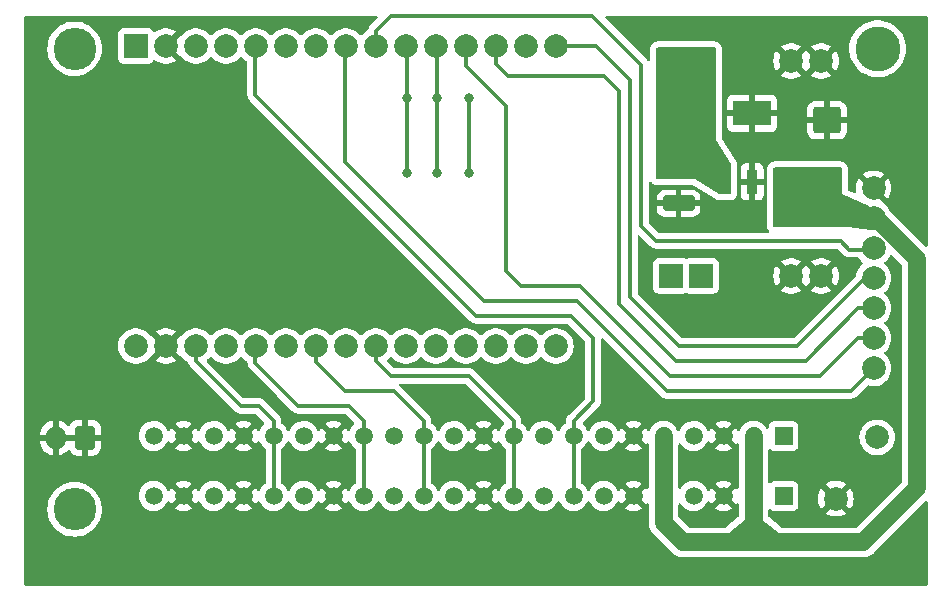
<source format=gbr>
%TF.GenerationSoftware,KiCad,Pcbnew,7.0.6*%
%TF.CreationDate,2023-07-22T23:51:01+02:00*%
%TF.ProjectId,Ctrl-MC Dsiplay Module PCB ver1,4374726c-2d4d-4432-9044-7369706c6179,rev?*%
%TF.SameCoordinates,Original*%
%TF.FileFunction,Copper,L1,Top*%
%TF.FilePolarity,Positive*%
%FSLAX46Y46*%
G04 Gerber Fmt 4.6, Leading zero omitted, Abs format (unit mm)*
G04 Created by KiCad (PCBNEW 7.0.6) date 2023-07-22 23:51:01*
%MOMM*%
%LPD*%
G01*
G04 APERTURE LIST*
G04 Aperture macros list*
%AMRoundRect*
0 Rectangle with rounded corners*
0 $1 Rounding radius*
0 $2 $3 $4 $5 $6 $7 $8 $9 X,Y pos of 4 corners*
0 Add a 4 corners polygon primitive as box body*
4,1,4,$2,$3,$4,$5,$6,$7,$8,$9,$2,$3,0*
0 Add four circle primitives for the rounded corners*
1,1,$1+$1,$2,$3*
1,1,$1+$1,$4,$5*
1,1,$1+$1,$6,$7*
1,1,$1+$1,$8,$9*
0 Add four rect primitives between the rounded corners*
20,1,$1+$1,$2,$3,$4,$5,0*
20,1,$1+$1,$4,$5,$6,$7,0*
20,1,$1+$1,$6,$7,$8,$9,0*
20,1,$1+$1,$8,$9,$2,$3,0*%
G04 Aperture macros list end*
%TA.AperFunction,ComponentPad*%
%ADD10C,2.000000*%
%TD*%
%TA.AperFunction,WasherPad*%
%ADD11C,3.600000*%
%TD*%
%TA.AperFunction,WasherPad*%
%ADD12C,3.800000*%
%TD*%
%TA.AperFunction,ComponentPad*%
%ADD13R,2.000000X2.000000*%
%TD*%
%TA.AperFunction,ComponentPad*%
%ADD14RoundRect,0.250000X0.600000X0.750000X-0.600000X0.750000X-0.600000X-0.750000X0.600000X-0.750000X0*%
%TD*%
%TA.AperFunction,ComponentPad*%
%ADD15O,1.700000X2.000000*%
%TD*%
%TA.AperFunction,SMDPad,CuDef*%
%ADD16RoundRect,0.250000X0.925000X-0.875000X0.925000X0.875000X-0.925000X0.875000X-0.925000X-0.875000X0*%
%TD*%
%TA.AperFunction,SMDPad,CuDef*%
%ADD17RoundRect,0.250000X-1.100000X0.412500X-1.100000X-0.412500X1.100000X-0.412500X1.100000X0.412500X0*%
%TD*%
%TA.AperFunction,SMDPad,CuDef*%
%ADD18R,0.950000X2.150000*%
%TD*%
%TA.AperFunction,SMDPad,CuDef*%
%ADD19R,3.250000X2.150000*%
%TD*%
%TA.AperFunction,ComponentPad*%
%ADD20R,1.508000X1.508000*%
%TD*%
%TA.AperFunction,ComponentPad*%
%ADD21C,1.508000*%
%TD*%
%TA.AperFunction,ViaPad*%
%ADD22C,0.800000*%
%TD*%
%TA.AperFunction,Conductor*%
%ADD23C,0.300000*%
%TD*%
%TA.AperFunction,Conductor*%
%ADD24C,1.500000*%
%TD*%
G04 APERTURE END LIST*
D10*
%TO.P,J1,1,1*%
%TO.N,+12V*%
X186362443Y-104896278D03*
%TO.P,J1,2,2*%
%TO.N,GND*%
X182862440Y-110096278D03*
%TD*%
%TO.P,OLED-DISP-MODULE1,7,GND*%
%TO.N,GND*%
X186055000Y-83810000D03*
%TO.P,OLED-DISP-MODULE1,6,VCC*%
%TO.N,+3V3*%
X186055000Y-86350000D03*
%TO.P,OLED-DISP-MODULE1,5,SCL*%
%TO.N,OLED CLK*%
X186055000Y-88890000D03*
%TO.P,OLED-DISP-MODULE1,4,SDA*%
%TO.N,OLED MOSI*%
X186055000Y-91430000D03*
%TO.P,OLED-DISP-MODULE1,3,RES*%
%TO.N,OLED RES*%
X186055000Y-93970000D03*
%TO.P,OLED-DISP-MODULE1,2,DC*%
%TO.N,OLED DC*%
X186055000Y-96510000D03*
%TO.P,OLED-DISP-MODULE1,1,CS*%
%TO.N,OLED CS*%
X186055000Y-99050000D03*
D11*
%TO.P,OLED-DISP-MODULE1,*%
%TO.N,*%
X118405000Y-72000000D03*
X118405000Y-111000000D03*
D12*
X186405000Y-72000000D03*
%TD*%
D10*
%TO.P,PWR-MODULE1,8,OUT2-*%
%TO.N,GND*%
X181610000Y-73025000D03*
%TO.P,PWR-MODULE1,7,OUT1-*%
X179070000Y-73025000D03*
D13*
%TO.P,PWR-MODULE1,6,OUT2+*%
%TO.N,+5V*%
X171450000Y-73025000D03*
%TO.P,PWR-MODULE1,5,OUT1+*%
X168910000Y-73025000D03*
D10*
%TO.P,PWR-MODULE1,4,IN2-*%
%TO.N,GND*%
X181610000Y-91225000D03*
%TO.P,PWR-MODULE1,3,IN1-*%
X179070000Y-91225000D03*
D13*
%TO.P,PWR-MODULE1,2,IN2+*%
%TO.N,+12V*%
X171450000Y-91225000D03*
%TO.P,PWR-MODULE1,1,IN1+*%
X168910000Y-91225000D03*
%TD*%
%TO.P,EPS32-DEV-BOARD1,1,3V3*%
%TO.N,unconnected-(EPS32-DEV-BOARD1-3V3-Pad1)*%
X123600000Y-71755000D03*
D10*
%TO.P,EPS32-DEV-BOARD1,2,GND*%
%TO.N,GND*%
X126140000Y-71755000D03*
%TO.P,EPS32-DEV-BOARD1,3,D15*%
%TO.N,unconnected-(EPS32-DEV-BOARD1-D15-Pad3)*%
X128680000Y-71755000D03*
%TO.P,EPS32-DEV-BOARD1,4,D2*%
%TO.N,unconnected-(EPS32-DEV-BOARD1-D2-Pad4)*%
X131220000Y-71755000D03*
%TO.P,EPS32-DEV-BOARD1,5,D4*%
%TO.N,INP4*%
X133760000Y-71755000D03*
%TO.P,EPS32-DEV-BOARD1,6,RX2*%
%TO.N,UART RX*%
X136300000Y-71755000D03*
%TO.P,EPS32-DEV-BOARD1,7,TX2*%
%TO.N,UART TX*%
X138840000Y-71755000D03*
%TO.P,EPS32-DEV-BOARD1,8,D5*%
%TO.N,OLED CS*%
X141380000Y-71755000D03*
%TO.P,EPS32-DEV-BOARD1,9,D18*%
%TO.N,OLED CLK*%
X143920000Y-71755000D03*
%TO.P,EPS32-DEV-BOARD1,10,D19*%
%TO.N,INP19*%
X146460000Y-71755000D03*
%TO.P,EPS32-DEV-BOARD1,11,D21*%
%TO.N,INP21*%
X149000000Y-71755000D03*
%TO.P,EPS32-DEV-BOARD1,12,RX0*%
%TO.N,OLED DC*%
X151540000Y-71755000D03*
%TO.P,EPS32-DEV-BOARD1,13,TX0*%
%TO.N,OLED RES*%
X154080000Y-71755000D03*
%TO.P,EPS32-DEV-BOARD1,14,D22*%
%TO.N,INP22*%
X156620000Y-71755000D03*
%TO.P,EPS32-DEV-BOARD1,15,D23*%
%TO.N,OLED MOSI*%
X159160000Y-71755000D03*
%TO.P,EPS32-DEV-BOARD1,16,EN*%
%TO.N,unconnected-(EPS32-DEV-BOARD1-EN-Pad16)*%
X159160000Y-97155000D03*
%TO.P,EPS32-DEV-BOARD1,17,VP*%
%TO.N,unconnected-(EPS32-DEV-BOARD1-VP-Pad17)*%
X156620000Y-97155000D03*
%TO.P,EPS32-DEV-BOARD1,18,VN*%
%TO.N,unconnected-(EPS32-DEV-BOARD1-VN-Pad18)*%
X154080000Y-97155000D03*
%TO.P,EPS32-DEV-BOARD1,19,D34*%
%TO.N,unconnected-(EPS32-DEV-BOARD1-D34-Pad19)*%
X151540000Y-97155000D03*
%TO.P,EPS32-DEV-BOARD1,20,D35*%
%TO.N,unconnected-(EPS32-DEV-BOARD1-D35-Pad20)*%
X149000000Y-97155000D03*
%TO.P,EPS32-DEV-BOARD1,21,D32*%
%TO.N,INP32*%
X146460000Y-97155000D03*
%TO.P,EPS32-DEV-BOARD1,22,D33*%
%TO.N,INP33*%
X143920000Y-97155000D03*
%TO.P,EPS32-DEV-BOARD1,23,D25*%
%TO.N,INP25*%
X141380000Y-97155000D03*
%TO.P,EPS32-DEV-BOARD1,24,D26*%
%TO.N,INP26*%
X138840000Y-97155000D03*
%TO.P,EPS32-DEV-BOARD1,25,D27*%
%TO.N,INP27*%
X136300000Y-97155000D03*
%TO.P,EPS32-DEV-BOARD1,26,D14*%
%TO.N,INP14*%
X133760000Y-97155000D03*
%TO.P,EPS32-DEV-BOARD1,27,D12*%
%TO.N,INP12*%
X131220000Y-97155000D03*
%TO.P,EPS32-DEV-BOARD1,28,D13*%
%TO.N,INP13*%
X128680000Y-97155000D03*
%TO.P,EPS32-DEV-BOARD1,29,GND*%
%TO.N,GND*%
X126140000Y-97155000D03*
%TO.P,EPS32-DEV-BOARD1,30,VIN*%
%TO.N,+5V*%
X123600000Y-97155000D03*
%TD*%
D14*
%TO.P,J3,1,Pin_1*%
%TO.N,GND*%
X119298303Y-104936813D03*
D15*
%TO.P,J3,2,Pin_2*%
X116798303Y-104936813D03*
%TD*%
D16*
%TO.P,C1,1*%
%TO.N,+3V3*%
X182118000Y-83150000D03*
%TO.P,C1,2*%
%TO.N,GND*%
X182118000Y-78050000D03*
%TD*%
D17*
%TO.P,C2,1*%
%TO.N,+5V*%
X169545000Y-81965000D03*
%TO.P,C2,2*%
%TO.N,GND*%
X169545000Y-85090000D03*
%TD*%
D18*
%TO.P,LDO1,1,IN*%
%TO.N,+5V*%
X173468000Y-83270000D03*
%TO.P,LDO1,2,GND*%
%TO.N,GND*%
X175768000Y-83270000D03*
%TO.P,LDO1,3,OUT*%
%TO.N,+3V3*%
X178068000Y-83270000D03*
D19*
%TO.P,LDO1,4,GND*%
%TO.N,GND*%
X175768000Y-77470000D03*
%TD*%
D20*
%TO.P,J2,1_A,1*%
%TO.N,INP22*%
X178435000Y-104775000D03*
%TO.P,J2,1_B,1*%
X178435000Y-109855000D03*
D21*
%TO.P,J2,2_A,2*%
%TO.N,+3V3*%
X175895000Y-104775000D03*
%TO.P,J2,2_B,2*%
X175895000Y-109855000D03*
%TO.P,J2,3_A,3*%
%TO.N,GND*%
X173355000Y-104775000D03*
%TO.P,J2,3_B,3*%
X173355000Y-109855000D03*
%TO.P,J2,4_A,4*%
%TO.N,INP21*%
X170815000Y-104775000D03*
%TO.P,J2,4_B,4*%
X170815000Y-109855000D03*
%TO.P,J2,5_A,5*%
%TO.N,+3V3*%
X168275000Y-104775000D03*
%TO.P,J2,5_B,5*%
X168275000Y-109855000D03*
%TO.P,J2,6_A,6*%
%TO.N,GND*%
X165735000Y-104775000D03*
%TO.P,J2,6_B,6*%
X165735000Y-109855000D03*
%TO.P,J2,7_A,7*%
%TO.N,INP19*%
X163195000Y-104775000D03*
%TO.P,J2,7_B,7*%
X163195000Y-109855000D03*
%TO.P,J2,8_A,8*%
%TO.N,INP4*%
X160655000Y-104775000D03*
%TO.P,J2,8_B,8*%
X160655000Y-109855000D03*
%TO.P,J2,9_A,9*%
%TO.N,INP32*%
X158115000Y-104775000D03*
%TO.P,J2,9_B,9*%
X158115000Y-109855000D03*
%TO.P,J2,10_A,10*%
%TO.N,INP33*%
X155575000Y-104775000D03*
%TO.P,J2,10_B,10*%
X155575000Y-109855000D03*
%TO.P,J2,11_A,11*%
%TO.N,GND*%
X153035000Y-104775000D03*
%TO.P,J2,11_B,11*%
X153035000Y-109855000D03*
%TO.P,J2,12_A,12*%
%TO.N,INP25*%
X150495000Y-104775000D03*
%TO.P,J2,12_B,12*%
X150495000Y-109855000D03*
%TO.P,J2,13_A,13*%
%TO.N,INP26*%
X147955000Y-104775000D03*
%TO.P,J2,13_B,13*%
X147955000Y-109855000D03*
%TO.P,J2,14_A,14*%
%TO.N,INP27*%
X145415000Y-104775000D03*
%TO.P,J2,14_B,14*%
X145415000Y-109855000D03*
%TO.P,J2,15_A,15*%
%TO.N,INP14*%
X142875000Y-104775000D03*
%TO.P,J2,15_B,15*%
X142875000Y-109855000D03*
%TO.P,J2,16_A,16*%
%TO.N,GND*%
X140335000Y-104775000D03*
%TO.P,J2,16_B,16*%
X140335000Y-109855000D03*
%TO.P,J2,17_A,17*%
%TO.N,INP12*%
X137795000Y-104775000D03*
%TO.P,J2,17_B,17*%
X137795000Y-109855000D03*
%TO.P,J2,18_A,18*%
%TO.N,INP13*%
X135255000Y-104775000D03*
%TO.P,J2,18_B,18*%
X135255000Y-109855000D03*
%TO.P,J2,19_A,19*%
%TO.N,GND*%
X132715000Y-104775000D03*
%TO.P,J2,19_B,19*%
X132715000Y-109855000D03*
%TO.P,J2,20_A,20*%
%TO.N,UART RX*%
X130175000Y-104775000D03*
%TO.P,J2,20_B,20*%
X130175000Y-109855000D03*
%TO.P,J2,21_A,21*%
%TO.N,GND*%
X127635000Y-104775000D03*
%TO.P,J2,21_B,21*%
X127635000Y-109855000D03*
%TO.P,J2,22_A,22*%
%TO.N,UART TX*%
X125095000Y-104775000D03*
%TO.P,J2,22_B,22*%
X125095000Y-109855000D03*
%TD*%
D22*
%TO.N,GND*%
X140970000Y-91440000D03*
X138430000Y-91440000D03*
X135890000Y-91440000D03*
X133350000Y-91440000D03*
X118110000Y-83820000D03*
X118110000Y-81280000D03*
X118110000Y-78740000D03*
X118110000Y-76200000D03*
%TO.N,INP19*%
X146558000Y-76200000D03*
%TO.N,INP21*%
X149098000Y-76200000D03*
%TO.N,INP19*%
X146558000Y-82550000D03*
%TO.N,INP21*%
X149098000Y-82550000D03*
%TO.N,INP22*%
X151765000Y-76200000D03*
X151765000Y-82550000D03*
%TD*%
D23*
%TO.N,INP19*%
X146558000Y-82550000D02*
X146558000Y-76200000D01*
%TO.N,INP21*%
X149098000Y-82550000D02*
X149098000Y-76200000D01*
%TO.N,INP22*%
X151765000Y-76200000D02*
X151765000Y-82550000D01*
%TO.N,INP19*%
X146558000Y-76200000D02*
X146558000Y-71853000D01*
%TO.N,INP21*%
X149098000Y-76200000D02*
X149098000Y-71853000D01*
D24*
%TO.N,+3V3*%
X175895000Y-113665000D02*
X176022000Y-113792000D01*
X175895000Y-109855000D02*
X175895000Y-113665000D01*
X176022000Y-113792000D02*
X169926000Y-113792000D01*
X185166000Y-113792000D02*
X176022000Y-113792000D01*
X175895000Y-104775000D02*
X175895000Y-109855000D01*
X168275000Y-109855000D02*
X168275000Y-104775000D01*
X169926000Y-113792000D02*
X168275000Y-112141000D01*
X168275000Y-112141000D02*
X168275000Y-109855000D01*
X189738000Y-109220000D02*
X185166000Y-113792000D01*
X189738000Y-89815283D02*
X186272717Y-86350000D01*
X189738000Y-109220000D02*
X189738000Y-89815283D01*
X186272717Y-86350000D02*
X186055000Y-86350000D01*
D23*
%TO.N,OLED CLK*%
X183265000Y-88265000D02*
X184000000Y-89000000D01*
X184000000Y-89000000D02*
X185945000Y-89000000D01*
X166370000Y-73342500D02*
X166370000Y-86995000D01*
X162242500Y-69215000D02*
X166370000Y-73342500D01*
X143920000Y-71755000D02*
X143920000Y-70480000D01*
X143920000Y-70480000D02*
X145185000Y-69215000D01*
X145185000Y-69215000D02*
X162242500Y-69215000D01*
X166370000Y-86995000D02*
X167640000Y-88265000D01*
X167640000Y-88265000D02*
X183265000Y-88265000D01*
X185945000Y-89000000D02*
X186055000Y-88890000D01*
%TO.N,OLED MOSI*%
X159160000Y-71755000D02*
X162560000Y-71755000D01*
X162560000Y-71755000D02*
X165425647Y-74620647D01*
X165425647Y-93035647D02*
X169545000Y-97155000D01*
X165425647Y-74620647D02*
X165425647Y-93035647D01*
X169545000Y-97155000D02*
X179595000Y-97155000D01*
X179595000Y-97155000D02*
X185320000Y-91430000D01*
X185320000Y-91430000D02*
X186055000Y-91430000D01*
%TO.N,OLED RES*%
X186055000Y-93970000D02*
X184780000Y-93970000D01*
X164465000Y-93599000D02*
X164465000Y-75565000D01*
X184780000Y-93970000D02*
X180325000Y-98425000D01*
X180325000Y-98425000D02*
X169291000Y-98425000D01*
X164465000Y-75565000D02*
X163195000Y-74295000D01*
X169291000Y-98425000D02*
X164465000Y-93599000D01*
X163195000Y-74295000D02*
X155117500Y-74295000D01*
X155117500Y-74295000D02*
X154100000Y-73277500D01*
X154100000Y-73277500D02*
X154100000Y-72820000D01*
%TO.N,OLED DC*%
X168783000Y-99695000D02*
X181555000Y-99695000D01*
X161163000Y-92075000D02*
X168783000Y-99695000D01*
X181555000Y-99695000D02*
X184740000Y-96510000D01*
X156210000Y-92075000D02*
X161163000Y-92075000D01*
X154940000Y-90805000D02*
X156210000Y-92075000D01*
X184740000Y-96510000D02*
X186055000Y-96510000D01*
X151540000Y-73435000D02*
X154940000Y-76835000D01*
X154940000Y-76835000D02*
X154940000Y-90805000D01*
X151540000Y-71755000D02*
X151540000Y-73435000D01*
%TO.N,INP33*%
X155575000Y-103505000D02*
X155575000Y-104775000D01*
X145201303Y-99695000D02*
X151765000Y-99695000D01*
X143920000Y-98413697D02*
X145201303Y-99695000D01*
X143920000Y-97155000D02*
X143920000Y-98413697D01*
X151765000Y-99695000D02*
X155575000Y-103505000D01*
%TO.N,INP26*%
X147955000Y-103505000D02*
X147955000Y-104775000D01*
X145415000Y-100965000D02*
X147955000Y-103505000D01*
X138840000Y-98498148D02*
X141306852Y-100965000D01*
X138840000Y-97155000D02*
X138840000Y-98498148D01*
X141306852Y-100965000D02*
X145415000Y-100965000D01*
%TO.N,INP13*%
X133985000Y-102235000D02*
X135255000Y-103505000D01*
X132470555Y-102235000D02*
X133985000Y-102235000D01*
X128680000Y-98444445D02*
X132470555Y-102235000D01*
X128680000Y-97155000D02*
X128680000Y-98444445D01*
X135255000Y-103505000D02*
X135255000Y-104775000D01*
%TO.N,INP14*%
X142875000Y-103505000D02*
X142875000Y-104775000D01*
X141605000Y-102235000D02*
X142875000Y-103505000D01*
X137367880Y-102235000D02*
X141605000Y-102235000D01*
X133700000Y-98567120D02*
X137367880Y-102235000D01*
X133700000Y-97155000D02*
X133700000Y-98567120D01*
%TO.N,OLED CS*%
X141300000Y-81610000D02*
X141300000Y-71835000D01*
X160909000Y-93345000D02*
X153035000Y-93345000D01*
X153035000Y-93345000D02*
X141300000Y-81610000D01*
X168529000Y-100965000D02*
X160909000Y-93345000D01*
X184140000Y-100965000D02*
X168529000Y-100965000D01*
X186055000Y-99050000D02*
X184140000Y-100965000D01*
%TO.N,INP19*%
X146558000Y-71853000D02*
X146460000Y-71755000D01*
%TO.N,INP21*%
X149098000Y-71853000D02*
X149000000Y-71755000D01*
%TO.N,INP4*%
X162306000Y-96520000D02*
X162306000Y-101854000D01*
X160401000Y-94615000D02*
X162306000Y-96520000D01*
X152400000Y-94615000D02*
X160401000Y-94615000D01*
X160655000Y-103505000D02*
X160655000Y-104775000D01*
X133700000Y-75915000D02*
X152400000Y-94615000D01*
X133700000Y-71815000D02*
X133700000Y-75915000D01*
X133760000Y-71755000D02*
X133700000Y-71815000D01*
X162306000Y-101854000D02*
X160655000Y-103505000D01*
X160655000Y-104775000D02*
X160655000Y-109855000D01*
%TO.N,INP33*%
X155575000Y-104775000D02*
X155575000Y-109855000D01*
%TO.N,INP26*%
X147955000Y-104775000D02*
X147955000Y-109855000D01*
%TO.N,INP14*%
X142875000Y-104775000D02*
X142875000Y-109855000D01*
%TO.N,INP13*%
X135255000Y-104775000D02*
X135255000Y-109855000D01*
%TD*%
%TA.AperFunction,Conductor*%
%TO.N,GND*%
G36*
X118838810Y-104726969D02*
G01*
X118798303Y-104864924D01*
X118798303Y-105008702D01*
X118838810Y-105146657D01*
X118864617Y-105186813D01*
X117231989Y-105186813D01*
X117257796Y-105146657D01*
X117298303Y-105008702D01*
X117298303Y-104864924D01*
X117257796Y-104726969D01*
X117231989Y-104686813D01*
X118864617Y-104686813D01*
X118838810Y-104726969D01*
G37*
%TD.AperFunction*%
%TA.AperFunction,Conductor*%
G36*
X144032730Y-69234685D02*
G01*
X144078485Y-69287489D01*
X144088429Y-69356647D01*
X144059404Y-69420203D01*
X144053372Y-69426681D01*
X143520483Y-69959569D01*
X143507910Y-69969643D01*
X143508065Y-69969830D01*
X143502059Y-69974798D01*
X143477434Y-70001020D01*
X143452809Y-70027244D01*
X143441949Y-70038104D01*
X143431088Y-70048965D01*
X143431078Y-70048977D01*
X143426587Y-70054765D01*
X143422801Y-70059197D01*
X143389552Y-70094606D01*
X143379322Y-70113213D01*
X143368646Y-70129464D01*
X143355640Y-70146232D01*
X143355636Y-70146238D01*
X143336348Y-70190811D01*
X143333777Y-70196058D01*
X143310372Y-70238630D01*
X143310372Y-70238631D01*
X143305091Y-70259199D01*
X143298791Y-70277601D01*
X143290364Y-70297073D01*
X143290364Y-70297074D01*
X143283917Y-70337780D01*
X143253987Y-70400915D01*
X143220462Y-70427436D01*
X143096493Y-70494524D01*
X142900257Y-70647261D01*
X142741230Y-70820010D01*
X142681342Y-70856001D01*
X142611504Y-70853900D01*
X142558770Y-70820010D01*
X142519108Y-70776926D01*
X142399744Y-70647262D01*
X142203509Y-70494526D01*
X142203507Y-70494525D01*
X142203506Y-70494524D01*
X141984811Y-70376172D01*
X141984802Y-70376169D01*
X141749616Y-70295429D01*
X141504335Y-70254500D01*
X141255665Y-70254500D01*
X141010383Y-70295429D01*
X140775197Y-70376169D01*
X140775188Y-70376172D01*
X140556493Y-70494524D01*
X140360257Y-70647261D01*
X140201230Y-70820010D01*
X140141342Y-70856001D01*
X140071504Y-70853900D01*
X140018770Y-70820010D01*
X139979108Y-70776926D01*
X139859744Y-70647262D01*
X139663509Y-70494526D01*
X139663507Y-70494525D01*
X139663506Y-70494524D01*
X139444811Y-70376172D01*
X139444802Y-70376169D01*
X139209616Y-70295429D01*
X138964335Y-70254500D01*
X138715665Y-70254500D01*
X138470383Y-70295429D01*
X138235197Y-70376169D01*
X138235188Y-70376172D01*
X138016493Y-70494524D01*
X137820257Y-70647261D01*
X137661230Y-70820010D01*
X137601342Y-70856001D01*
X137531504Y-70853900D01*
X137478770Y-70820010D01*
X137439108Y-70776926D01*
X137319744Y-70647262D01*
X137123509Y-70494526D01*
X137123507Y-70494525D01*
X137123506Y-70494524D01*
X136904811Y-70376172D01*
X136904802Y-70376169D01*
X136669616Y-70295429D01*
X136424335Y-70254500D01*
X136175665Y-70254500D01*
X135930383Y-70295429D01*
X135695197Y-70376169D01*
X135695188Y-70376172D01*
X135476493Y-70494524D01*
X135280257Y-70647261D01*
X135121230Y-70820010D01*
X135061342Y-70856001D01*
X134991504Y-70853900D01*
X134938770Y-70820010D01*
X134899108Y-70776926D01*
X134779744Y-70647262D01*
X134583509Y-70494526D01*
X134583507Y-70494525D01*
X134583506Y-70494524D01*
X134364811Y-70376172D01*
X134364802Y-70376169D01*
X134129616Y-70295429D01*
X133884335Y-70254500D01*
X133635665Y-70254500D01*
X133390383Y-70295429D01*
X133155197Y-70376169D01*
X133155188Y-70376172D01*
X132936493Y-70494524D01*
X132740257Y-70647261D01*
X132581230Y-70820010D01*
X132521342Y-70856001D01*
X132451504Y-70853900D01*
X132398770Y-70820010D01*
X132359108Y-70776926D01*
X132239744Y-70647262D01*
X132043509Y-70494526D01*
X132043507Y-70494525D01*
X132043506Y-70494524D01*
X131824811Y-70376172D01*
X131824802Y-70376169D01*
X131589616Y-70295429D01*
X131344335Y-70254500D01*
X131095665Y-70254500D01*
X130850383Y-70295429D01*
X130615197Y-70376169D01*
X130615188Y-70376172D01*
X130396493Y-70494524D01*
X130200257Y-70647261D01*
X130041230Y-70820010D01*
X129981342Y-70856001D01*
X129911504Y-70853900D01*
X129858770Y-70820010D01*
X129819108Y-70776926D01*
X129699744Y-70647262D01*
X129503509Y-70494526D01*
X129503507Y-70494525D01*
X129503506Y-70494524D01*
X129284811Y-70376172D01*
X129284802Y-70376169D01*
X129049616Y-70295429D01*
X128804335Y-70254500D01*
X128555665Y-70254500D01*
X128310383Y-70295429D01*
X128075197Y-70376169D01*
X128075188Y-70376172D01*
X127856493Y-70494524D01*
X127660257Y-70647261D01*
X127491837Y-70830213D01*
X127491829Y-70830224D01*
X127491455Y-70830797D01*
X127491242Y-70830978D01*
X127488690Y-70834258D01*
X127488014Y-70833732D01*
X127438304Y-70876147D01*
X127374865Y-70886302D01*
X127363434Y-70885116D01*
X126631132Y-71617417D01*
X126608682Y-71540960D01*
X126529395Y-71417587D01*
X126418562Y-71321549D01*
X126285161Y-71260627D01*
X126281365Y-71260081D01*
X127010057Y-70531389D01*
X126963229Y-70494943D01*
X126744614Y-70376635D01*
X126744603Y-70376630D01*
X126509493Y-70295916D01*
X126264293Y-70255000D01*
X126015707Y-70255000D01*
X125770506Y-70295916D01*
X125535396Y-70376630D01*
X125535385Y-70376635D01*
X125316771Y-70494942D01*
X125316769Y-70494943D01*
X125233397Y-70559835D01*
X125168403Y-70585477D01*
X125099863Y-70571910D01*
X125049538Y-70523442D01*
X125048120Y-70520413D01*
X125048047Y-70520454D01*
X125043793Y-70512664D01*
X124957547Y-70397455D01*
X124957544Y-70397452D01*
X124842335Y-70311206D01*
X124842328Y-70311202D01*
X124707482Y-70260908D01*
X124707483Y-70260908D01*
X124647883Y-70254501D01*
X124647881Y-70254500D01*
X124647873Y-70254500D01*
X124647864Y-70254500D01*
X122552129Y-70254500D01*
X122552123Y-70254501D01*
X122492516Y-70260908D01*
X122357671Y-70311202D01*
X122357664Y-70311206D01*
X122242455Y-70397452D01*
X122242452Y-70397455D01*
X122156206Y-70512664D01*
X122156202Y-70512671D01*
X122105908Y-70647517D01*
X122099501Y-70707116D01*
X122099500Y-70707135D01*
X122099500Y-72802870D01*
X122099501Y-72802876D01*
X122105908Y-72862483D01*
X122156202Y-72997328D01*
X122156206Y-72997335D01*
X122242452Y-73112544D01*
X122242455Y-73112547D01*
X122357664Y-73198793D01*
X122357671Y-73198797D01*
X122492517Y-73249091D01*
X122492516Y-73249091D01*
X122499444Y-73249835D01*
X122552127Y-73255500D01*
X124647872Y-73255499D01*
X124707483Y-73249091D01*
X124842331Y-73198796D01*
X124957546Y-73112546D01*
X125043796Y-72997331D01*
X125043797Y-72997326D01*
X125048047Y-72989546D01*
X125051135Y-72991232D01*
X125082873Y-72948790D01*
X125148324Y-72924339D01*
X125216605Y-72939155D01*
X125233398Y-72950165D01*
X125316768Y-73015055D01*
X125316771Y-73015057D01*
X125535385Y-73133364D01*
X125535396Y-73133369D01*
X125770506Y-73214083D01*
X126015707Y-73255000D01*
X126264293Y-73255000D01*
X126509493Y-73214083D01*
X126744603Y-73133369D01*
X126744614Y-73133364D01*
X126963228Y-73015057D01*
X126963231Y-73015055D01*
X127010056Y-72978609D01*
X126281365Y-72249918D01*
X126285161Y-72249373D01*
X126418562Y-72188451D01*
X126529395Y-72092413D01*
X126608682Y-71969040D01*
X126631133Y-71892580D01*
X127363434Y-72624882D01*
X127374861Y-72623697D01*
X127443573Y-72636360D01*
X127488092Y-72676194D01*
X127488683Y-72675735D01*
X127491218Y-72678992D01*
X127491456Y-72679205D01*
X127491831Y-72679780D01*
X127539709Y-72731789D01*
X127660256Y-72862738D01*
X127856491Y-73015474D01*
X127904516Y-73041464D01*
X128074332Y-73133364D01*
X128075190Y-73133828D01*
X128264426Y-73198793D01*
X128308964Y-73214083D01*
X128310386Y-73214571D01*
X128555665Y-73255500D01*
X128804335Y-73255500D01*
X129049614Y-73214571D01*
X129284810Y-73133828D01*
X129503509Y-73015474D01*
X129699744Y-72862738D01*
X129858771Y-72689988D01*
X129918657Y-72653999D01*
X129988495Y-72656099D01*
X130041228Y-72689988D01*
X130200256Y-72862738D01*
X130396491Y-73015474D01*
X130444516Y-73041464D01*
X130614332Y-73133364D01*
X130615190Y-73133828D01*
X130804426Y-73198793D01*
X130848964Y-73214083D01*
X130850386Y-73214571D01*
X131095665Y-73255500D01*
X131344335Y-73255500D01*
X131589614Y-73214571D01*
X131824810Y-73133828D01*
X132043509Y-73015474D01*
X132239744Y-72862738D01*
X132398771Y-72689988D01*
X132458657Y-72653999D01*
X132528495Y-72656099D01*
X132581228Y-72689988D01*
X132740256Y-72862738D01*
X132852582Y-72950165D01*
X132936488Y-73015472D01*
X132936492Y-73015475D01*
X132984517Y-73041464D01*
X133034108Y-73090683D01*
X133049500Y-73150519D01*
X133049499Y-75829494D01*
X133047733Y-75845505D01*
X133047974Y-75845528D01*
X133047240Y-75853294D01*
X133049500Y-75925203D01*
X133049500Y-75955920D01*
X133049501Y-75955940D01*
X133050418Y-75963206D01*
X133050876Y-75969024D01*
X133052402Y-76017567D01*
X133052403Y-76017570D01*
X133058323Y-76037948D01*
X133062268Y-76056996D01*
X133064928Y-76078054D01*
X133064931Y-76078064D01*
X133082813Y-76123230D01*
X133084705Y-76128758D01*
X133098254Y-76175395D01*
X133098255Y-76175397D01*
X133109060Y-76193666D01*
X133117617Y-76211134D01*
X133123226Y-76225300D01*
X133125432Y-76230872D01*
X133153983Y-76270170D01*
X133157188Y-76275049D01*
X133181919Y-76316865D01*
X133181923Y-76316869D01*
X133196925Y-76331871D01*
X133209563Y-76346669D01*
X133222033Y-76363833D01*
X133222036Y-76363836D01*
X133222037Y-76363837D01*
X133259476Y-76394809D01*
X133263776Y-76398722D01*
X142574320Y-85709266D01*
X151879564Y-95014510D01*
X151889635Y-95027080D01*
X151889822Y-95026926D01*
X151894796Y-95032937D01*
X151894798Y-95032940D01*
X151923345Y-95059748D01*
X151947243Y-95082190D01*
X151968966Y-95103912D01*
X151974758Y-95108405D01*
X151979198Y-95112198D01*
X151995260Y-95127280D01*
X152014607Y-95145448D01*
X152033198Y-95155668D01*
X152049463Y-95166352D01*
X152066234Y-95179361D01*
X152066237Y-95179363D01*
X152110827Y-95198658D01*
X152116056Y-95201220D01*
X152158632Y-95224627D01*
X152179193Y-95229905D01*
X152197597Y-95236207D01*
X152217074Y-95244636D01*
X152254927Y-95250630D01*
X152265054Y-95252235D01*
X152270764Y-95253417D01*
X152317823Y-95265500D01*
X152339045Y-95265500D01*
X152358442Y-95267026D01*
X152379405Y-95270347D01*
X152427772Y-95265774D01*
X152433609Y-95265500D01*
X160080192Y-95265500D01*
X160147231Y-95285185D01*
X160167872Y-95301818D01*
X161619182Y-96753128D01*
X161652666Y-96814449D01*
X161655500Y-96840807D01*
X161655500Y-101533190D01*
X161635815Y-101600229D01*
X161619181Y-101620871D01*
X160255483Y-102984569D01*
X160242910Y-102994643D01*
X160243065Y-102994830D01*
X160237059Y-102999798D01*
X160216905Y-103021260D01*
X160187809Y-103052244D01*
X160176949Y-103063104D01*
X160166088Y-103073965D01*
X160166078Y-103073977D01*
X160161587Y-103079765D01*
X160157801Y-103084197D01*
X160124552Y-103119606D01*
X160114322Y-103138213D01*
X160103646Y-103154464D01*
X160090640Y-103171232D01*
X160090636Y-103171238D01*
X160071348Y-103215811D01*
X160068777Y-103221058D01*
X160045372Y-103263630D01*
X160045372Y-103263631D01*
X160040091Y-103284199D01*
X160033791Y-103302601D01*
X160025364Y-103322073D01*
X160017766Y-103370047D01*
X160016581Y-103375770D01*
X160004500Y-103422818D01*
X160004500Y-103444044D01*
X160002973Y-103463443D01*
X159999653Y-103484405D01*
X160002612Y-103515708D01*
X160004225Y-103532767D01*
X160004500Y-103538606D01*
X160004500Y-103634472D01*
X159984815Y-103701511D01*
X159951624Y-103736047D01*
X159845543Y-103810326D01*
X159845541Y-103810327D01*
X159690327Y-103965541D01*
X159690322Y-103965547D01*
X159564423Y-104145349D01*
X159564419Y-104145357D01*
X159497382Y-104289120D01*
X159451210Y-104341560D01*
X159384017Y-104360712D01*
X159317135Y-104340496D01*
X159272618Y-104289120D01*
X159209233Y-104153190D01*
X159205579Y-104145354D01*
X159205577Y-104145351D01*
X159205576Y-104145349D01*
X159079677Y-103965547D01*
X159079672Y-103965541D01*
X158924458Y-103810327D01*
X158924452Y-103810322D01*
X158744650Y-103684423D01*
X158744642Y-103684419D01*
X158545708Y-103591655D01*
X158545706Y-103591654D01*
X158545703Y-103591653D01*
X158389777Y-103549872D01*
X158333675Y-103534839D01*
X158333668Y-103534838D01*
X158115002Y-103515708D01*
X158114998Y-103515708D01*
X157896331Y-103534838D01*
X157896324Y-103534839D01*
X157777410Y-103566703D01*
X157684297Y-103591653D01*
X157684295Y-103591653D01*
X157684291Y-103591655D01*
X157485357Y-103684419D01*
X157485349Y-103684423D01*
X157305547Y-103810322D01*
X157305541Y-103810327D01*
X157150327Y-103965541D01*
X157150322Y-103965547D01*
X157024423Y-104145349D01*
X157024419Y-104145357D01*
X156957382Y-104289120D01*
X156911210Y-104341560D01*
X156844017Y-104360712D01*
X156777135Y-104340496D01*
X156732618Y-104289120D01*
X156669233Y-104153190D01*
X156665579Y-104145354D01*
X156665577Y-104145351D01*
X156665576Y-104145349D01*
X156539677Y-103965547D01*
X156539672Y-103965541D01*
X156384458Y-103810327D01*
X156384457Y-103810326D01*
X156278376Y-103736047D01*
X156234751Y-103681470D01*
X156225500Y-103634472D01*
X156225500Y-103590503D01*
X156227268Y-103574491D01*
X156227026Y-103574469D01*
X156227760Y-103566706D01*
X156226509Y-103526909D01*
X156225500Y-103494782D01*
X156225500Y-103464075D01*
X156224579Y-103456792D01*
X156224123Y-103450987D01*
X156224123Y-103450979D01*
X156222598Y-103402431D01*
X156216676Y-103382050D01*
X156212731Y-103362995D01*
X156210072Y-103341949D01*
X156210071Y-103341948D01*
X156210071Y-103341942D01*
X156192189Y-103296779D01*
X156190300Y-103291259D01*
X156188044Y-103283494D01*
X156176745Y-103244602D01*
X156176142Y-103243583D01*
X156165936Y-103226324D01*
X156157378Y-103208855D01*
X156149568Y-103189129D01*
X156121006Y-103149818D01*
X156117818Y-103144964D01*
X156093081Y-103103135D01*
X156078074Y-103088128D01*
X156065435Y-103073330D01*
X156052961Y-103056160D01*
X156015528Y-103025194D01*
X156011206Y-103021260D01*
X152285434Y-99295488D01*
X152275361Y-99282914D01*
X152275174Y-99283070D01*
X152270201Y-99277059D01*
X152217756Y-99227810D01*
X152196035Y-99206089D01*
X152190240Y-99201594D01*
X152185798Y-99197799D01*
X152150396Y-99164554D01*
X152150388Y-99164548D01*
X152131792Y-99154325D01*
X152115531Y-99143644D01*
X152098763Y-99130637D01*
X152075295Y-99120482D01*
X152054178Y-99111343D01*
X152048956Y-99108786D01*
X152006368Y-99085373D01*
X152006365Y-99085372D01*
X151985801Y-99080092D01*
X151967396Y-99073790D01*
X151947927Y-99065365D01*
X151947921Y-99065363D01*
X151899951Y-99057766D01*
X151894236Y-99056582D01*
X151877772Y-99052355D01*
X151847180Y-99044500D01*
X151847177Y-99044500D01*
X151825955Y-99044500D01*
X151806555Y-99042973D01*
X151785596Y-99039653D01*
X151785595Y-99039653D01*
X151770172Y-99041111D01*
X151737230Y-99044225D01*
X151731392Y-99044500D01*
X145522111Y-99044500D01*
X145455072Y-99024815D01*
X145434430Y-99008181D01*
X144898026Y-98471777D01*
X144864541Y-98410454D01*
X144869525Y-98340762D01*
X144909546Y-98286242D01*
X144939739Y-98262742D01*
X144939739Y-98262741D01*
X144939744Y-98262738D01*
X145098771Y-98089988D01*
X145158657Y-98053999D01*
X145228495Y-98056099D01*
X145281228Y-98089988D01*
X145440256Y-98262738D01*
X145636491Y-98415474D01*
X145652081Y-98423911D01*
X145854332Y-98533364D01*
X145855190Y-98533828D01*
X146050025Y-98600715D01*
X146088964Y-98614083D01*
X146090386Y-98614571D01*
X146335665Y-98655500D01*
X146584335Y-98655500D01*
X146829614Y-98614571D01*
X147064810Y-98533828D01*
X147283509Y-98415474D01*
X147479744Y-98262738D01*
X147638771Y-98089988D01*
X147698657Y-98053999D01*
X147768495Y-98056099D01*
X147821228Y-98089988D01*
X147980256Y-98262738D01*
X148176491Y-98415474D01*
X148192081Y-98423911D01*
X148394332Y-98533364D01*
X148395190Y-98533828D01*
X148590025Y-98600715D01*
X148628964Y-98614083D01*
X148630386Y-98614571D01*
X148875665Y-98655500D01*
X149124335Y-98655500D01*
X149369614Y-98614571D01*
X149604810Y-98533828D01*
X149823509Y-98415474D01*
X150019744Y-98262738D01*
X150178771Y-98089988D01*
X150238657Y-98053999D01*
X150308495Y-98056099D01*
X150361228Y-98089988D01*
X150520256Y-98262738D01*
X150716491Y-98415474D01*
X150732081Y-98423911D01*
X150934332Y-98533364D01*
X150935190Y-98533828D01*
X151130025Y-98600715D01*
X151168964Y-98614083D01*
X151170386Y-98614571D01*
X151415665Y-98655500D01*
X151664335Y-98655500D01*
X151909614Y-98614571D01*
X152144810Y-98533828D01*
X152363509Y-98415474D01*
X152559744Y-98262738D01*
X152718771Y-98089988D01*
X152778657Y-98053999D01*
X152848495Y-98056099D01*
X152901228Y-98089988D01*
X153060256Y-98262738D01*
X153256491Y-98415474D01*
X153272081Y-98423911D01*
X153474332Y-98533364D01*
X153475190Y-98533828D01*
X153670025Y-98600715D01*
X153708964Y-98614083D01*
X153710386Y-98614571D01*
X153955665Y-98655500D01*
X154204335Y-98655500D01*
X154449614Y-98614571D01*
X154684810Y-98533828D01*
X154903509Y-98415474D01*
X155099744Y-98262738D01*
X155258771Y-98089988D01*
X155318657Y-98053999D01*
X155388495Y-98056099D01*
X155441228Y-98089988D01*
X155600256Y-98262738D01*
X155796491Y-98415474D01*
X155812081Y-98423911D01*
X156014332Y-98533364D01*
X156015190Y-98533828D01*
X156210025Y-98600715D01*
X156248964Y-98614083D01*
X156250386Y-98614571D01*
X156495665Y-98655500D01*
X156744335Y-98655500D01*
X156989614Y-98614571D01*
X157224810Y-98533828D01*
X157443509Y-98415474D01*
X157639744Y-98262738D01*
X157798771Y-98089988D01*
X157858657Y-98053999D01*
X157928495Y-98056099D01*
X157981228Y-98089988D01*
X158140256Y-98262738D01*
X158336491Y-98415474D01*
X158352081Y-98423911D01*
X158554332Y-98533364D01*
X158555190Y-98533828D01*
X158750025Y-98600715D01*
X158788964Y-98614083D01*
X158790386Y-98614571D01*
X159035665Y-98655500D01*
X159284335Y-98655500D01*
X159529614Y-98614571D01*
X159764810Y-98533828D01*
X159983509Y-98415474D01*
X160179744Y-98262738D01*
X160348164Y-98079785D01*
X160484173Y-97871607D01*
X160584063Y-97643881D01*
X160645108Y-97402821D01*
X160659567Y-97228327D01*
X160665643Y-97155005D01*
X160665643Y-97154994D01*
X160645109Y-96907187D01*
X160645107Y-96907175D01*
X160584063Y-96666118D01*
X160484173Y-96438393D01*
X160348166Y-96230217D01*
X160326557Y-96206744D01*
X160179744Y-96047262D01*
X159983509Y-95894526D01*
X159983507Y-95894525D01*
X159983506Y-95894524D01*
X159764811Y-95776172D01*
X159764802Y-95776169D01*
X159529616Y-95695429D01*
X159284335Y-95654500D01*
X159035665Y-95654500D01*
X158790383Y-95695429D01*
X158555197Y-95776169D01*
X158555188Y-95776172D01*
X158336493Y-95894524D01*
X158140257Y-96047261D01*
X157981230Y-96220010D01*
X157921342Y-96256001D01*
X157851504Y-96253900D01*
X157798770Y-96220010D01*
X157759108Y-96176926D01*
X157639744Y-96047262D01*
X157443509Y-95894526D01*
X157443507Y-95894525D01*
X157443506Y-95894524D01*
X157224811Y-95776172D01*
X157224802Y-95776169D01*
X156989616Y-95695429D01*
X156744335Y-95654500D01*
X156495665Y-95654500D01*
X156250383Y-95695429D01*
X156015197Y-95776169D01*
X156015188Y-95776172D01*
X155796493Y-95894524D01*
X155600257Y-96047261D01*
X155441230Y-96220010D01*
X155381342Y-96256001D01*
X155311504Y-96253900D01*
X155258770Y-96220010D01*
X155219108Y-96176926D01*
X155099744Y-96047262D01*
X154903509Y-95894526D01*
X154903507Y-95894525D01*
X154903506Y-95894524D01*
X154684811Y-95776172D01*
X154684802Y-95776169D01*
X154449616Y-95695429D01*
X154204335Y-95654500D01*
X153955665Y-95654500D01*
X153710383Y-95695429D01*
X153475197Y-95776169D01*
X153475188Y-95776172D01*
X153256493Y-95894524D01*
X153060257Y-96047261D01*
X152901230Y-96220010D01*
X152841342Y-96256001D01*
X152771504Y-96253900D01*
X152718770Y-96220010D01*
X152679108Y-96176926D01*
X152559744Y-96047262D01*
X152363509Y-95894526D01*
X152363507Y-95894525D01*
X152363506Y-95894524D01*
X152144811Y-95776172D01*
X152144802Y-95776169D01*
X151909616Y-95695429D01*
X151664335Y-95654500D01*
X151415665Y-95654500D01*
X151170383Y-95695429D01*
X150935197Y-95776169D01*
X150935188Y-95776172D01*
X150716493Y-95894524D01*
X150520257Y-96047261D01*
X150361230Y-96220010D01*
X150301342Y-96256001D01*
X150231504Y-96253900D01*
X150178770Y-96220010D01*
X150139108Y-96176926D01*
X150019744Y-96047262D01*
X149823509Y-95894526D01*
X149823507Y-95894525D01*
X149823506Y-95894524D01*
X149604811Y-95776172D01*
X149604802Y-95776169D01*
X149369616Y-95695429D01*
X149124335Y-95654500D01*
X148875665Y-95654500D01*
X148630383Y-95695429D01*
X148395197Y-95776169D01*
X148395188Y-95776172D01*
X148176493Y-95894524D01*
X147980255Y-96047262D01*
X147980252Y-96047265D01*
X147821228Y-96220010D01*
X147761341Y-96256001D01*
X147691503Y-96253900D01*
X147638770Y-96220011D01*
X147479744Y-96047262D01*
X147283509Y-95894526D01*
X147283507Y-95894525D01*
X147283506Y-95894524D01*
X147064811Y-95776172D01*
X147064802Y-95776169D01*
X146829616Y-95695429D01*
X146584335Y-95654500D01*
X146335665Y-95654500D01*
X146090383Y-95695429D01*
X145855197Y-95776169D01*
X145855188Y-95776172D01*
X145636493Y-95894524D01*
X145440257Y-96047261D01*
X145281230Y-96220010D01*
X145221342Y-96256001D01*
X145151504Y-96253900D01*
X145098770Y-96220010D01*
X145059108Y-96176926D01*
X144939744Y-96047262D01*
X144743509Y-95894526D01*
X144743507Y-95894525D01*
X144743506Y-95894524D01*
X144524811Y-95776172D01*
X144524802Y-95776169D01*
X144289616Y-95695429D01*
X144044335Y-95654500D01*
X143795665Y-95654500D01*
X143550383Y-95695429D01*
X143315197Y-95776169D01*
X143315188Y-95776172D01*
X143096493Y-95894524D01*
X142900257Y-96047261D01*
X142741230Y-96220010D01*
X142681342Y-96256001D01*
X142611504Y-96253900D01*
X142558770Y-96220010D01*
X142519108Y-96176926D01*
X142399744Y-96047262D01*
X142203509Y-95894526D01*
X142203507Y-95894525D01*
X142203506Y-95894524D01*
X141984811Y-95776172D01*
X141984802Y-95776169D01*
X141749616Y-95695429D01*
X141504335Y-95654500D01*
X141255665Y-95654500D01*
X141010383Y-95695429D01*
X140775197Y-95776169D01*
X140775188Y-95776172D01*
X140556493Y-95894524D01*
X140360257Y-96047261D01*
X140201230Y-96220010D01*
X140141342Y-96256001D01*
X140071504Y-96253900D01*
X140018770Y-96220010D01*
X139979108Y-96176926D01*
X139859744Y-96047262D01*
X139663509Y-95894526D01*
X139663507Y-95894525D01*
X139663506Y-95894524D01*
X139444811Y-95776172D01*
X139444802Y-95776169D01*
X139209616Y-95695429D01*
X138964335Y-95654500D01*
X138715665Y-95654500D01*
X138470383Y-95695429D01*
X138235197Y-95776169D01*
X138235188Y-95776172D01*
X138016493Y-95894524D01*
X137820257Y-96047261D01*
X137661230Y-96220010D01*
X137601342Y-96256001D01*
X137531504Y-96253900D01*
X137478770Y-96220010D01*
X137439108Y-96176926D01*
X137319744Y-96047262D01*
X137123509Y-95894526D01*
X137123507Y-95894525D01*
X137123506Y-95894524D01*
X136904811Y-95776172D01*
X136904802Y-95776169D01*
X136669616Y-95695429D01*
X136424335Y-95654500D01*
X136175665Y-95654500D01*
X135930383Y-95695429D01*
X135695197Y-95776169D01*
X135695188Y-95776172D01*
X135476493Y-95894524D01*
X135280257Y-96047261D01*
X135121230Y-96220010D01*
X135061342Y-96256001D01*
X134991504Y-96253900D01*
X134938770Y-96220010D01*
X134899108Y-96176926D01*
X134779744Y-96047262D01*
X134583509Y-95894526D01*
X134583507Y-95894525D01*
X134583506Y-95894524D01*
X134364811Y-95776172D01*
X134364802Y-95776169D01*
X134129616Y-95695429D01*
X133884335Y-95654500D01*
X133635665Y-95654500D01*
X133390383Y-95695429D01*
X133155197Y-95776169D01*
X133155188Y-95776172D01*
X132936493Y-95894524D01*
X132740257Y-96047261D01*
X132581230Y-96220010D01*
X132521342Y-96256001D01*
X132451504Y-96253900D01*
X132398770Y-96220010D01*
X132359108Y-96176926D01*
X132239744Y-96047262D01*
X132043509Y-95894526D01*
X132043507Y-95894525D01*
X132043506Y-95894524D01*
X131824811Y-95776172D01*
X131824802Y-95776169D01*
X131589616Y-95695429D01*
X131344335Y-95654500D01*
X131095665Y-95654500D01*
X130850383Y-95695429D01*
X130615197Y-95776169D01*
X130615188Y-95776172D01*
X130396493Y-95894524D01*
X130200257Y-96047261D01*
X130041230Y-96220010D01*
X129981342Y-96256001D01*
X129911504Y-96253900D01*
X129858770Y-96220010D01*
X129819108Y-96176926D01*
X129699744Y-96047262D01*
X129503509Y-95894526D01*
X129503507Y-95894525D01*
X129503506Y-95894524D01*
X129284811Y-95776172D01*
X129284802Y-95776169D01*
X129049616Y-95695429D01*
X128804335Y-95654500D01*
X128555665Y-95654500D01*
X128310383Y-95695429D01*
X128075197Y-95776169D01*
X128075188Y-95776172D01*
X127856493Y-95894524D01*
X127660257Y-96047261D01*
X127491837Y-96230213D01*
X127491829Y-96230224D01*
X127491455Y-96230797D01*
X127491242Y-96230978D01*
X127488690Y-96234258D01*
X127488014Y-96233732D01*
X127438304Y-96276147D01*
X127374865Y-96286302D01*
X127363434Y-96285116D01*
X126631132Y-97017418D01*
X126608682Y-96940960D01*
X126529395Y-96817587D01*
X126418562Y-96721549D01*
X126285161Y-96660627D01*
X126281366Y-96660081D01*
X127010057Y-95931390D01*
X127010056Y-95931389D01*
X126963229Y-95894943D01*
X126744614Y-95776635D01*
X126744603Y-95776630D01*
X126509493Y-95695916D01*
X126264293Y-95655000D01*
X126015707Y-95655000D01*
X125770506Y-95695916D01*
X125535396Y-95776630D01*
X125535390Y-95776632D01*
X125316761Y-95894949D01*
X125269942Y-95931388D01*
X125269942Y-95931390D01*
X125998634Y-96660081D01*
X125994839Y-96660627D01*
X125861438Y-96721549D01*
X125750605Y-96817587D01*
X125671318Y-96940960D01*
X125648866Y-97017419D01*
X124916564Y-96285116D01*
X124905135Y-96286302D01*
X124836423Y-96273637D01*
X124791910Y-96233802D01*
X124791317Y-96234265D01*
X124788768Y-96230991D01*
X124788535Y-96230782D01*
X124788166Y-96230218D01*
X124788165Y-96230217D01*
X124788164Y-96230215D01*
X124619744Y-96047262D01*
X124423509Y-95894526D01*
X124423507Y-95894525D01*
X124423506Y-95894524D01*
X124204811Y-95776172D01*
X124204802Y-95776169D01*
X123969616Y-95695429D01*
X123724335Y-95654500D01*
X123475665Y-95654500D01*
X123230383Y-95695429D01*
X122995197Y-95776169D01*
X122995188Y-95776172D01*
X122776493Y-95894524D01*
X122580257Y-96047261D01*
X122411833Y-96230217D01*
X122275826Y-96438393D01*
X122175936Y-96666118D01*
X122114892Y-96907175D01*
X122114890Y-96907187D01*
X122094357Y-97154994D01*
X122094357Y-97155005D01*
X122114890Y-97402812D01*
X122114892Y-97402824D01*
X122175936Y-97643881D01*
X122275826Y-97871606D01*
X122411833Y-98079782D01*
X122411836Y-98079785D01*
X122580256Y-98262738D01*
X122776491Y-98415474D01*
X122792081Y-98423911D01*
X122994332Y-98533364D01*
X122995190Y-98533828D01*
X123190025Y-98600715D01*
X123228964Y-98614083D01*
X123230386Y-98614571D01*
X123475665Y-98655500D01*
X123724335Y-98655500D01*
X123969614Y-98614571D01*
X124204810Y-98533828D01*
X124423509Y-98415474D01*
X124619744Y-98262738D01*
X124788164Y-98079785D01*
X124788533Y-98079219D01*
X124788745Y-98079038D01*
X124791322Y-98075729D01*
X124792002Y-98076258D01*
X124841676Y-98033860D01*
X124905138Y-98023697D01*
X124916564Y-98024882D01*
X125648866Y-97292580D01*
X125671318Y-97369040D01*
X125750605Y-97492413D01*
X125861438Y-97588451D01*
X125994839Y-97649373D01*
X125998634Y-97649918D01*
X125269942Y-98378609D01*
X125316768Y-98415055D01*
X125316770Y-98415056D01*
X125535385Y-98533364D01*
X125535396Y-98533369D01*
X125770506Y-98614083D01*
X126015707Y-98655000D01*
X126264293Y-98655000D01*
X126509493Y-98614083D01*
X126744603Y-98533369D01*
X126744614Y-98533364D01*
X126963228Y-98415057D01*
X126963231Y-98415055D01*
X127010056Y-98378609D01*
X126281365Y-97649918D01*
X126285161Y-97649373D01*
X126418562Y-97588451D01*
X126529395Y-97492413D01*
X126608682Y-97369040D01*
X126631133Y-97292580D01*
X127363434Y-98024882D01*
X127374861Y-98023697D01*
X127443573Y-98036360D01*
X127488092Y-98076194D01*
X127488683Y-98075735D01*
X127491218Y-98078992D01*
X127491456Y-98079205D01*
X127491831Y-98079780D01*
X127491836Y-98079785D01*
X127660256Y-98262738D01*
X127856491Y-98415474D01*
X127969499Y-98476631D01*
X127974280Y-98479218D01*
X128023870Y-98528438D01*
X128034338Y-98553676D01*
X128037682Y-98565187D01*
X128038322Y-98567388D01*
X128042268Y-98586441D01*
X128044928Y-98607499D01*
X128044931Y-98607509D01*
X128062813Y-98652675D01*
X128064705Y-98658203D01*
X128078254Y-98704840D01*
X128078255Y-98704842D01*
X128089060Y-98723111D01*
X128097617Y-98740579D01*
X128103226Y-98754745D01*
X128105432Y-98760317D01*
X128133983Y-98799615D01*
X128137188Y-98804494D01*
X128143734Y-98815562D01*
X128161360Y-98845366D01*
X128161919Y-98846310D01*
X128161923Y-98846314D01*
X128176925Y-98861316D01*
X128189563Y-98876114D01*
X128202033Y-98893278D01*
X128202036Y-98893281D01*
X128202037Y-98893282D01*
X128239476Y-98924254D01*
X128243776Y-98928167D01*
X130680119Y-101364510D01*
X131950119Y-102634510D01*
X131960190Y-102647080D01*
X131960377Y-102646926D01*
X131965351Y-102652937D01*
X131965353Y-102652940D01*
X131993900Y-102679748D01*
X132017798Y-102702190D01*
X132039522Y-102723913D01*
X132045312Y-102728405D01*
X132049752Y-102732197D01*
X132079053Y-102759711D01*
X132085162Y-102765448D01*
X132085164Y-102765449D01*
X132103760Y-102775672D01*
X132120025Y-102786357D01*
X132136787Y-102799360D01*
X132136790Y-102799361D01*
X132136791Y-102799362D01*
X132181376Y-102818655D01*
X132186614Y-102821221D01*
X132229187Y-102844627D01*
X132244895Y-102848659D01*
X132249741Y-102849904D01*
X132268153Y-102856207D01*
X132287628Y-102864635D01*
X132335626Y-102872237D01*
X132341295Y-102873411D01*
X132388378Y-102885500D01*
X132409606Y-102885500D01*
X132429003Y-102887026D01*
X132449958Y-102890345D01*
X132449959Y-102890346D01*
X132449959Y-102890345D01*
X132449960Y-102890346D01*
X132498315Y-102885775D01*
X132504154Y-102885500D01*
X133664192Y-102885500D01*
X133731231Y-102905185D01*
X133751873Y-102921819D01*
X134455797Y-103625743D01*
X134489282Y-103687066D01*
X134484298Y-103756758D01*
X134449257Y-103806384D01*
X134449371Y-103806498D01*
X134448714Y-103807154D01*
X134447830Y-103808407D01*
X134445540Y-103810328D01*
X134290327Y-103965541D01*
X134290322Y-103965547D01*
X134164423Y-104145349D01*
X134164421Y-104145353D01*
X134097106Y-104289711D01*
X134050933Y-104342150D01*
X133983740Y-104361302D01*
X133916859Y-104341086D01*
X133872342Y-104289711D01*
X133805144Y-104145606D01*
X133805143Y-104145604D01*
X133760996Y-104082556D01*
X133760996Y-104082555D01*
X133198076Y-104645475D01*
X133174493Y-104565156D01*
X133096761Y-104444202D01*
X132988100Y-104350048D01*
X132857315Y-104290320D01*
X132847533Y-104288913D01*
X133407443Y-103729003D01*
X133407442Y-103729002D01*
X133344395Y-103684856D01*
X133344393Y-103684855D01*
X133145533Y-103592124D01*
X133145524Y-103592121D01*
X132933592Y-103535335D01*
X132933582Y-103535333D01*
X132715001Y-103516210D01*
X132714999Y-103516210D01*
X132496417Y-103535333D01*
X132496407Y-103535335D01*
X132284475Y-103592121D01*
X132284466Y-103592124D01*
X132085602Y-103684857D01*
X132022555Y-103729001D01*
X132582467Y-104288913D01*
X132572685Y-104290320D01*
X132441900Y-104350048D01*
X132333239Y-104444202D01*
X132255507Y-104565156D01*
X132231922Y-104645477D01*
X131669001Y-104082555D01*
X131624858Y-104145600D01*
X131557657Y-104289712D01*
X131511484Y-104342151D01*
X131444290Y-104361302D01*
X131377409Y-104341086D01*
X131332893Y-104289710D01*
X131305157Y-104230230D01*
X131265579Y-104145354D01*
X131265577Y-104145351D01*
X131265576Y-104145349D01*
X131139677Y-103965547D01*
X131139672Y-103965541D01*
X130984458Y-103810327D01*
X130984452Y-103810322D01*
X130804650Y-103684423D01*
X130804642Y-103684419D01*
X130605708Y-103591655D01*
X130605706Y-103591654D01*
X130605703Y-103591653D01*
X130449777Y-103549872D01*
X130393675Y-103534839D01*
X130393668Y-103534838D01*
X130175002Y-103515708D01*
X130174998Y-103515708D01*
X129956331Y-103534838D01*
X129956324Y-103534839D01*
X129837410Y-103566703D01*
X129744297Y-103591653D01*
X129744295Y-103591653D01*
X129744291Y-103591655D01*
X129545357Y-103684419D01*
X129545349Y-103684423D01*
X129365547Y-103810322D01*
X129365541Y-103810327D01*
X129210327Y-103965541D01*
X129210322Y-103965547D01*
X129084423Y-104145349D01*
X129084421Y-104145353D01*
X129017106Y-104289711D01*
X128970933Y-104342150D01*
X128903740Y-104361302D01*
X128836859Y-104341086D01*
X128792342Y-104289711D01*
X128725144Y-104145606D01*
X128725143Y-104145604D01*
X128680996Y-104082556D01*
X128680996Y-104082555D01*
X128118076Y-104645475D01*
X128094493Y-104565156D01*
X128016761Y-104444202D01*
X127908100Y-104350048D01*
X127777315Y-104290320D01*
X127767533Y-104288913D01*
X128327443Y-103729003D01*
X128327442Y-103729002D01*
X128264395Y-103684856D01*
X128264393Y-103684855D01*
X128065533Y-103592124D01*
X128065524Y-103592121D01*
X127853592Y-103535335D01*
X127853582Y-103535333D01*
X127635001Y-103516210D01*
X127634999Y-103516210D01*
X127416417Y-103535333D01*
X127416407Y-103535335D01*
X127204475Y-103592121D01*
X127204466Y-103592124D01*
X127005602Y-103684857D01*
X126942555Y-103729001D01*
X127502467Y-104288913D01*
X127492685Y-104290320D01*
X127361900Y-104350048D01*
X127253239Y-104444202D01*
X127175507Y-104565156D01*
X127151922Y-104645476D01*
X126589001Y-104082555D01*
X126544858Y-104145600D01*
X126477657Y-104289712D01*
X126431484Y-104342151D01*
X126364290Y-104361302D01*
X126297409Y-104341086D01*
X126252893Y-104289710D01*
X126225157Y-104230230D01*
X126185579Y-104145354D01*
X126185577Y-104145351D01*
X126185576Y-104145349D01*
X126059677Y-103965547D01*
X126059672Y-103965541D01*
X125904458Y-103810327D01*
X125904452Y-103810322D01*
X125724650Y-103684423D01*
X125724642Y-103684419D01*
X125525708Y-103591655D01*
X125525706Y-103591654D01*
X125525703Y-103591653D01*
X125369777Y-103549872D01*
X125313675Y-103534839D01*
X125313668Y-103534838D01*
X125095002Y-103515708D01*
X125094998Y-103515708D01*
X124876331Y-103534838D01*
X124876324Y-103534839D01*
X124757410Y-103566703D01*
X124664297Y-103591653D01*
X124664295Y-103591653D01*
X124664291Y-103591655D01*
X124465357Y-103684419D01*
X124465349Y-103684423D01*
X124285547Y-103810322D01*
X124285541Y-103810327D01*
X124130327Y-103965541D01*
X124130322Y-103965547D01*
X124004423Y-104145349D01*
X124004419Y-104145357D01*
X123911655Y-104344291D01*
X123911653Y-104344295D01*
X123911653Y-104344297D01*
X123894745Y-104407396D01*
X123854839Y-104556324D01*
X123854838Y-104556331D01*
X123835708Y-104774997D01*
X123835708Y-104775002D01*
X123846318Y-104896283D01*
X123854839Y-104993674D01*
X123911653Y-105205703D01*
X123911654Y-105205706D01*
X123911655Y-105205708D01*
X124004419Y-105404642D01*
X124004423Y-105404650D01*
X124130322Y-105584452D01*
X124130326Y-105584457D01*
X124285543Y-105739674D01*
X124285545Y-105739675D01*
X124285547Y-105739677D01*
X124465349Y-105865576D01*
X124465351Y-105865577D01*
X124465354Y-105865579D01*
X124664297Y-105958347D01*
X124876326Y-106015161D01*
X125032521Y-106028825D01*
X125094998Y-106034292D01*
X125095000Y-106034292D01*
X125095002Y-106034292D01*
X125149797Y-106029498D01*
X125313674Y-106015161D01*
X125525703Y-105958347D01*
X125724646Y-105865579D01*
X125904457Y-105739674D01*
X126059674Y-105584457D01*
X126185579Y-105404646D01*
X126252893Y-105260288D01*
X126299065Y-105207849D01*
X126366258Y-105188697D01*
X126433139Y-105208912D01*
X126477657Y-105260288D01*
X126544855Y-105404393D01*
X126544856Y-105404395D01*
X126589002Y-105467442D01*
X126589003Y-105467443D01*
X127151922Y-104904523D01*
X127175507Y-104984844D01*
X127253239Y-105105798D01*
X127361900Y-105199952D01*
X127492685Y-105259680D01*
X127502466Y-105261086D01*
X126942555Y-105820996D01*
X127005604Y-105865143D01*
X127005606Y-105865144D01*
X127204466Y-105957875D01*
X127204475Y-105957878D01*
X127416407Y-106014664D01*
X127416417Y-106014666D01*
X127634999Y-106033790D01*
X127635001Y-106033790D01*
X127853582Y-106014666D01*
X127853592Y-106014664D01*
X128065524Y-105957878D01*
X128065533Y-105957874D01*
X128264392Y-105865145D01*
X128327443Y-105820996D01*
X127767534Y-105261086D01*
X127777315Y-105259680D01*
X127908100Y-105199952D01*
X128016761Y-105105798D01*
X128094493Y-104984844D01*
X128118076Y-104904523D01*
X128680996Y-105467443D01*
X128725146Y-105404390D01*
X128792342Y-105260289D01*
X128838514Y-105207849D01*
X128905707Y-105188697D01*
X128972589Y-105208913D01*
X129017106Y-105260288D01*
X129084421Y-105404646D01*
X129084423Y-105404650D01*
X129210322Y-105584452D01*
X129210326Y-105584457D01*
X129365543Y-105739674D01*
X129365545Y-105739675D01*
X129365547Y-105739677D01*
X129545349Y-105865576D01*
X129545351Y-105865577D01*
X129545354Y-105865579D01*
X129744297Y-105958347D01*
X129956326Y-106015161D01*
X130112521Y-106028826D01*
X130174998Y-106034292D01*
X130175000Y-106034292D01*
X130175002Y-106034292D01*
X130229797Y-106029498D01*
X130393674Y-106015161D01*
X130605703Y-105958347D01*
X130804646Y-105865579D01*
X130984457Y-105739674D01*
X131139674Y-105584457D01*
X131265579Y-105404646D01*
X131332893Y-105260288D01*
X131379065Y-105207849D01*
X131446258Y-105188697D01*
X131513139Y-105208912D01*
X131557657Y-105260288D01*
X131624855Y-105404393D01*
X131624856Y-105404395D01*
X131669002Y-105467442D01*
X131669003Y-105467443D01*
X132231922Y-104904522D01*
X132255507Y-104984844D01*
X132333239Y-105105798D01*
X132441900Y-105199952D01*
X132572685Y-105259680D01*
X132582466Y-105261086D01*
X132022555Y-105820996D01*
X132085604Y-105865143D01*
X132085606Y-105865144D01*
X132284466Y-105957875D01*
X132284475Y-105957878D01*
X132496407Y-106014664D01*
X132496417Y-106014666D01*
X132714999Y-106033790D01*
X132715001Y-106033790D01*
X132933582Y-106014666D01*
X132933592Y-106014664D01*
X133145524Y-105957878D01*
X133145533Y-105957874D01*
X133344392Y-105865145D01*
X133407443Y-105820996D01*
X132847534Y-105261086D01*
X132857315Y-105259680D01*
X132988100Y-105199952D01*
X133096761Y-105105798D01*
X133174493Y-104984844D01*
X133198076Y-104904523D01*
X133760996Y-105467443D01*
X133805146Y-105404390D01*
X133872342Y-105260289D01*
X133918514Y-105207849D01*
X133985707Y-105188697D01*
X134052589Y-105208913D01*
X134097106Y-105260288D01*
X134164421Y-105404646D01*
X134164423Y-105404650D01*
X134290322Y-105584452D01*
X134290326Y-105584457D01*
X134445543Y-105739674D01*
X134551623Y-105813951D01*
X134595248Y-105868527D01*
X134604500Y-105915526D01*
X134604500Y-108714472D01*
X134584815Y-108781511D01*
X134551624Y-108816047D01*
X134445543Y-108890326D01*
X134445541Y-108890327D01*
X134290327Y-109045541D01*
X134290322Y-109045547D01*
X134164423Y-109225349D01*
X134164421Y-109225353D01*
X134097106Y-109369711D01*
X134050933Y-109422150D01*
X133983740Y-109441302D01*
X133916859Y-109421086D01*
X133872342Y-109369711D01*
X133805144Y-109225606D01*
X133805143Y-109225604D01*
X133760996Y-109162556D01*
X133760996Y-109162555D01*
X133198076Y-109725475D01*
X133174493Y-109645156D01*
X133096761Y-109524202D01*
X132988100Y-109430048D01*
X132857315Y-109370320D01*
X132847531Y-109368913D01*
X133407443Y-108809002D01*
X133344395Y-108764856D01*
X133344393Y-108764855D01*
X133145533Y-108672124D01*
X133145524Y-108672121D01*
X132933592Y-108615335D01*
X132933582Y-108615333D01*
X132715001Y-108596210D01*
X132714999Y-108596210D01*
X132496417Y-108615333D01*
X132496407Y-108615335D01*
X132284475Y-108672121D01*
X132284466Y-108672124D01*
X132085602Y-108764857D01*
X132022555Y-108809001D01*
X132022555Y-108809002D01*
X132582465Y-109368913D01*
X132572685Y-109370320D01*
X132441900Y-109430048D01*
X132333239Y-109524202D01*
X132255507Y-109645156D01*
X132231922Y-109725476D01*
X131669001Y-109162555D01*
X131624858Y-109225600D01*
X131557657Y-109369712D01*
X131511484Y-109422151D01*
X131444290Y-109441302D01*
X131377409Y-109421086D01*
X131332893Y-109369710D01*
X131302466Y-109304460D01*
X131265579Y-109225354D01*
X131265577Y-109225351D01*
X131265576Y-109225349D01*
X131139677Y-109045547D01*
X131139672Y-109045541D01*
X130984458Y-108890327D01*
X130984452Y-108890322D01*
X130804650Y-108764423D01*
X130804642Y-108764419D01*
X130605708Y-108671655D01*
X130605706Y-108671654D01*
X130605703Y-108671653D01*
X130446329Y-108628948D01*
X130393675Y-108614839D01*
X130393668Y-108614838D01*
X130175002Y-108595708D01*
X130174998Y-108595708D01*
X129956331Y-108614838D01*
X129956324Y-108614839D01*
X129872897Y-108637194D01*
X129744297Y-108671653D01*
X129744295Y-108671653D01*
X129744291Y-108671655D01*
X129545357Y-108764419D01*
X129545349Y-108764423D01*
X129365547Y-108890322D01*
X129365541Y-108890327D01*
X129210327Y-109045541D01*
X129210322Y-109045547D01*
X129084423Y-109225349D01*
X129084421Y-109225353D01*
X129017106Y-109369711D01*
X128970933Y-109422150D01*
X128903740Y-109441302D01*
X128836859Y-109421086D01*
X128792342Y-109369711D01*
X128725144Y-109225606D01*
X128725143Y-109225604D01*
X128680996Y-109162556D01*
X128680996Y-109162555D01*
X128118076Y-109725475D01*
X128094493Y-109645156D01*
X128016761Y-109524202D01*
X127908100Y-109430048D01*
X127777315Y-109370320D01*
X127767531Y-109368913D01*
X128327443Y-108809002D01*
X128264395Y-108764856D01*
X128264393Y-108764855D01*
X128065533Y-108672124D01*
X128065524Y-108672121D01*
X127853592Y-108615335D01*
X127853582Y-108615333D01*
X127635001Y-108596210D01*
X127634999Y-108596210D01*
X127416417Y-108615333D01*
X127416407Y-108615335D01*
X127204475Y-108672121D01*
X127204466Y-108672124D01*
X127005602Y-108764857D01*
X126942555Y-108809001D01*
X126942555Y-108809002D01*
X127502465Y-109368913D01*
X127492685Y-109370320D01*
X127361900Y-109430048D01*
X127253239Y-109524202D01*
X127175507Y-109645156D01*
X127151923Y-109725476D01*
X126589001Y-109162555D01*
X126544858Y-109225600D01*
X126477657Y-109369712D01*
X126431484Y-109422151D01*
X126364290Y-109441302D01*
X126297409Y-109421086D01*
X126252893Y-109369710D01*
X126222466Y-109304460D01*
X126185579Y-109225354D01*
X126185577Y-109225351D01*
X126185576Y-109225349D01*
X126059677Y-109045547D01*
X126059672Y-109045541D01*
X125904458Y-108890327D01*
X125904452Y-108890322D01*
X125724650Y-108764423D01*
X125724642Y-108764419D01*
X125525708Y-108671655D01*
X125525706Y-108671654D01*
X125525703Y-108671653D01*
X125366329Y-108628948D01*
X125313675Y-108614839D01*
X125313668Y-108614838D01*
X125095002Y-108595708D01*
X125094998Y-108595708D01*
X124876331Y-108614838D01*
X124876324Y-108614839D01*
X124792897Y-108637194D01*
X124664297Y-108671653D01*
X124664295Y-108671653D01*
X124664291Y-108671655D01*
X124465357Y-108764419D01*
X124465349Y-108764423D01*
X124285547Y-108890322D01*
X124285541Y-108890327D01*
X124130327Y-109045541D01*
X124130322Y-109045547D01*
X124004423Y-109225349D01*
X124004419Y-109225357D01*
X123911655Y-109424291D01*
X123911653Y-109424295D01*
X123911653Y-109424297D01*
X123890981Y-109501446D01*
X123854839Y-109636324D01*
X123854838Y-109636331D01*
X123835708Y-109854997D01*
X123835708Y-109855002D01*
X123854838Y-110073668D01*
X123854839Y-110073675D01*
X123860896Y-110096278D01*
X123911653Y-110285703D01*
X123911654Y-110285706D01*
X123911655Y-110285708D01*
X124004419Y-110484642D01*
X124004423Y-110484650D01*
X124130322Y-110664452D01*
X124130327Y-110664458D01*
X124285541Y-110819672D01*
X124285547Y-110819677D01*
X124465349Y-110945576D01*
X124465351Y-110945577D01*
X124465354Y-110945579D01*
X124664297Y-111038347D01*
X124876326Y-111095161D01*
X125032521Y-111108825D01*
X125094998Y-111114292D01*
X125095000Y-111114292D01*
X125095002Y-111114292D01*
X125149797Y-111109498D01*
X125313674Y-111095161D01*
X125525703Y-111038347D01*
X125724646Y-110945579D01*
X125904457Y-110819674D01*
X126059674Y-110664457D01*
X126185579Y-110484646D01*
X126252893Y-110340288D01*
X126299065Y-110287849D01*
X126366258Y-110268697D01*
X126433139Y-110288912D01*
X126477657Y-110340288D01*
X126544855Y-110484393D01*
X126544856Y-110484395D01*
X126589002Y-110547442D01*
X126589003Y-110547443D01*
X127151922Y-109984523D01*
X127175507Y-110064844D01*
X127253239Y-110185798D01*
X127361900Y-110279952D01*
X127492685Y-110339680D01*
X127502466Y-110341086D01*
X126942555Y-110900996D01*
X127005604Y-110945143D01*
X127005606Y-110945144D01*
X127204466Y-111037875D01*
X127204475Y-111037878D01*
X127416407Y-111094664D01*
X127416417Y-111094666D01*
X127634999Y-111113790D01*
X127635001Y-111113790D01*
X127853582Y-111094666D01*
X127853592Y-111094664D01*
X128065524Y-111037878D01*
X128065533Y-111037874D01*
X128264392Y-110945145D01*
X128327443Y-110900996D01*
X127767534Y-110341086D01*
X127777315Y-110339680D01*
X127908100Y-110279952D01*
X128016761Y-110185798D01*
X128094493Y-110064844D01*
X128118076Y-109984523D01*
X128680996Y-110547443D01*
X128725146Y-110484390D01*
X128792342Y-110340289D01*
X128838514Y-110287849D01*
X128905707Y-110268697D01*
X128972589Y-110288913D01*
X129017106Y-110340288D01*
X129084421Y-110484646D01*
X129084423Y-110484650D01*
X129210322Y-110664452D01*
X129210327Y-110664458D01*
X129365541Y-110819672D01*
X129365547Y-110819677D01*
X129545349Y-110945576D01*
X129545351Y-110945577D01*
X129545354Y-110945579D01*
X129744297Y-111038347D01*
X129956326Y-111095161D01*
X130112521Y-111108826D01*
X130174998Y-111114292D01*
X130175000Y-111114292D01*
X130175002Y-111114292D01*
X130229797Y-111109498D01*
X130393674Y-111095161D01*
X130605703Y-111038347D01*
X130804646Y-110945579D01*
X130984457Y-110819674D01*
X131139674Y-110664457D01*
X131265579Y-110484646D01*
X131332893Y-110340288D01*
X131379065Y-110287849D01*
X131446258Y-110268697D01*
X131513139Y-110288912D01*
X131557657Y-110340288D01*
X131624855Y-110484393D01*
X131624856Y-110484395D01*
X131669002Y-110547442D01*
X131669003Y-110547443D01*
X132231922Y-109984522D01*
X132255507Y-110064844D01*
X132333239Y-110185798D01*
X132441900Y-110279952D01*
X132572685Y-110339680D01*
X132582466Y-110341086D01*
X132022555Y-110900996D01*
X132085604Y-110945143D01*
X132085606Y-110945144D01*
X132284466Y-111037875D01*
X132284475Y-111037878D01*
X132496407Y-111094664D01*
X132496417Y-111094666D01*
X132714999Y-111113790D01*
X132715001Y-111113790D01*
X132933582Y-111094666D01*
X132933592Y-111094664D01*
X133145524Y-111037878D01*
X133145533Y-111037874D01*
X133344392Y-110945145D01*
X133407443Y-110900996D01*
X132847534Y-110341086D01*
X132857315Y-110339680D01*
X132988100Y-110279952D01*
X133096761Y-110185798D01*
X133174493Y-110064844D01*
X133198076Y-109984523D01*
X133760996Y-110547443D01*
X133805146Y-110484390D01*
X133872342Y-110340289D01*
X133918514Y-110287849D01*
X133985707Y-110268697D01*
X134052589Y-110288913D01*
X134097106Y-110340288D01*
X134164421Y-110484646D01*
X134164423Y-110484650D01*
X134290322Y-110664452D01*
X134290327Y-110664458D01*
X134445541Y-110819672D01*
X134445547Y-110819677D01*
X134625349Y-110945576D01*
X134625351Y-110945577D01*
X134625354Y-110945579D01*
X134824297Y-111038347D01*
X135036326Y-111095161D01*
X135192521Y-111108825D01*
X135254998Y-111114292D01*
X135255000Y-111114292D01*
X135255002Y-111114292D01*
X135309797Y-111109498D01*
X135473674Y-111095161D01*
X135685703Y-111038347D01*
X135884646Y-110945579D01*
X136064457Y-110819674D01*
X136219674Y-110664457D01*
X136345579Y-110484646D01*
X136412618Y-110340878D01*
X136458790Y-110288439D01*
X136525983Y-110269287D01*
X136592864Y-110289502D01*
X136637381Y-110340878D01*
X136668108Y-110406771D01*
X136704419Y-110484642D01*
X136704423Y-110484650D01*
X136830322Y-110664452D01*
X136830327Y-110664458D01*
X136985541Y-110819672D01*
X136985547Y-110819677D01*
X137165349Y-110945576D01*
X137165351Y-110945577D01*
X137165354Y-110945579D01*
X137364297Y-111038347D01*
X137576326Y-111095161D01*
X137732521Y-111108826D01*
X137794998Y-111114292D01*
X137795000Y-111114292D01*
X137795002Y-111114292D01*
X137849797Y-111109498D01*
X138013674Y-111095161D01*
X138225703Y-111038347D01*
X138424646Y-110945579D01*
X138604457Y-110819674D01*
X138759674Y-110664457D01*
X138885579Y-110484646D01*
X138952893Y-110340288D01*
X138999065Y-110287849D01*
X139066258Y-110268697D01*
X139133139Y-110288912D01*
X139177657Y-110340288D01*
X139244855Y-110484393D01*
X139244856Y-110484395D01*
X139289002Y-110547442D01*
X139289003Y-110547443D01*
X139851922Y-109984523D01*
X139875507Y-110064844D01*
X139953239Y-110185798D01*
X140061900Y-110279952D01*
X140192685Y-110339680D01*
X140202466Y-110341086D01*
X139642555Y-110900996D01*
X139705604Y-110945143D01*
X139705606Y-110945144D01*
X139904466Y-111037875D01*
X139904475Y-111037878D01*
X140116407Y-111094664D01*
X140116417Y-111094666D01*
X140334999Y-111113790D01*
X140335001Y-111113790D01*
X140553582Y-111094666D01*
X140553592Y-111094664D01*
X140765524Y-111037878D01*
X140765533Y-111037874D01*
X140964392Y-110945145D01*
X141027443Y-110900996D01*
X140467534Y-110341086D01*
X140477315Y-110339680D01*
X140608100Y-110279952D01*
X140716761Y-110185798D01*
X140794493Y-110064844D01*
X140818076Y-109984523D01*
X141380996Y-110547443D01*
X141425146Y-110484390D01*
X141492342Y-110340289D01*
X141538514Y-110287849D01*
X141605707Y-110268697D01*
X141672589Y-110288913D01*
X141717106Y-110340288D01*
X141784421Y-110484646D01*
X141784423Y-110484650D01*
X141910322Y-110664452D01*
X141910327Y-110664458D01*
X142065541Y-110819672D01*
X142065547Y-110819677D01*
X142245349Y-110945576D01*
X142245351Y-110945577D01*
X142245354Y-110945579D01*
X142444297Y-111038347D01*
X142656326Y-111095161D01*
X142812521Y-111108826D01*
X142874998Y-111114292D01*
X142875000Y-111114292D01*
X142875002Y-111114292D01*
X142929797Y-111109498D01*
X143093674Y-111095161D01*
X143305703Y-111038347D01*
X143504646Y-110945579D01*
X143684457Y-110819674D01*
X143839674Y-110664457D01*
X143965579Y-110484646D01*
X144032618Y-110340878D01*
X144078790Y-110288439D01*
X144145983Y-110269287D01*
X144212864Y-110289502D01*
X144257381Y-110340878D01*
X144288108Y-110406771D01*
X144324419Y-110484642D01*
X144324423Y-110484650D01*
X144450322Y-110664452D01*
X144450327Y-110664458D01*
X144605541Y-110819672D01*
X144605547Y-110819677D01*
X144785349Y-110945576D01*
X144785351Y-110945577D01*
X144785354Y-110945579D01*
X144984297Y-111038347D01*
X145196326Y-111095161D01*
X145352521Y-111108825D01*
X145414998Y-111114292D01*
X145415000Y-111114292D01*
X145415002Y-111114292D01*
X145469797Y-111109498D01*
X145633674Y-111095161D01*
X145845703Y-111038347D01*
X146044646Y-110945579D01*
X146224457Y-110819674D01*
X146379674Y-110664457D01*
X146505579Y-110484646D01*
X146572618Y-110340878D01*
X146618790Y-110288439D01*
X146685983Y-110269287D01*
X146752864Y-110289502D01*
X146797381Y-110340878D01*
X146828108Y-110406771D01*
X146864419Y-110484642D01*
X146864423Y-110484650D01*
X146990322Y-110664452D01*
X146990327Y-110664458D01*
X147145541Y-110819672D01*
X147145547Y-110819677D01*
X147325349Y-110945576D01*
X147325351Y-110945577D01*
X147325354Y-110945579D01*
X147524297Y-111038347D01*
X147736326Y-111095161D01*
X147892521Y-111108826D01*
X147954998Y-111114292D01*
X147955000Y-111114292D01*
X147955002Y-111114292D01*
X148009797Y-111109498D01*
X148173674Y-111095161D01*
X148385703Y-111038347D01*
X148584646Y-110945579D01*
X148764457Y-110819674D01*
X148919674Y-110664457D01*
X149045579Y-110484646D01*
X149112618Y-110340878D01*
X149158790Y-110288439D01*
X149225983Y-110269287D01*
X149292864Y-110289502D01*
X149337381Y-110340878D01*
X149368108Y-110406771D01*
X149404419Y-110484642D01*
X149404423Y-110484650D01*
X149530322Y-110664452D01*
X149530327Y-110664458D01*
X149685541Y-110819672D01*
X149685547Y-110819677D01*
X149865349Y-110945576D01*
X149865351Y-110945577D01*
X149865354Y-110945579D01*
X150064297Y-111038347D01*
X150276326Y-111095161D01*
X150432521Y-111108826D01*
X150494998Y-111114292D01*
X150495000Y-111114292D01*
X150495002Y-111114292D01*
X150549797Y-111109498D01*
X150713674Y-111095161D01*
X150925703Y-111038347D01*
X151124646Y-110945579D01*
X151304457Y-110819674D01*
X151459674Y-110664457D01*
X151585579Y-110484646D01*
X151652893Y-110340288D01*
X151699065Y-110287849D01*
X151766258Y-110268697D01*
X151833139Y-110288912D01*
X151877657Y-110340288D01*
X151944855Y-110484393D01*
X151944856Y-110484395D01*
X151989002Y-110547442D01*
X151989003Y-110547443D01*
X152551922Y-109984523D01*
X152575507Y-110064844D01*
X152653239Y-110185798D01*
X152761900Y-110279952D01*
X152892685Y-110339680D01*
X152902466Y-110341086D01*
X152342555Y-110900996D01*
X152405604Y-110945143D01*
X152405606Y-110945144D01*
X152604466Y-111037875D01*
X152604475Y-111037878D01*
X152816407Y-111094664D01*
X152816417Y-111094666D01*
X153034999Y-111113790D01*
X153035001Y-111113790D01*
X153253582Y-111094666D01*
X153253592Y-111094664D01*
X153465524Y-111037878D01*
X153465533Y-111037874D01*
X153664392Y-110945145D01*
X153727443Y-110900996D01*
X153167534Y-110341086D01*
X153177315Y-110339680D01*
X153308100Y-110279952D01*
X153416761Y-110185798D01*
X153494493Y-110064844D01*
X153518076Y-109984523D01*
X154080996Y-110547443D01*
X154125146Y-110484390D01*
X154192342Y-110340289D01*
X154238514Y-110287849D01*
X154305707Y-110268697D01*
X154372589Y-110288913D01*
X154417106Y-110340288D01*
X154484421Y-110484646D01*
X154484423Y-110484650D01*
X154610322Y-110664452D01*
X154610327Y-110664458D01*
X154765541Y-110819672D01*
X154765547Y-110819677D01*
X154945349Y-110945576D01*
X154945351Y-110945577D01*
X154945354Y-110945579D01*
X155144297Y-111038347D01*
X155356326Y-111095161D01*
X155512521Y-111108825D01*
X155574998Y-111114292D01*
X155575000Y-111114292D01*
X155575002Y-111114292D01*
X155629797Y-111109498D01*
X155793674Y-111095161D01*
X156005703Y-111038347D01*
X156204646Y-110945579D01*
X156384457Y-110819674D01*
X156539674Y-110664457D01*
X156665579Y-110484646D01*
X156732618Y-110340878D01*
X156778790Y-110288439D01*
X156845983Y-110269287D01*
X156912864Y-110289502D01*
X156957381Y-110340878D01*
X156988108Y-110406771D01*
X157024419Y-110484642D01*
X157024423Y-110484650D01*
X157150322Y-110664452D01*
X157150327Y-110664458D01*
X157305541Y-110819672D01*
X157305547Y-110819677D01*
X157485349Y-110945576D01*
X157485351Y-110945577D01*
X157485354Y-110945579D01*
X157684297Y-111038347D01*
X157896326Y-111095161D01*
X158052521Y-111108826D01*
X158114998Y-111114292D01*
X158115000Y-111114292D01*
X158115002Y-111114292D01*
X158169797Y-111109498D01*
X158333674Y-111095161D01*
X158545703Y-111038347D01*
X158744646Y-110945579D01*
X158924457Y-110819674D01*
X159079674Y-110664457D01*
X159205579Y-110484646D01*
X159272618Y-110340878D01*
X159318790Y-110288439D01*
X159385983Y-110269287D01*
X159452864Y-110289502D01*
X159497381Y-110340878D01*
X159528108Y-110406771D01*
X159564419Y-110484642D01*
X159564423Y-110484650D01*
X159690322Y-110664452D01*
X159690327Y-110664458D01*
X159845541Y-110819672D01*
X159845547Y-110819677D01*
X160025349Y-110945576D01*
X160025351Y-110945577D01*
X160025354Y-110945579D01*
X160224297Y-111038347D01*
X160436326Y-111095161D01*
X160592521Y-111108826D01*
X160654998Y-111114292D01*
X160655000Y-111114292D01*
X160655002Y-111114292D01*
X160709797Y-111109498D01*
X160873674Y-111095161D01*
X161085703Y-111038347D01*
X161284646Y-110945579D01*
X161464457Y-110819674D01*
X161619674Y-110664457D01*
X161745579Y-110484646D01*
X161812618Y-110340878D01*
X161858790Y-110288439D01*
X161925983Y-110269287D01*
X161992864Y-110289502D01*
X162037381Y-110340878D01*
X162068108Y-110406771D01*
X162104419Y-110484642D01*
X162104423Y-110484650D01*
X162230322Y-110664452D01*
X162230327Y-110664458D01*
X162385541Y-110819672D01*
X162385547Y-110819677D01*
X162565349Y-110945576D01*
X162565351Y-110945577D01*
X162565354Y-110945579D01*
X162764297Y-111038347D01*
X162976326Y-111095161D01*
X163132521Y-111108826D01*
X163194998Y-111114292D01*
X163195000Y-111114292D01*
X163195002Y-111114292D01*
X163249797Y-111109498D01*
X163413674Y-111095161D01*
X163625703Y-111038347D01*
X163824646Y-110945579D01*
X164004457Y-110819674D01*
X164159674Y-110664457D01*
X164285579Y-110484646D01*
X164352893Y-110340288D01*
X164399065Y-110287849D01*
X164466258Y-110268697D01*
X164533139Y-110288912D01*
X164577657Y-110340288D01*
X164644855Y-110484393D01*
X164644856Y-110484395D01*
X164689002Y-110547442D01*
X164689003Y-110547443D01*
X165251922Y-109984523D01*
X165275507Y-110064844D01*
X165353239Y-110185798D01*
X165461900Y-110279952D01*
X165592685Y-110339680D01*
X165602466Y-110341086D01*
X165042555Y-110900996D01*
X165105604Y-110945143D01*
X165105606Y-110945144D01*
X165304466Y-111037875D01*
X165304475Y-111037878D01*
X165516407Y-111094664D01*
X165516417Y-111094666D01*
X165734999Y-111113790D01*
X165735001Y-111113790D01*
X165953582Y-111094666D01*
X165953592Y-111094664D01*
X166165524Y-111037878D01*
X166165533Y-111037874D01*
X166364392Y-110945145D01*
X166427443Y-110900996D01*
X165867534Y-110341086D01*
X165877315Y-110339680D01*
X166008100Y-110279952D01*
X166116761Y-110185798D01*
X166194493Y-110064844D01*
X166218076Y-109984523D01*
X166780996Y-110547443D01*
X166798925Y-110521839D01*
X166853502Y-110478214D01*
X166923000Y-110471020D01*
X166985355Y-110502543D01*
X167020769Y-110562773D01*
X167024500Y-110592962D01*
X167024500Y-112067293D01*
X167024110Y-112074231D01*
X167021792Y-112094804D01*
X167019762Y-112112823D01*
X167019761Y-112112831D01*
X167024359Y-112181013D01*
X167024500Y-112185186D01*
X167024500Y-112197156D01*
X167028277Y-112239124D01*
X167034903Y-112337407D01*
X167034903Y-112337412D01*
X167035972Y-112341652D01*
X167039230Y-112360824D01*
X167039623Y-112365190D01*
X167065835Y-112460165D01*
X167089903Y-112555681D01*
X167091715Y-112559670D01*
X167098340Y-112577944D01*
X167099504Y-112582162D01*
X167099507Y-112582170D01*
X167142253Y-112670935D01*
X167182993Y-112760626D01*
X167182994Y-112760629D01*
X167185483Y-112764221D01*
X167195269Y-112781026D01*
X167197166Y-112784965D01*
X167197174Y-112784979D01*
X167255078Y-112864676D01*
X167311180Y-112945655D01*
X167314273Y-112948748D01*
X167326907Y-112963539D01*
X167329478Y-112967078D01*
X167329481Y-112967081D01*
X167400679Y-113035153D01*
X168989642Y-114624116D01*
X168994279Y-114629304D01*
X169018492Y-114659666D01*
X169069967Y-114704639D01*
X169073000Y-114707474D01*
X169081469Y-114715943D01*
X169081478Y-114715951D01*
X169107316Y-114737522D01*
X169113819Y-114742951D01*
X169188004Y-114807765D01*
X169191753Y-114810005D01*
X169207622Y-114821264D01*
X169210980Y-114824067D01*
X169210983Y-114824070D01*
X169291618Y-114869823D01*
X169296673Y-114872691D01*
X169381236Y-114923215D01*
X169385322Y-114924748D01*
X169402956Y-114932997D01*
X169406756Y-114935154D01*
X169499755Y-114967695D01*
X169591976Y-115002307D01*
X169596266Y-115003085D01*
X169615094Y-115008055D01*
X169619218Y-115009498D01*
X169716539Y-115024912D01*
X169737098Y-115028643D01*
X169813451Y-115042500D01*
X169813453Y-115042500D01*
X169817822Y-115042500D01*
X169837220Y-115044026D01*
X169841541Y-115044711D01*
X169940048Y-115042500D01*
X175909453Y-115042500D01*
X175913828Y-115042500D01*
X175933231Y-115044028D01*
X175934938Y-115044297D01*
X175937540Y-115044710D01*
X176036002Y-115042500D01*
X185092293Y-115042500D01*
X185099231Y-115042889D01*
X185137827Y-115047238D01*
X185137829Y-115047237D01*
X185137830Y-115047238D01*
X185155586Y-115046040D01*
X185206032Y-115042639D01*
X185210188Y-115042500D01*
X185222147Y-115042500D01*
X185222155Y-115042500D01*
X185264123Y-115038722D01*
X185362412Y-115032096D01*
X185366646Y-115031028D01*
X185385841Y-115027767D01*
X185390188Y-115027377D01*
X185485165Y-115001164D01*
X185580683Y-114977096D01*
X185584655Y-114975291D01*
X185602962Y-114968654D01*
X185607170Y-114967493D01*
X185695935Y-114924746D01*
X185785626Y-114884007D01*
X185789220Y-114881516D01*
X185806035Y-114871724D01*
X185809973Y-114869829D01*
X185889676Y-114811921D01*
X185970654Y-114755820D01*
X185973743Y-114752730D01*
X185988545Y-114740088D01*
X185992078Y-114737522D01*
X186060153Y-114666320D01*
X190423321Y-110303151D01*
X190484642Y-110269668D01*
X190554334Y-110274652D01*
X190610267Y-110316524D01*
X190634684Y-110381988D01*
X190635000Y-110390834D01*
X190635000Y-117351000D01*
X190615315Y-117418039D01*
X190562511Y-117463794D01*
X190511000Y-117475000D01*
X114289000Y-117475000D01*
X114221961Y-117455315D01*
X114176206Y-117402511D01*
X114165000Y-117351000D01*
X114165000Y-111000000D01*
X116099564Y-111000000D01*
X116105768Y-111094664D01*
X116119287Y-111300918D01*
X116119288Y-111300930D01*
X116178118Y-111596683D01*
X116178122Y-111596698D01*
X116275053Y-111882247D01*
X116275062Y-111882268D01*
X116408431Y-112152713D01*
X116408435Y-112152720D01*
X116575973Y-112403459D01*
X116774810Y-112630189D01*
X117001540Y-112829026D01*
X117252279Y-112996564D01*
X117252286Y-112996568D01*
X117522731Y-113129937D01*
X117522736Y-113129939D01*
X117522748Y-113129945D01*
X117808309Y-113226880D01*
X118008251Y-113266651D01*
X118104069Y-113285711D01*
X118104070Y-113285711D01*
X118104080Y-113285713D01*
X118405000Y-113305436D01*
X118705920Y-113285713D01*
X119001691Y-113226880D01*
X119287252Y-113129945D01*
X119557718Y-112996566D01*
X119808461Y-112829025D01*
X120035189Y-112630189D01*
X120234025Y-112403461D01*
X120401566Y-112152718D01*
X120534945Y-111882252D01*
X120631880Y-111596691D01*
X120690713Y-111300920D01*
X120710436Y-111000000D01*
X120690713Y-110699080D01*
X120682319Y-110656883D01*
X120655457Y-110521839D01*
X120631880Y-110403309D01*
X120534945Y-110117748D01*
X120524357Y-110096278D01*
X120401568Y-109847286D01*
X120401564Y-109847279D01*
X120234026Y-109596540D01*
X120035189Y-109369810D01*
X119808459Y-109170973D01*
X119557720Y-109003435D01*
X119557713Y-109003431D01*
X119287268Y-108870062D01*
X119287247Y-108870053D01*
X119001698Y-108773122D01*
X119001692Y-108773120D01*
X119001691Y-108773120D01*
X119001689Y-108773119D01*
X119001683Y-108773118D01*
X118705930Y-108714288D01*
X118705921Y-108714287D01*
X118705920Y-108714287D01*
X118405000Y-108694564D01*
X118104080Y-108714287D01*
X118104079Y-108714287D01*
X118104069Y-108714288D01*
X117808316Y-108773118D01*
X117808301Y-108773122D01*
X117522752Y-108870053D01*
X117522731Y-108870062D01*
X117252286Y-109003431D01*
X117252279Y-109003435D01*
X117001540Y-109170973D01*
X116774810Y-109369810D01*
X116575973Y-109596540D01*
X116408435Y-109847279D01*
X116408431Y-109847286D01*
X116275062Y-110117731D01*
X116275053Y-110117752D01*
X116178122Y-110403301D01*
X116178118Y-110403316D01*
X116119288Y-110699069D01*
X116119287Y-110699079D01*
X116119287Y-110699080D01*
X116099564Y-111000000D01*
X114165000Y-111000000D01*
X114165000Y-105186813D01*
X115451895Y-105186813D01*
X115463733Y-105322128D01*
X115463735Y-105322139D01*
X115524869Y-105550296D01*
X115524873Y-105550305D01*
X115624702Y-105764390D01*
X115624703Y-105764392D01*
X115760189Y-105957886D01*
X115760194Y-105957892D01*
X115927220Y-106124918D01*
X116120724Y-106260413D01*
X116334810Y-106360242D01*
X116334819Y-106360246D01*
X116548303Y-106417447D01*
X116548303Y-105372314D01*
X116655988Y-105421493D01*
X116762540Y-105436813D01*
X116834066Y-105436813D01*
X116940618Y-105421493D01*
X117048303Y-105372314D01*
X117048303Y-106417446D01*
X117261786Y-106360246D01*
X117261795Y-106360242D01*
X117475880Y-106260413D01*
X117475882Y-106260412D01*
X117669376Y-106124926D01*
X117669382Y-106124921D01*
X117816997Y-105977307D01*
X117878320Y-105943822D01*
X117948012Y-105948806D01*
X118003945Y-105990678D01*
X118010216Y-105999891D01*
X118105983Y-106155153D01*
X118105986Y-106155157D01*
X118229957Y-106279128D01*
X118379178Y-106371169D01*
X118379183Y-106371171D01*
X118545605Y-106426318D01*
X118545612Y-106426319D01*
X118648322Y-106436812D01*
X119048302Y-106436812D01*
X119048303Y-106436811D01*
X119048303Y-105372314D01*
X119155988Y-105421493D01*
X119262540Y-105436813D01*
X119334066Y-105436813D01*
X119440618Y-105421493D01*
X119548303Y-105372314D01*
X119548303Y-106436812D01*
X119948275Y-106436812D01*
X119948289Y-106436811D01*
X120051000Y-106426318D01*
X120217422Y-106371171D01*
X120217427Y-106371169D01*
X120366648Y-106279128D01*
X120490618Y-106155158D01*
X120582659Y-106005937D01*
X120582661Y-106005932D01*
X120637808Y-105839510D01*
X120637809Y-105839503D01*
X120648302Y-105736799D01*
X120648303Y-105736786D01*
X120648303Y-105186813D01*
X119731989Y-105186813D01*
X119757796Y-105146657D01*
X119798303Y-105008702D01*
X119798303Y-104864924D01*
X119757796Y-104726969D01*
X119731989Y-104686813D01*
X120648302Y-104686813D01*
X120648302Y-104136841D01*
X120648301Y-104136826D01*
X120637808Y-104034115D01*
X120582661Y-103867693D01*
X120582659Y-103867688D01*
X120490618Y-103718467D01*
X120366648Y-103594497D01*
X120217427Y-103502456D01*
X120217422Y-103502454D01*
X120051000Y-103447307D01*
X120050993Y-103447306D01*
X119948289Y-103436813D01*
X119548303Y-103436813D01*
X119548303Y-104501311D01*
X119440618Y-104452133D01*
X119334066Y-104436813D01*
X119262540Y-104436813D01*
X119155988Y-104452133D01*
X119048302Y-104501311D01*
X119048302Y-103436813D01*
X118648331Y-103436813D01*
X118648315Y-103436814D01*
X118545605Y-103447307D01*
X118379183Y-103502454D01*
X118379178Y-103502456D01*
X118229957Y-103594497D01*
X118105986Y-103718468D01*
X118105983Y-103718472D01*
X118010216Y-103873734D01*
X117958268Y-103920459D01*
X117889306Y-103931680D01*
X117825224Y-103903837D01*
X117816997Y-103896319D01*
X117669381Y-103748704D01*
X117475881Y-103613212D01*
X117261795Y-103513383D01*
X117261789Y-103513380D01*
X117048303Y-103456177D01*
X117048303Y-104501311D01*
X116940618Y-104452133D01*
X116834066Y-104436813D01*
X116762540Y-104436813D01*
X116655988Y-104452133D01*
X116548303Y-104501311D01*
X116548303Y-103456177D01*
X116548302Y-103456177D01*
X116334816Y-103513380D01*
X116334810Y-103513383D01*
X116120725Y-103613212D01*
X116120723Y-103613213D01*
X115927229Y-103748699D01*
X115927223Y-103748704D01*
X115760194Y-103915733D01*
X115760189Y-103915739D01*
X115624703Y-104109233D01*
X115624702Y-104109235D01*
X115524873Y-104323320D01*
X115524869Y-104323329D01*
X115463735Y-104551486D01*
X115463733Y-104551497D01*
X115451895Y-104686812D01*
X115451896Y-104686813D01*
X116364617Y-104686813D01*
X116338810Y-104726969D01*
X116298303Y-104864924D01*
X116298303Y-105008702D01*
X116338810Y-105146657D01*
X116364617Y-105186813D01*
X115451895Y-105186813D01*
X114165000Y-105186813D01*
X114165000Y-72000000D01*
X116099564Y-72000000D01*
X116115908Y-72249373D01*
X116119287Y-72300918D01*
X116119288Y-72300930D01*
X116178118Y-72596683D01*
X116178122Y-72596698D01*
X116275053Y-72882247D01*
X116275062Y-72882268D01*
X116408431Y-73152713D01*
X116408435Y-73152720D01*
X116575973Y-73403459D01*
X116774810Y-73630189D01*
X117001540Y-73829026D01*
X117252279Y-73996564D01*
X117252286Y-73996568D01*
X117522731Y-74129937D01*
X117522736Y-74129939D01*
X117522748Y-74129945D01*
X117808309Y-74226880D01*
X118008251Y-74266651D01*
X118104069Y-74285711D01*
X118104070Y-74285711D01*
X118104080Y-74285713D01*
X118405000Y-74305436D01*
X118705920Y-74285713D01*
X119001691Y-74226880D01*
X119287252Y-74129945D01*
X119557718Y-73996566D01*
X119808461Y-73829025D01*
X120035189Y-73630189D01*
X120234025Y-73403461D01*
X120401566Y-73152718D01*
X120534945Y-72882252D01*
X120631880Y-72596691D01*
X120690713Y-72300920D01*
X120710436Y-72000000D01*
X120690713Y-71699080D01*
X120631880Y-71403309D01*
X120534945Y-71117748D01*
X120534369Y-71116581D01*
X120401568Y-70847286D01*
X120401564Y-70847279D01*
X120234026Y-70596540D01*
X120035189Y-70369810D01*
X119808459Y-70170973D01*
X119557720Y-70003435D01*
X119557713Y-70003431D01*
X119287268Y-69870062D01*
X119287247Y-69870053D01*
X119001698Y-69773122D01*
X119001692Y-69773120D01*
X119001691Y-69773120D01*
X119001689Y-69773119D01*
X119001683Y-69773118D01*
X118705930Y-69714288D01*
X118705921Y-69714287D01*
X118705920Y-69714287D01*
X118405000Y-69694564D01*
X118104080Y-69714287D01*
X118104079Y-69714287D01*
X118104069Y-69714288D01*
X117808316Y-69773118D01*
X117808301Y-69773122D01*
X117522752Y-69870053D01*
X117522731Y-69870062D01*
X117252286Y-70003431D01*
X117252279Y-70003435D01*
X117001540Y-70170973D01*
X116774810Y-70369810D01*
X116575973Y-70596540D01*
X116408435Y-70847279D01*
X116408431Y-70847286D01*
X116275062Y-71117731D01*
X116275053Y-71117752D01*
X116178122Y-71403301D01*
X116178118Y-71403316D01*
X116119288Y-71699069D01*
X116119287Y-71699079D01*
X116119287Y-71699080D01*
X116099564Y-72000000D01*
X114165000Y-72000000D01*
X114165000Y-69339000D01*
X114184685Y-69271961D01*
X114237489Y-69226206D01*
X114289000Y-69215000D01*
X143965691Y-69215000D01*
X144032730Y-69234685D01*
G37*
%TD.AperFunction*%
%TA.AperFunction,Conductor*%
G36*
X174400996Y-110547443D02*
G01*
X174418925Y-110521839D01*
X174473502Y-110478214D01*
X174543000Y-110471020D01*
X174605355Y-110502543D01*
X174640769Y-110562773D01*
X174644500Y-110592962D01*
X174644500Y-111556824D01*
X174624815Y-111623863D01*
X174599883Y-111652083D01*
X173567073Y-112512759D01*
X173502970Y-112540555D01*
X173487690Y-112541500D01*
X170495336Y-112541500D01*
X170428297Y-112521815D01*
X170407655Y-112505181D01*
X169561819Y-111659345D01*
X169528334Y-111598022D01*
X169525500Y-111571664D01*
X169525500Y-110593835D01*
X169545185Y-110526796D01*
X169597989Y-110481041D01*
X169667147Y-110471097D01*
X169730703Y-110500122D01*
X169751075Y-110522712D01*
X169850322Y-110664452D01*
X169850327Y-110664458D01*
X170005541Y-110819672D01*
X170005547Y-110819677D01*
X170185349Y-110945576D01*
X170185351Y-110945577D01*
X170185354Y-110945579D01*
X170384297Y-111038347D01*
X170596326Y-111095161D01*
X170752521Y-111108826D01*
X170814998Y-111114292D01*
X170815000Y-111114292D01*
X170815002Y-111114292D01*
X170869797Y-111109498D01*
X171033674Y-111095161D01*
X171245703Y-111038347D01*
X171444646Y-110945579D01*
X171624457Y-110819674D01*
X171779674Y-110664457D01*
X171905579Y-110484646D01*
X171972893Y-110340288D01*
X172019065Y-110287849D01*
X172086258Y-110268697D01*
X172153139Y-110288912D01*
X172197657Y-110340288D01*
X172264855Y-110484393D01*
X172264856Y-110484395D01*
X172309002Y-110547442D01*
X172309003Y-110547443D01*
X172871922Y-109984523D01*
X172895507Y-110064844D01*
X172973239Y-110185798D01*
X173081900Y-110279952D01*
X173212685Y-110339680D01*
X173222466Y-110341086D01*
X172662555Y-110900996D01*
X172725604Y-110945143D01*
X172725606Y-110945144D01*
X172924466Y-111037875D01*
X172924475Y-111037878D01*
X173136407Y-111094664D01*
X173136417Y-111094666D01*
X173354999Y-111113790D01*
X173355001Y-111113790D01*
X173573582Y-111094666D01*
X173573592Y-111094664D01*
X173785524Y-111037878D01*
X173785533Y-111037874D01*
X173984392Y-110945145D01*
X174047443Y-110900996D01*
X173487534Y-110341086D01*
X173497315Y-110339680D01*
X173628100Y-110279952D01*
X173736761Y-110185798D01*
X173814493Y-110064844D01*
X173838076Y-109984523D01*
X174400996Y-110547443D01*
G37*
%TD.AperFunction*%
%TA.AperFunction,Conductor*%
G36*
X187601661Y-89452005D02*
G01*
X187623879Y-89469636D01*
X188451181Y-90296938D01*
X188484666Y-90358261D01*
X188487500Y-90384619D01*
X188487500Y-108650664D01*
X188467815Y-108717703D01*
X188451181Y-108738345D01*
X184684345Y-112505181D01*
X184623022Y-112538666D01*
X184596664Y-112541500D01*
X178302310Y-112541500D01*
X178235271Y-112521815D01*
X178222927Y-112512759D01*
X177190117Y-111652082D01*
X177151218Y-111594043D01*
X177145500Y-111556823D01*
X177145500Y-111081051D01*
X177165185Y-111014012D01*
X177217989Y-110968257D01*
X177287147Y-110958313D01*
X177343808Y-110981783D01*
X177419364Y-111038344D01*
X177438668Y-111052795D01*
X177438671Y-111052797D01*
X177573517Y-111103091D01*
X177573516Y-111103091D01*
X177580444Y-111103835D01*
X177633127Y-111109500D01*
X179236872Y-111109499D01*
X179296483Y-111103091D01*
X179431331Y-111052796D01*
X179546546Y-110966546D01*
X179632796Y-110851331D01*
X179683091Y-110716483D01*
X179689500Y-110656873D01*
X179689500Y-110096283D01*
X181357299Y-110096283D01*
X181377825Y-110344007D01*
X181377827Y-110344016D01*
X181438852Y-110584995D01*
X181538706Y-110812642D01*
X181639004Y-110966160D01*
X182350548Y-110254616D01*
X182355113Y-110276582D01*
X182422571Y-110406771D01*
X182522653Y-110513933D01*
X182647935Y-110590118D01*
X182705909Y-110606361D01*
X181992382Y-111319887D01*
X182039208Y-111356333D01*
X182039210Y-111356334D01*
X182257825Y-111474642D01*
X182257836Y-111474647D01*
X182492946Y-111555361D01*
X182738147Y-111596278D01*
X182986733Y-111596278D01*
X183231933Y-111555361D01*
X183467043Y-111474647D01*
X183467054Y-111474642D01*
X183685668Y-111356335D01*
X183685671Y-111356333D01*
X183732496Y-111319887D01*
X183021390Y-110608781D01*
X183142192Y-110556310D01*
X183255933Y-110463775D01*
X183340491Y-110343984D01*
X183372797Y-110253083D01*
X184085874Y-110966160D01*
X184186171Y-110812647D01*
X184286027Y-110584995D01*
X184347052Y-110344016D01*
X184347054Y-110344007D01*
X184367581Y-110096283D01*
X184367581Y-110096272D01*
X184347054Y-109848548D01*
X184347052Y-109848539D01*
X184286027Y-109607560D01*
X184186171Y-109379908D01*
X184085874Y-109226394D01*
X183374331Y-109937938D01*
X183369767Y-109915974D01*
X183302309Y-109785785D01*
X183202227Y-109678623D01*
X183076945Y-109602438D01*
X183018971Y-109586194D01*
X183732497Y-108872668D01*
X183732496Y-108872667D01*
X183685669Y-108836221D01*
X183467054Y-108717913D01*
X183467043Y-108717908D01*
X183231933Y-108637194D01*
X182986733Y-108596278D01*
X182738147Y-108596278D01*
X182492946Y-108637194D01*
X182257836Y-108717908D01*
X182257830Y-108717910D01*
X182039201Y-108836227D01*
X181992382Y-108872666D01*
X181992382Y-108872668D01*
X182703489Y-109583774D01*
X182582688Y-109636246D01*
X182468947Y-109728781D01*
X182384389Y-109848572D01*
X182352082Y-109939472D01*
X181639004Y-109226394D01*
X181538707Y-109379910D01*
X181438852Y-109607560D01*
X181377827Y-109848539D01*
X181377825Y-109848548D01*
X181357299Y-110096272D01*
X181357299Y-110096283D01*
X179689500Y-110096283D01*
X179689499Y-109053128D01*
X179683091Y-108993517D01*
X179644603Y-108890326D01*
X179632797Y-108858671D01*
X179632793Y-108858664D01*
X179546547Y-108743455D01*
X179546544Y-108743452D01*
X179431335Y-108657206D01*
X179431328Y-108657202D01*
X179296482Y-108606908D01*
X179296483Y-108606908D01*
X179236883Y-108600501D01*
X179236881Y-108600500D01*
X179236873Y-108600500D01*
X179236864Y-108600500D01*
X177633129Y-108600500D01*
X177633123Y-108600501D01*
X177573516Y-108606908D01*
X177438671Y-108657202D01*
X177438669Y-108657203D01*
X177343811Y-108728215D01*
X177278347Y-108752632D01*
X177210074Y-108737781D01*
X177160668Y-108688376D01*
X177145500Y-108628948D01*
X177145500Y-106001051D01*
X177165185Y-105934012D01*
X177217989Y-105888257D01*
X177287147Y-105878313D01*
X177343808Y-105901783D01*
X177418752Y-105957886D01*
X177438668Y-105972795D01*
X177438671Y-105972797D01*
X177573517Y-106023091D01*
X177573516Y-106023091D01*
X177580444Y-106023835D01*
X177633127Y-106029500D01*
X179236872Y-106029499D01*
X179296483Y-106023091D01*
X179431331Y-105972796D01*
X179546546Y-105886546D01*
X179632796Y-105771331D01*
X179683091Y-105636483D01*
X179689500Y-105576873D01*
X179689500Y-104896283D01*
X184856800Y-104896283D01*
X184877333Y-105144090D01*
X184877335Y-105144102D01*
X184938379Y-105385159D01*
X185038269Y-105612884D01*
X185174276Y-105821060D01*
X185174279Y-105821063D01*
X185342699Y-106004016D01*
X185538934Y-106156752D01*
X185757633Y-106275106D01*
X185992829Y-106355849D01*
X186238108Y-106396778D01*
X186486778Y-106396778D01*
X186732057Y-106355849D01*
X186967253Y-106275106D01*
X187185952Y-106156752D01*
X187382187Y-106004016D01*
X187550607Y-105821063D01*
X187555254Y-105813951D01*
X187605659Y-105736799D01*
X187686616Y-105612885D01*
X187786506Y-105385159D01*
X187847551Y-105144099D01*
X187850725Y-105105798D01*
X187868086Y-104896283D01*
X187868086Y-104896272D01*
X187847552Y-104648465D01*
X187847550Y-104648453D01*
X187786506Y-104407396D01*
X187686616Y-104179671D01*
X187550609Y-103971495D01*
X187529000Y-103948022D01*
X187382187Y-103788540D01*
X187185952Y-103635804D01*
X187185950Y-103635803D01*
X187185949Y-103635802D01*
X186967254Y-103517450D01*
X186967245Y-103517447D01*
X186732059Y-103436707D01*
X186486778Y-103395778D01*
X186238108Y-103395778D01*
X185992826Y-103436707D01*
X185757640Y-103517447D01*
X185757631Y-103517450D01*
X185538936Y-103635802D01*
X185342700Y-103788539D01*
X185174276Y-103971495D01*
X185038269Y-104179671D01*
X184938379Y-104407396D01*
X184877335Y-104648453D01*
X184877333Y-104648465D01*
X184856800Y-104896272D01*
X184856800Y-104896283D01*
X179689500Y-104896283D01*
X179689499Y-103973128D01*
X179683091Y-103913517D01*
X179665925Y-103867493D01*
X179632797Y-103778671D01*
X179632793Y-103778664D01*
X179546547Y-103663455D01*
X179546544Y-103663452D01*
X179431335Y-103577206D01*
X179431328Y-103577202D01*
X179296482Y-103526908D01*
X179296483Y-103526908D01*
X179236883Y-103520501D01*
X179236881Y-103520500D01*
X179236873Y-103520500D01*
X179236864Y-103520500D01*
X177633129Y-103520500D01*
X177633123Y-103520501D01*
X177573516Y-103526908D01*
X177438671Y-103577202D01*
X177438664Y-103577206D01*
X177323455Y-103663452D01*
X177323452Y-103663455D01*
X177237206Y-103778664D01*
X177237202Y-103778671D01*
X177186908Y-103913517D01*
X177180675Y-103971495D01*
X177180501Y-103973123D01*
X177180500Y-103973135D01*
X177180500Y-104030452D01*
X177160815Y-104097491D01*
X177108011Y-104143246D01*
X177038853Y-104153190D01*
X176975297Y-104124165D01*
X176954925Y-104101575D01*
X176909713Y-104037006D01*
X176859674Y-103965543D01*
X176704457Y-103810326D01*
X176704455Y-103810325D01*
X176704452Y-103810322D01*
X176524650Y-103684423D01*
X176524642Y-103684419D01*
X176325708Y-103591655D01*
X176325706Y-103591654D01*
X176325703Y-103591653D01*
X176169777Y-103549872D01*
X176113675Y-103534839D01*
X176113668Y-103534838D01*
X175895002Y-103515708D01*
X175894998Y-103515708D01*
X175676332Y-103534838D01*
X175676315Y-103534841D01*
X175620220Y-103549872D01*
X175615610Y-103550925D01*
X175613953Y-103551463D01*
X175610858Y-103552379D01*
X175464297Y-103591653D01*
X175464289Y-103591655D01*
X175408055Y-103617878D01*
X175402632Y-103620014D01*
X175401526Y-103620487D01*
X175397020Y-103622911D01*
X175393858Y-103624497D01*
X175265349Y-103684423D01*
X175210681Y-103722702D01*
X175204510Y-103726506D01*
X175203326Y-103727143D01*
X175203316Y-103727149D01*
X175197522Y-103731769D01*
X175194435Y-103734077D01*
X175116658Y-103788539D01*
X175088277Y-103808412D01*
X175085542Y-103810327D01*
X175034948Y-103860919D01*
X175029773Y-103865545D01*
X175027336Y-103867489D01*
X175027332Y-103867493D01*
X175021491Y-103874177D01*
X175018646Y-103877220D01*
X174930329Y-103965538D01*
X174886451Y-104028201D01*
X174882358Y-104033426D01*
X174879246Y-104036988D01*
X174879233Y-104037006D01*
X174874252Y-104045342D01*
X174871820Y-104049097D01*
X174804422Y-104145351D01*
X174804420Y-104145354D01*
X174769933Y-104219311D01*
X174766970Y-104224902D01*
X174763787Y-104230230D01*
X174763784Y-104230237D01*
X174760271Y-104239595D01*
X174758417Y-104244009D01*
X174737106Y-104289710D01*
X174690934Y-104342150D01*
X174623741Y-104361302D01*
X174556860Y-104341087D01*
X174512342Y-104289711D01*
X174445144Y-104145606D01*
X174445143Y-104145604D01*
X174400996Y-104082556D01*
X174400996Y-104082555D01*
X173838076Y-104645475D01*
X173814493Y-104565156D01*
X173736761Y-104444202D01*
X173628100Y-104350048D01*
X173497315Y-104290320D01*
X173487533Y-104288913D01*
X174047443Y-103729003D01*
X174047442Y-103729002D01*
X173984395Y-103684856D01*
X173984393Y-103684855D01*
X173785533Y-103592124D01*
X173785524Y-103592121D01*
X173573592Y-103535335D01*
X173573582Y-103535333D01*
X173355001Y-103516210D01*
X173354999Y-103516210D01*
X173136417Y-103535333D01*
X173136407Y-103535335D01*
X172924475Y-103592121D01*
X172924466Y-103592124D01*
X172725602Y-103684857D01*
X172662555Y-103729001D01*
X173222467Y-104288913D01*
X173212685Y-104290320D01*
X173081900Y-104350048D01*
X172973239Y-104444202D01*
X172895507Y-104565156D01*
X172871922Y-104645476D01*
X172309001Y-104082555D01*
X172264858Y-104145600D01*
X172197657Y-104289712D01*
X172151484Y-104342151D01*
X172084290Y-104361302D01*
X172017409Y-104341086D01*
X171972893Y-104289710D01*
X171945157Y-104230230D01*
X171905579Y-104145354D01*
X171905577Y-104145351D01*
X171905576Y-104145349D01*
X171779677Y-103965547D01*
X171779672Y-103965541D01*
X171624458Y-103810327D01*
X171624452Y-103810322D01*
X171444650Y-103684423D01*
X171444642Y-103684419D01*
X171245708Y-103591655D01*
X171245706Y-103591654D01*
X171245703Y-103591653D01*
X171089777Y-103549872D01*
X171033675Y-103534839D01*
X171033668Y-103534838D01*
X170815002Y-103515708D01*
X170814998Y-103515708D01*
X170596331Y-103534838D01*
X170596324Y-103534839D01*
X170477410Y-103566703D01*
X170384297Y-103591653D01*
X170384295Y-103591653D01*
X170384291Y-103591655D01*
X170185357Y-103684419D01*
X170185349Y-103684423D01*
X170005547Y-103810322D01*
X170005541Y-103810327D01*
X169850327Y-103965541D01*
X169850322Y-103965547D01*
X169724423Y-104145349D01*
X169724419Y-104145357D01*
X169657382Y-104289120D01*
X169611210Y-104341560D01*
X169544017Y-104360712D01*
X169477135Y-104340496D01*
X169432618Y-104289120D01*
X169369233Y-104153190D01*
X169365579Y-104145354D01*
X169365577Y-104145351D01*
X169365576Y-104145349D01*
X169239677Y-103965547D01*
X169239672Y-103965541D01*
X169084458Y-103810327D01*
X169084452Y-103810322D01*
X168904650Y-103684423D01*
X168904642Y-103684419D01*
X168705708Y-103591655D01*
X168705706Y-103591654D01*
X168705703Y-103591653D01*
X168549777Y-103549872D01*
X168493675Y-103534839D01*
X168493668Y-103534838D01*
X168275002Y-103515708D01*
X168274998Y-103515708D01*
X168056332Y-103534838D01*
X168056315Y-103534841D01*
X168000220Y-103549872D01*
X167995610Y-103550925D01*
X167993953Y-103551463D01*
X167990858Y-103552379D01*
X167844297Y-103591653D01*
X167844289Y-103591655D01*
X167788055Y-103617878D01*
X167782632Y-103620014D01*
X167781526Y-103620487D01*
X167777020Y-103622911D01*
X167773858Y-103624497D01*
X167645349Y-103684423D01*
X167590681Y-103722702D01*
X167584510Y-103726506D01*
X167583326Y-103727143D01*
X167583316Y-103727149D01*
X167577522Y-103731769D01*
X167574435Y-103734077D01*
X167496658Y-103788539D01*
X167468277Y-103808412D01*
X167465542Y-103810327D01*
X167414948Y-103860919D01*
X167409773Y-103865545D01*
X167407336Y-103867489D01*
X167407332Y-103867493D01*
X167401491Y-103874177D01*
X167398646Y-103877220D01*
X167310329Y-103965538D01*
X167266451Y-104028201D01*
X167262358Y-104033426D01*
X167259246Y-104036988D01*
X167259233Y-104037006D01*
X167254252Y-104045342D01*
X167251820Y-104049097D01*
X167184422Y-104145351D01*
X167184420Y-104145354D01*
X167149933Y-104219311D01*
X167146970Y-104224902D01*
X167143787Y-104230230D01*
X167143784Y-104230237D01*
X167140271Y-104239595D01*
X167138417Y-104244009D01*
X167117106Y-104289710D01*
X167070934Y-104342150D01*
X167003741Y-104361302D01*
X166936860Y-104341087D01*
X166892342Y-104289711D01*
X166825144Y-104145606D01*
X166825143Y-104145604D01*
X166780996Y-104082556D01*
X166780996Y-104082555D01*
X166218076Y-104645475D01*
X166194493Y-104565156D01*
X166116761Y-104444202D01*
X166008100Y-104350048D01*
X165877315Y-104290320D01*
X165867533Y-104288913D01*
X166427443Y-103729003D01*
X166427442Y-103729002D01*
X166364395Y-103684856D01*
X166364393Y-103684855D01*
X166165533Y-103592124D01*
X166165524Y-103592121D01*
X165953592Y-103535335D01*
X165953582Y-103535333D01*
X165735001Y-103516210D01*
X165734999Y-103516210D01*
X165516417Y-103535333D01*
X165516407Y-103535335D01*
X165304475Y-103592121D01*
X165304466Y-103592124D01*
X165105602Y-103684857D01*
X165042555Y-103729001D01*
X165602467Y-104288913D01*
X165592685Y-104290320D01*
X165461900Y-104350048D01*
X165353239Y-104444202D01*
X165275507Y-104565156D01*
X165251922Y-104645476D01*
X164689001Y-104082555D01*
X164644858Y-104145600D01*
X164577657Y-104289712D01*
X164531484Y-104342151D01*
X164464290Y-104361302D01*
X164397409Y-104341086D01*
X164352893Y-104289710D01*
X164325157Y-104230230D01*
X164285579Y-104145354D01*
X164285577Y-104145351D01*
X164285576Y-104145349D01*
X164159677Y-103965547D01*
X164159672Y-103965541D01*
X164004458Y-103810327D01*
X164004452Y-103810322D01*
X163824650Y-103684423D01*
X163824642Y-103684419D01*
X163625708Y-103591655D01*
X163625706Y-103591654D01*
X163625703Y-103591653D01*
X163469777Y-103549872D01*
X163413675Y-103534839D01*
X163413668Y-103534838D01*
X163195002Y-103515708D01*
X163194998Y-103515708D01*
X162976331Y-103534838D01*
X162976324Y-103534839D01*
X162857410Y-103566703D01*
X162764297Y-103591653D01*
X162764295Y-103591653D01*
X162764291Y-103591655D01*
X162565357Y-103684419D01*
X162565349Y-103684423D01*
X162385547Y-103810322D01*
X162385541Y-103810327D01*
X162230327Y-103965541D01*
X162230322Y-103965547D01*
X162104423Y-104145349D01*
X162104419Y-104145357D01*
X162037382Y-104289120D01*
X161991210Y-104341560D01*
X161924017Y-104360712D01*
X161857135Y-104340496D01*
X161812618Y-104289120D01*
X161749233Y-104153190D01*
X161745579Y-104145354D01*
X161745577Y-104145351D01*
X161745576Y-104145349D01*
X161619677Y-103965547D01*
X161619676Y-103965546D01*
X161619674Y-103965543D01*
X161464457Y-103810326D01*
X161462176Y-103808412D01*
X161461446Y-103807315D01*
X161460628Y-103806497D01*
X161460792Y-103806332D01*
X161423475Y-103750240D01*
X161422367Y-103680379D01*
X161454200Y-103625744D01*
X162705513Y-102374431D01*
X162718079Y-102364365D01*
X162717925Y-102364178D01*
X162723937Y-102359204D01*
X162723937Y-102359203D01*
X162723940Y-102359202D01*
X162773190Y-102306755D01*
X162794912Y-102285034D01*
X162799402Y-102279244D01*
X162803184Y-102274814D01*
X162836448Y-102239393D01*
X162846674Y-102220789D01*
X162857347Y-102204541D01*
X162870363Y-102187763D01*
X162889651Y-102143187D01*
X162892224Y-102137936D01*
X162892561Y-102137321D01*
X162915627Y-102095368D01*
X162920904Y-102074808D01*
X162927206Y-102056403D01*
X162935636Y-102036926D01*
X162943235Y-101988945D01*
X162944417Y-101983234D01*
X162956500Y-101936177D01*
X162956500Y-101914954D01*
X162958027Y-101895555D01*
X162961347Y-101874595D01*
X162956775Y-101826227D01*
X162956500Y-101820389D01*
X162956500Y-96611808D01*
X162976185Y-96544769D01*
X163028989Y-96499014D01*
X163098147Y-96489070D01*
X163161703Y-96518095D01*
X163168181Y-96524127D01*
X168008564Y-101364510D01*
X168018635Y-101377080D01*
X168018822Y-101376926D01*
X168023796Y-101382937D01*
X168023798Y-101382940D01*
X168043254Y-101401210D01*
X168076243Y-101432190D01*
X168097967Y-101453913D01*
X168103757Y-101458405D01*
X168108197Y-101462197D01*
X168137498Y-101489711D01*
X168143607Y-101495448D01*
X168143609Y-101495449D01*
X168162205Y-101505672D01*
X168178470Y-101516357D01*
X168195232Y-101529360D01*
X168195235Y-101529361D01*
X168195236Y-101529362D01*
X168239823Y-101548656D01*
X168245059Y-101551221D01*
X168287632Y-101574627D01*
X168303340Y-101578659D01*
X168308186Y-101579904D01*
X168326598Y-101586207D01*
X168346073Y-101594635D01*
X168394071Y-101602237D01*
X168399740Y-101603411D01*
X168446823Y-101615500D01*
X168468051Y-101615500D01*
X168487448Y-101617026D01*
X168508403Y-101620345D01*
X168508404Y-101620346D01*
X168508404Y-101620345D01*
X168508405Y-101620346D01*
X168556760Y-101615775D01*
X168562599Y-101615500D01*
X184054495Y-101615500D01*
X184070505Y-101617267D01*
X184070528Y-101617026D01*
X184078289Y-101617758D01*
X184078296Y-101617760D01*
X184150203Y-101615500D01*
X184180925Y-101615500D01*
X184188190Y-101614581D01*
X184194016Y-101614122D01*
X184242569Y-101612597D01*
X184262956Y-101606673D01*
X184281996Y-101602731D01*
X184303058Y-101600071D01*
X184348235Y-101582183D01*
X184353735Y-101580300D01*
X184400398Y-101566744D01*
X184418665Y-101555939D01*
X184436136Y-101547380D01*
X184455871Y-101539568D01*
X184495177Y-101511010D01*
X184500043Y-101507813D01*
X184541865Y-101483081D01*
X184556870Y-101468075D01*
X184571668Y-101455436D01*
X184588837Y-101442963D01*
X184619809Y-101405522D01*
X184623723Y-101401221D01*
X185504091Y-100520853D01*
X185565412Y-100487370D01*
X185632032Y-100491254D01*
X185656520Y-100499661D01*
X185685385Y-100509571D01*
X185930665Y-100550500D01*
X186179335Y-100550500D01*
X186424614Y-100509571D01*
X186659810Y-100428828D01*
X186878509Y-100310474D01*
X187074744Y-100157738D01*
X187243164Y-99974785D01*
X187379173Y-99766607D01*
X187479063Y-99538881D01*
X187540108Y-99297821D01*
X187540302Y-99295488D01*
X187553961Y-99130637D01*
X187560643Y-99050000D01*
X187546804Y-98882991D01*
X187540109Y-98802187D01*
X187540107Y-98802175D01*
X187479063Y-98561118D01*
X187379173Y-98333393D01*
X187243166Y-98125217D01*
X187201338Y-98079780D01*
X187074744Y-97942262D01*
X186991991Y-97877852D01*
X186951179Y-97821143D01*
X186947504Y-97751370D01*
X186982136Y-97690687D01*
X186991985Y-97682151D01*
X187074744Y-97617738D01*
X187243164Y-97434785D01*
X187379173Y-97226607D01*
X187479063Y-96998881D01*
X187540108Y-96757821D01*
X187560643Y-96510000D01*
X187542009Y-96285116D01*
X187540109Y-96262187D01*
X187540107Y-96262175D01*
X187479063Y-96021118D01*
X187379173Y-95793393D01*
X187243166Y-95585217D01*
X187221557Y-95561744D01*
X187074744Y-95402262D01*
X186991991Y-95337852D01*
X186951179Y-95281143D01*
X186947504Y-95211370D01*
X186982136Y-95150687D01*
X186991985Y-95142151D01*
X187074744Y-95077738D01*
X187243164Y-94894785D01*
X187379173Y-94686607D01*
X187479063Y-94458881D01*
X187540108Y-94217821D01*
X187560643Y-93970000D01*
X187543486Y-93762940D01*
X187540109Y-93722187D01*
X187540107Y-93722175D01*
X187479063Y-93481118D01*
X187379173Y-93253393D01*
X187243166Y-93045217D01*
X187221557Y-93021744D01*
X187074744Y-92862262D01*
X186991991Y-92797852D01*
X186951179Y-92741143D01*
X186947504Y-92671370D01*
X186982136Y-92610687D01*
X186991985Y-92602151D01*
X187074744Y-92537738D01*
X187243164Y-92354785D01*
X187379173Y-92146607D01*
X187479063Y-91918881D01*
X187540108Y-91677821D01*
X187560643Y-91430000D01*
X187546046Y-91253836D01*
X187540109Y-91182187D01*
X187540107Y-91182175D01*
X187479063Y-90941118D01*
X187379173Y-90713393D01*
X187243166Y-90505217D01*
X187222860Y-90483159D01*
X187074744Y-90322262D01*
X187042208Y-90296938D01*
X186991991Y-90257852D01*
X186951178Y-90201141D01*
X186947505Y-90131368D01*
X186982136Y-90070685D01*
X186991974Y-90062160D01*
X187074744Y-89997738D01*
X187243164Y-89814785D01*
X187379173Y-89606607D01*
X187422642Y-89507506D01*
X187467598Y-89454021D01*
X187534334Y-89433331D01*
X187601661Y-89452005D01*
G37*
%TD.AperFunction*%
%TA.AperFunction,Conductor*%
G36*
X141380996Y-105467443D02*
G01*
X141425146Y-105404390D01*
X141492342Y-105260289D01*
X141538514Y-105207849D01*
X141605707Y-105188697D01*
X141672589Y-105208913D01*
X141717106Y-105260288D01*
X141784421Y-105404646D01*
X141784423Y-105404650D01*
X141910322Y-105584452D01*
X141910326Y-105584457D01*
X142065543Y-105739674D01*
X142171623Y-105813951D01*
X142215248Y-105868527D01*
X142224500Y-105915526D01*
X142224500Y-108714472D01*
X142204815Y-108781511D01*
X142171624Y-108816047D01*
X142065543Y-108890326D01*
X142065541Y-108890327D01*
X141910327Y-109045541D01*
X141910322Y-109045547D01*
X141784423Y-109225349D01*
X141784421Y-109225353D01*
X141717106Y-109369711D01*
X141670933Y-109422150D01*
X141603740Y-109441302D01*
X141536859Y-109421086D01*
X141492342Y-109369711D01*
X141425144Y-109225606D01*
X141425143Y-109225604D01*
X141380996Y-109162556D01*
X141380996Y-109162555D01*
X140818076Y-109725475D01*
X140794493Y-109645156D01*
X140716761Y-109524202D01*
X140608100Y-109430048D01*
X140477315Y-109370320D01*
X140467533Y-109368913D01*
X141027443Y-108809003D01*
X141027442Y-108809002D01*
X140964395Y-108764856D01*
X140964393Y-108764855D01*
X140765533Y-108672124D01*
X140765524Y-108672121D01*
X140553592Y-108615335D01*
X140553582Y-108615333D01*
X140335001Y-108596210D01*
X140334999Y-108596210D01*
X140116417Y-108615333D01*
X140116407Y-108615335D01*
X139904475Y-108672121D01*
X139904466Y-108672124D01*
X139705602Y-108764857D01*
X139642555Y-108809001D01*
X140202467Y-109368913D01*
X140192685Y-109370320D01*
X140061900Y-109430048D01*
X139953239Y-109524202D01*
X139875507Y-109645156D01*
X139851923Y-109725476D01*
X139289001Y-109162555D01*
X139244858Y-109225600D01*
X139177657Y-109369712D01*
X139131484Y-109422151D01*
X139064290Y-109441302D01*
X138997409Y-109421086D01*
X138952893Y-109369710D01*
X138922466Y-109304460D01*
X138885579Y-109225354D01*
X138885577Y-109225351D01*
X138885576Y-109225349D01*
X138759677Y-109045547D01*
X138759672Y-109045541D01*
X138604458Y-108890327D01*
X138604452Y-108890322D01*
X138424650Y-108764423D01*
X138424642Y-108764419D01*
X138225708Y-108671655D01*
X138225706Y-108671654D01*
X138225703Y-108671653D01*
X138066329Y-108628948D01*
X138013675Y-108614839D01*
X138013668Y-108614838D01*
X137795002Y-108595708D01*
X137794998Y-108595708D01*
X137576331Y-108614838D01*
X137576324Y-108614839D01*
X137492897Y-108637194D01*
X137364297Y-108671653D01*
X137364295Y-108671653D01*
X137364291Y-108671655D01*
X137165357Y-108764419D01*
X137165349Y-108764423D01*
X136985547Y-108890322D01*
X136985541Y-108890327D01*
X136830327Y-109045541D01*
X136830322Y-109045547D01*
X136704423Y-109225349D01*
X136704419Y-109225357D01*
X136637382Y-109369120D01*
X136591210Y-109421560D01*
X136524017Y-109440712D01*
X136457135Y-109420496D01*
X136412618Y-109369120D01*
X136382466Y-109304460D01*
X136345579Y-109225354D01*
X136345577Y-109225351D01*
X136345576Y-109225349D01*
X136219677Y-109045547D01*
X136219672Y-109045541D01*
X136064458Y-108890327D01*
X136064457Y-108890326D01*
X135958376Y-108816047D01*
X135914751Y-108761470D01*
X135905500Y-108714472D01*
X135905500Y-105915526D01*
X135925185Y-105848487D01*
X135958375Y-105813952D01*
X136064457Y-105739674D01*
X136219674Y-105584457D01*
X136345579Y-105404646D01*
X136412618Y-105260878D01*
X136458790Y-105208439D01*
X136525983Y-105189287D01*
X136592864Y-105209502D01*
X136637381Y-105260878D01*
X136665948Y-105322139D01*
X136704419Y-105404642D01*
X136704423Y-105404650D01*
X136830322Y-105584452D01*
X136830326Y-105584457D01*
X136985543Y-105739674D01*
X136985545Y-105739675D01*
X136985547Y-105739677D01*
X137165349Y-105865576D01*
X137165351Y-105865577D01*
X137165354Y-105865579D01*
X137364297Y-105958347D01*
X137576326Y-106015161D01*
X137732521Y-106028826D01*
X137794998Y-106034292D01*
X137795000Y-106034292D01*
X137795002Y-106034292D01*
X137849797Y-106029498D01*
X138013674Y-106015161D01*
X138225703Y-105958347D01*
X138424646Y-105865579D01*
X138604457Y-105739674D01*
X138759674Y-105584457D01*
X138885579Y-105404646D01*
X138952893Y-105260288D01*
X138999065Y-105207849D01*
X139066258Y-105188697D01*
X139133139Y-105208912D01*
X139177657Y-105260288D01*
X139244855Y-105404393D01*
X139244856Y-105404395D01*
X139289002Y-105467442D01*
X139289003Y-105467443D01*
X139851922Y-104904523D01*
X139875507Y-104984844D01*
X139953239Y-105105798D01*
X140061900Y-105199952D01*
X140192685Y-105259680D01*
X140202466Y-105261086D01*
X139642555Y-105820996D01*
X139705604Y-105865143D01*
X139705606Y-105865144D01*
X139904466Y-105957875D01*
X139904475Y-105957878D01*
X140116407Y-106014664D01*
X140116417Y-106014666D01*
X140334999Y-106033790D01*
X140335001Y-106033790D01*
X140553582Y-106014666D01*
X140553592Y-106014664D01*
X140765524Y-105957878D01*
X140765533Y-105957874D01*
X140964392Y-105865145D01*
X141027443Y-105820996D01*
X140467534Y-105261086D01*
X140477315Y-105259680D01*
X140608100Y-105199952D01*
X140716761Y-105105798D01*
X140794493Y-104984844D01*
X140818076Y-104904523D01*
X141380996Y-105467443D01*
G37*
%TD.AperFunction*%
%TA.AperFunction,Conductor*%
G36*
X154080996Y-105467443D02*
G01*
X154125146Y-105404390D01*
X154192342Y-105260289D01*
X154238514Y-105207849D01*
X154305707Y-105188697D01*
X154372589Y-105208913D01*
X154417106Y-105260288D01*
X154484421Y-105404646D01*
X154484423Y-105404650D01*
X154610322Y-105584452D01*
X154610326Y-105584457D01*
X154765543Y-105739674D01*
X154871623Y-105813951D01*
X154915248Y-105868527D01*
X154924500Y-105915526D01*
X154924500Y-108714472D01*
X154904815Y-108781511D01*
X154871624Y-108816047D01*
X154765543Y-108890326D01*
X154765541Y-108890327D01*
X154610327Y-109045541D01*
X154610322Y-109045547D01*
X154484423Y-109225349D01*
X154484421Y-109225353D01*
X154417106Y-109369711D01*
X154370933Y-109422150D01*
X154303740Y-109441302D01*
X154236859Y-109421086D01*
X154192342Y-109369711D01*
X154125144Y-109225606D01*
X154125143Y-109225604D01*
X154080996Y-109162556D01*
X154080996Y-109162555D01*
X153518076Y-109725475D01*
X153494493Y-109645156D01*
X153416761Y-109524202D01*
X153308100Y-109430048D01*
X153177315Y-109370320D01*
X153167533Y-109368913D01*
X153727443Y-108809003D01*
X153727442Y-108809002D01*
X153664395Y-108764856D01*
X153664393Y-108764855D01*
X153465533Y-108672124D01*
X153465524Y-108672121D01*
X153253592Y-108615335D01*
X153253582Y-108615333D01*
X153035001Y-108596210D01*
X153034999Y-108596210D01*
X152816417Y-108615333D01*
X152816407Y-108615335D01*
X152604475Y-108672121D01*
X152604466Y-108672124D01*
X152405602Y-108764857D01*
X152342555Y-108809001D01*
X152902467Y-109368913D01*
X152892685Y-109370320D01*
X152761900Y-109430048D01*
X152653239Y-109524202D01*
X152575507Y-109645156D01*
X152551923Y-109725476D01*
X151989001Y-109162555D01*
X151944858Y-109225600D01*
X151877657Y-109369712D01*
X151831484Y-109422151D01*
X151764290Y-109441302D01*
X151697409Y-109421086D01*
X151652893Y-109369710D01*
X151622466Y-109304460D01*
X151585579Y-109225354D01*
X151585577Y-109225351D01*
X151585576Y-109225349D01*
X151459677Y-109045547D01*
X151459672Y-109045541D01*
X151304458Y-108890327D01*
X151304452Y-108890322D01*
X151124650Y-108764423D01*
X151124642Y-108764419D01*
X150925708Y-108671655D01*
X150925706Y-108671654D01*
X150925703Y-108671653D01*
X150766329Y-108628948D01*
X150713675Y-108614839D01*
X150713668Y-108614838D01*
X150495002Y-108595708D01*
X150494998Y-108595708D01*
X150276331Y-108614838D01*
X150276324Y-108614839D01*
X150192897Y-108637194D01*
X150064297Y-108671653D01*
X150064295Y-108671653D01*
X150064291Y-108671655D01*
X149865357Y-108764419D01*
X149865349Y-108764423D01*
X149685547Y-108890322D01*
X149685541Y-108890327D01*
X149530327Y-109045541D01*
X149530322Y-109045547D01*
X149404423Y-109225349D01*
X149404419Y-109225357D01*
X149337382Y-109369120D01*
X149291210Y-109421560D01*
X149224017Y-109440712D01*
X149157135Y-109420496D01*
X149112618Y-109369120D01*
X149082466Y-109304460D01*
X149045579Y-109225354D01*
X149045577Y-109225351D01*
X149045576Y-109225349D01*
X148919677Y-109045547D01*
X148919672Y-109045541D01*
X148764458Y-108890327D01*
X148764457Y-108890326D01*
X148658376Y-108816047D01*
X148614751Y-108761470D01*
X148605500Y-108714472D01*
X148605500Y-105915526D01*
X148625185Y-105848487D01*
X148658375Y-105813952D01*
X148764457Y-105739674D01*
X148919674Y-105584457D01*
X149045579Y-105404646D01*
X149112618Y-105260878D01*
X149158790Y-105208439D01*
X149225983Y-105189287D01*
X149292864Y-105209502D01*
X149337381Y-105260878D01*
X149365948Y-105322139D01*
X149404419Y-105404642D01*
X149404423Y-105404650D01*
X149530322Y-105584452D01*
X149530326Y-105584457D01*
X149685543Y-105739674D01*
X149685545Y-105739675D01*
X149685547Y-105739677D01*
X149865349Y-105865576D01*
X149865351Y-105865577D01*
X149865354Y-105865579D01*
X150064297Y-105958347D01*
X150276326Y-106015161D01*
X150432521Y-106028826D01*
X150494998Y-106034292D01*
X150495000Y-106034292D01*
X150495002Y-106034292D01*
X150549797Y-106029498D01*
X150713674Y-106015161D01*
X150925703Y-105958347D01*
X151124646Y-105865579D01*
X151304457Y-105739674D01*
X151459674Y-105584457D01*
X151585579Y-105404646D01*
X151652893Y-105260288D01*
X151699065Y-105207849D01*
X151766258Y-105188697D01*
X151833139Y-105208912D01*
X151877657Y-105260288D01*
X151944855Y-105404393D01*
X151944856Y-105404395D01*
X151989002Y-105467442D01*
X151989003Y-105467443D01*
X152551922Y-104904523D01*
X152575507Y-104984844D01*
X152653239Y-105105798D01*
X152761900Y-105199952D01*
X152892685Y-105259680D01*
X152902466Y-105261086D01*
X152342555Y-105820996D01*
X152405604Y-105865143D01*
X152405606Y-105865144D01*
X152604466Y-105957875D01*
X152604475Y-105957878D01*
X152816407Y-106014664D01*
X152816417Y-106014666D01*
X153034999Y-106033790D01*
X153035001Y-106033790D01*
X153253582Y-106014666D01*
X153253592Y-106014664D01*
X153465524Y-105957878D01*
X153465533Y-105957874D01*
X153664392Y-105865145D01*
X153727443Y-105820996D01*
X153167534Y-105261086D01*
X153177315Y-105259680D01*
X153308100Y-105199952D01*
X153416761Y-105105798D01*
X153494493Y-104984844D01*
X153518076Y-104904523D01*
X154080996Y-105467443D01*
G37*
%TD.AperFunction*%
%TA.AperFunction,Conductor*%
G36*
X166780996Y-105467443D02*
G01*
X166798925Y-105441839D01*
X166853502Y-105398214D01*
X166923000Y-105391020D01*
X166985355Y-105422543D01*
X167020769Y-105482773D01*
X167024500Y-105512962D01*
X167024500Y-109117037D01*
X167004815Y-109184076D01*
X166952011Y-109229831D01*
X166882853Y-109239775D01*
X166819297Y-109210750D01*
X166798925Y-109188160D01*
X166780997Y-109162556D01*
X166780996Y-109162555D01*
X166218076Y-109725475D01*
X166194493Y-109645156D01*
X166116761Y-109524202D01*
X166008100Y-109430048D01*
X165877315Y-109370320D01*
X165867533Y-109368913D01*
X166427443Y-108809003D01*
X166427442Y-108809002D01*
X166364395Y-108764856D01*
X166364393Y-108764855D01*
X166165533Y-108672124D01*
X166165524Y-108672121D01*
X165953592Y-108615335D01*
X165953582Y-108615333D01*
X165735001Y-108596210D01*
X165734999Y-108596210D01*
X165516417Y-108615333D01*
X165516407Y-108615335D01*
X165304475Y-108672121D01*
X165304466Y-108672124D01*
X165105602Y-108764857D01*
X165042555Y-108809001D01*
X165602467Y-109368913D01*
X165592685Y-109370320D01*
X165461900Y-109430048D01*
X165353239Y-109524202D01*
X165275507Y-109645156D01*
X165251923Y-109725476D01*
X164689001Y-109162555D01*
X164644858Y-109225600D01*
X164577657Y-109369712D01*
X164531484Y-109422151D01*
X164464290Y-109441302D01*
X164397409Y-109421086D01*
X164352893Y-109369710D01*
X164322466Y-109304460D01*
X164285579Y-109225354D01*
X164285577Y-109225351D01*
X164285576Y-109225349D01*
X164159677Y-109045547D01*
X164159672Y-109045541D01*
X164004458Y-108890327D01*
X164004452Y-108890322D01*
X163824650Y-108764423D01*
X163824642Y-108764419D01*
X163625708Y-108671655D01*
X163625706Y-108671654D01*
X163625703Y-108671653D01*
X163466329Y-108628948D01*
X163413675Y-108614839D01*
X163413668Y-108614838D01*
X163195002Y-108595708D01*
X163194998Y-108595708D01*
X162976331Y-108614838D01*
X162976324Y-108614839D01*
X162892897Y-108637194D01*
X162764297Y-108671653D01*
X162764295Y-108671653D01*
X162764291Y-108671655D01*
X162565357Y-108764419D01*
X162565349Y-108764423D01*
X162385547Y-108890322D01*
X162385541Y-108890327D01*
X162230327Y-109045541D01*
X162230322Y-109045547D01*
X162104423Y-109225349D01*
X162104419Y-109225357D01*
X162037382Y-109369120D01*
X161991210Y-109421560D01*
X161924017Y-109440712D01*
X161857135Y-109420496D01*
X161812618Y-109369120D01*
X161782466Y-109304460D01*
X161745579Y-109225354D01*
X161745577Y-109225351D01*
X161745576Y-109225349D01*
X161619677Y-109045547D01*
X161619672Y-109045541D01*
X161464458Y-108890327D01*
X161464457Y-108890326D01*
X161358376Y-108816047D01*
X161314751Y-108761470D01*
X161305500Y-108714472D01*
X161305500Y-105915526D01*
X161325185Y-105848487D01*
X161358375Y-105813952D01*
X161464457Y-105739674D01*
X161619674Y-105584457D01*
X161745579Y-105404646D01*
X161812618Y-105260878D01*
X161858790Y-105208439D01*
X161925983Y-105189287D01*
X161992864Y-105209502D01*
X162037381Y-105260878D01*
X162065948Y-105322139D01*
X162104419Y-105404642D01*
X162104423Y-105404650D01*
X162230322Y-105584452D01*
X162230326Y-105584457D01*
X162385543Y-105739674D01*
X162385545Y-105739675D01*
X162385547Y-105739677D01*
X162565349Y-105865576D01*
X162565351Y-105865577D01*
X162565354Y-105865579D01*
X162764297Y-105958347D01*
X162976326Y-106015161D01*
X163132521Y-106028826D01*
X163194998Y-106034292D01*
X163195000Y-106034292D01*
X163195002Y-106034292D01*
X163249797Y-106029498D01*
X163413674Y-106015161D01*
X163625703Y-105958347D01*
X163824646Y-105865579D01*
X164004457Y-105739674D01*
X164159674Y-105584457D01*
X164285579Y-105404646D01*
X164352893Y-105260288D01*
X164399065Y-105207849D01*
X164466258Y-105188697D01*
X164533139Y-105208912D01*
X164577657Y-105260288D01*
X164644855Y-105404393D01*
X164644856Y-105404395D01*
X164689002Y-105467442D01*
X164689003Y-105467443D01*
X165251922Y-104904523D01*
X165275507Y-104984844D01*
X165353239Y-105105798D01*
X165461900Y-105199952D01*
X165592685Y-105259680D01*
X165602466Y-105261086D01*
X165042555Y-105820996D01*
X165105604Y-105865143D01*
X165105606Y-105865144D01*
X165304466Y-105957875D01*
X165304475Y-105957878D01*
X165516407Y-106014664D01*
X165516417Y-106014666D01*
X165734999Y-106033790D01*
X165735001Y-106033790D01*
X165953582Y-106014666D01*
X165953592Y-106014664D01*
X166165524Y-105957878D01*
X166165533Y-105957874D01*
X166364392Y-105865145D01*
X166427443Y-105820996D01*
X165867534Y-105261086D01*
X165877315Y-105259680D01*
X166008100Y-105199952D01*
X166116761Y-105105798D01*
X166194493Y-104984844D01*
X166218076Y-104904523D01*
X166780996Y-105467443D01*
G37*
%TD.AperFunction*%
%TA.AperFunction,Conductor*%
G36*
X174400996Y-105467443D02*
G01*
X174418925Y-105441839D01*
X174473502Y-105398214D01*
X174543000Y-105391020D01*
X174605355Y-105422543D01*
X174640769Y-105482773D01*
X174644500Y-105512962D01*
X174644500Y-109117037D01*
X174624815Y-109184076D01*
X174572011Y-109229831D01*
X174502853Y-109239775D01*
X174439297Y-109210750D01*
X174418925Y-109188160D01*
X174400997Y-109162556D01*
X174400996Y-109162555D01*
X173838076Y-109725475D01*
X173814493Y-109645156D01*
X173736761Y-109524202D01*
X173628100Y-109430048D01*
X173497315Y-109370320D01*
X173487533Y-109368913D01*
X174047443Y-108809003D01*
X174047442Y-108809002D01*
X173984395Y-108764856D01*
X173984393Y-108764855D01*
X173785533Y-108672124D01*
X173785524Y-108672121D01*
X173573592Y-108615335D01*
X173573582Y-108615333D01*
X173355001Y-108596210D01*
X173354999Y-108596210D01*
X173136417Y-108615333D01*
X173136407Y-108615335D01*
X172924475Y-108672121D01*
X172924466Y-108672124D01*
X172725602Y-108764857D01*
X172662555Y-108809001D01*
X173222467Y-109368913D01*
X173212685Y-109370320D01*
X173081900Y-109430048D01*
X172973239Y-109524202D01*
X172895507Y-109645156D01*
X172871922Y-109725476D01*
X172309001Y-109162555D01*
X172264858Y-109225600D01*
X172197657Y-109369712D01*
X172151484Y-109422151D01*
X172084290Y-109441302D01*
X172017409Y-109421086D01*
X171972893Y-109369710D01*
X171942466Y-109304460D01*
X171905579Y-109225354D01*
X171905577Y-109225351D01*
X171905576Y-109225349D01*
X171779677Y-109045547D01*
X171779672Y-109045541D01*
X171624458Y-108890327D01*
X171624452Y-108890322D01*
X171444650Y-108764423D01*
X171444642Y-108764419D01*
X171245708Y-108671655D01*
X171245706Y-108671654D01*
X171245703Y-108671653D01*
X171086329Y-108628948D01*
X171033675Y-108614839D01*
X171033668Y-108614838D01*
X170815002Y-108595708D01*
X170814998Y-108595708D01*
X170596331Y-108614838D01*
X170596324Y-108614839D01*
X170512897Y-108637194D01*
X170384297Y-108671653D01*
X170384295Y-108671653D01*
X170384291Y-108671655D01*
X170185357Y-108764419D01*
X170185349Y-108764423D01*
X170005547Y-108890322D01*
X170005541Y-108890327D01*
X169850327Y-109045541D01*
X169850326Y-109045543D01*
X169751075Y-109187288D01*
X169696498Y-109230912D01*
X169626999Y-109238105D01*
X169564645Y-109206583D01*
X169529231Y-109146353D01*
X169525500Y-109116164D01*
X169525500Y-105513835D01*
X169545185Y-105446796D01*
X169597989Y-105401041D01*
X169667147Y-105391097D01*
X169730703Y-105420122D01*
X169751075Y-105442712D01*
X169845022Y-105576883D01*
X169850326Y-105584457D01*
X170005543Y-105739674D01*
X170005545Y-105739675D01*
X170005547Y-105739677D01*
X170185349Y-105865576D01*
X170185351Y-105865577D01*
X170185354Y-105865579D01*
X170384297Y-105958347D01*
X170596326Y-106015161D01*
X170752521Y-106028826D01*
X170814998Y-106034292D01*
X170815000Y-106034292D01*
X170815002Y-106034292D01*
X170869797Y-106029498D01*
X171033674Y-106015161D01*
X171245703Y-105958347D01*
X171444646Y-105865579D01*
X171624457Y-105739674D01*
X171779674Y-105584457D01*
X171905579Y-105404646D01*
X171972893Y-105260288D01*
X172019065Y-105207849D01*
X172086258Y-105188697D01*
X172153139Y-105208912D01*
X172197657Y-105260288D01*
X172264855Y-105404393D01*
X172264856Y-105404395D01*
X172309002Y-105467442D01*
X172309003Y-105467443D01*
X172871922Y-104904523D01*
X172895507Y-104984844D01*
X172973239Y-105105798D01*
X173081900Y-105199952D01*
X173212685Y-105259680D01*
X173222466Y-105261086D01*
X172662555Y-105820996D01*
X172725604Y-105865143D01*
X172725606Y-105865144D01*
X172924466Y-105957875D01*
X172924475Y-105957878D01*
X173136407Y-106014664D01*
X173136417Y-106014666D01*
X173354999Y-106033790D01*
X173355001Y-106033790D01*
X173573582Y-106014666D01*
X173573592Y-106014664D01*
X173785524Y-105957878D01*
X173785533Y-105957874D01*
X173984392Y-105865145D01*
X174047443Y-105820996D01*
X173487534Y-105261086D01*
X173497315Y-105259680D01*
X173628100Y-105199952D01*
X173736761Y-105105798D01*
X173814493Y-104984844D01*
X173838076Y-104904523D01*
X174400996Y-105467443D01*
G37*
%TD.AperFunction*%
%TA.AperFunction,Conductor*%
G36*
X132528495Y-98056099D02*
G01*
X132581228Y-98089988D01*
X132740256Y-98262738D01*
X132840501Y-98340762D01*
X132936488Y-98415472D01*
X132936497Y-98415478D01*
X132983596Y-98440966D01*
X133033187Y-98490184D01*
X133048519Y-98546123D01*
X133049500Y-98577321D01*
X133049500Y-98608040D01*
X133049501Y-98608060D01*
X133050418Y-98615326D01*
X133050876Y-98621144D01*
X133052402Y-98669687D01*
X133052403Y-98669690D01*
X133058323Y-98690068D01*
X133062268Y-98709116D01*
X133064928Y-98730174D01*
X133064931Y-98730184D01*
X133082813Y-98775350D01*
X133084705Y-98780878D01*
X133098254Y-98827515D01*
X133098255Y-98827517D01*
X133101391Y-98832819D01*
X133108811Y-98845366D01*
X133109060Y-98845786D01*
X133117617Y-98863254D01*
X133122709Y-98876114D01*
X133125432Y-98882992D01*
X133153983Y-98922290D01*
X133157188Y-98927169D01*
X133181919Y-98968985D01*
X133181923Y-98968989D01*
X133196925Y-98983991D01*
X133209563Y-98998789D01*
X133222033Y-99015953D01*
X133222036Y-99015956D01*
X133222037Y-99015957D01*
X133259476Y-99046929D01*
X133263776Y-99050842D01*
X135577444Y-101364510D01*
X136847444Y-102634510D01*
X136857515Y-102647080D01*
X136857702Y-102646926D01*
X136862676Y-102652937D01*
X136862678Y-102652940D01*
X136891225Y-102679748D01*
X136915123Y-102702190D01*
X136936846Y-102723912D01*
X136942638Y-102728405D01*
X136947078Y-102732198D01*
X136963140Y-102747280D01*
X136982487Y-102765448D01*
X137001078Y-102775668D01*
X137017343Y-102786352D01*
X137034113Y-102799360D01*
X137034117Y-102799363D01*
X137078707Y-102818658D01*
X137083936Y-102821220D01*
X137126512Y-102844627D01*
X137147073Y-102849905D01*
X137165477Y-102856207D01*
X137184954Y-102864636D01*
X137222807Y-102870630D01*
X137232934Y-102872235D01*
X137238644Y-102873417D01*
X137285703Y-102885500D01*
X137306925Y-102885500D01*
X137326322Y-102887026D01*
X137347285Y-102890347D01*
X137395652Y-102885774D01*
X137401489Y-102885500D01*
X141284192Y-102885500D01*
X141351231Y-102905185D01*
X141371873Y-102921819D01*
X142075797Y-103625743D01*
X142109282Y-103687066D01*
X142104298Y-103756758D01*
X142069257Y-103806384D01*
X142069371Y-103806498D01*
X142068714Y-103807154D01*
X142067830Y-103808407D01*
X142065540Y-103810328D01*
X141910327Y-103965541D01*
X141910322Y-103965547D01*
X141784423Y-104145349D01*
X141784421Y-104145353D01*
X141717106Y-104289711D01*
X141670933Y-104342150D01*
X141603740Y-104361302D01*
X141536859Y-104341086D01*
X141492342Y-104289711D01*
X141425144Y-104145606D01*
X141425143Y-104145604D01*
X141380996Y-104082556D01*
X141380996Y-104082555D01*
X140818076Y-104645475D01*
X140794493Y-104565156D01*
X140716761Y-104444202D01*
X140608100Y-104350048D01*
X140477315Y-104290320D01*
X140467533Y-104288913D01*
X141027443Y-103729003D01*
X141027442Y-103729002D01*
X140964395Y-103684856D01*
X140964393Y-103684855D01*
X140765533Y-103592124D01*
X140765524Y-103592121D01*
X140553592Y-103535335D01*
X140553582Y-103535333D01*
X140335001Y-103516210D01*
X140334999Y-103516210D01*
X140116417Y-103535333D01*
X140116407Y-103535335D01*
X139904475Y-103592121D01*
X139904466Y-103592124D01*
X139705602Y-103684857D01*
X139642555Y-103729001D01*
X140202467Y-104288913D01*
X140192685Y-104290320D01*
X140061900Y-104350048D01*
X139953239Y-104444202D01*
X139875507Y-104565156D01*
X139851922Y-104645476D01*
X139289001Y-104082555D01*
X139244858Y-104145600D01*
X139177657Y-104289712D01*
X139131484Y-104342151D01*
X139064290Y-104361302D01*
X138997409Y-104341086D01*
X138952893Y-104289710D01*
X138925157Y-104230230D01*
X138885579Y-104145354D01*
X138885577Y-104145351D01*
X138885576Y-104145349D01*
X138759677Y-103965547D01*
X138759672Y-103965541D01*
X138604458Y-103810327D01*
X138604452Y-103810322D01*
X138424650Y-103684423D01*
X138424642Y-103684419D01*
X138225708Y-103591655D01*
X138225706Y-103591654D01*
X138225703Y-103591653D01*
X138069777Y-103549872D01*
X138013675Y-103534839D01*
X138013668Y-103534838D01*
X137795002Y-103515708D01*
X137794998Y-103515708D01*
X137576331Y-103534838D01*
X137576324Y-103534839D01*
X137457410Y-103566703D01*
X137364297Y-103591653D01*
X137364295Y-103591653D01*
X137364291Y-103591655D01*
X137165357Y-103684419D01*
X137165349Y-103684423D01*
X136985547Y-103810322D01*
X136985541Y-103810327D01*
X136830327Y-103965541D01*
X136830322Y-103965547D01*
X136704423Y-104145349D01*
X136704419Y-104145357D01*
X136637382Y-104289120D01*
X136591210Y-104341560D01*
X136524017Y-104360712D01*
X136457135Y-104340496D01*
X136412618Y-104289120D01*
X136349233Y-104153190D01*
X136345579Y-104145354D01*
X136345577Y-104145351D01*
X136345576Y-104145349D01*
X136219677Y-103965547D01*
X136219672Y-103965541D01*
X136064458Y-103810327D01*
X136064457Y-103810326D01*
X135958376Y-103736047D01*
X135914751Y-103681470D01*
X135905500Y-103634472D01*
X135905500Y-103590501D01*
X135907268Y-103574488D01*
X135907026Y-103574466D01*
X135907759Y-103566706D01*
X135907760Y-103566703D01*
X135905500Y-103494795D01*
X135905500Y-103464075D01*
X135904579Y-103456788D01*
X135904122Y-103450979D01*
X135903677Y-103436813D01*
X135902597Y-103402430D01*
X135896676Y-103382052D01*
X135892731Y-103363003D01*
X135890071Y-103341942D01*
X135872186Y-103296772D01*
X135870297Y-103291252D01*
X135862273Y-103263632D01*
X135856744Y-103244601D01*
X135845939Y-103226332D01*
X135837379Y-103208858D01*
X135836351Y-103206262D01*
X135829568Y-103189129D01*
X135801014Y-103149828D01*
X135797810Y-103144950D01*
X135782822Y-103119607D01*
X135773081Y-103103135D01*
X135758074Y-103088128D01*
X135745435Y-103073330D01*
X135732961Y-103056160D01*
X135695528Y-103025194D01*
X135691206Y-103021260D01*
X134505434Y-101835488D01*
X134495361Y-101822914D01*
X134495174Y-101823070D01*
X134490201Y-101817059D01*
X134437756Y-101767810D01*
X134416035Y-101746089D01*
X134410240Y-101741594D01*
X134405798Y-101737799D01*
X134370396Y-101704554D01*
X134370388Y-101704548D01*
X134351792Y-101694325D01*
X134335531Y-101683644D01*
X134318763Y-101670637D01*
X134295295Y-101660482D01*
X134274178Y-101651343D01*
X134268956Y-101648786D01*
X134226368Y-101625373D01*
X134226365Y-101625372D01*
X134205801Y-101620092D01*
X134187396Y-101613790D01*
X134167927Y-101605365D01*
X134167921Y-101605363D01*
X134119951Y-101597766D01*
X134114236Y-101596582D01*
X134097772Y-101592355D01*
X134067180Y-101584500D01*
X134067177Y-101584500D01*
X134045955Y-101584500D01*
X134026555Y-101582973D01*
X134022508Y-101582332D01*
X134009636Y-101580293D01*
X134005596Y-101579653D01*
X134005595Y-101579653D01*
X133990172Y-101581111D01*
X133957230Y-101584225D01*
X133951392Y-101584500D01*
X132791363Y-101584500D01*
X132724324Y-101564815D01*
X132703682Y-101548181D01*
X129640735Y-98485234D01*
X129607250Y-98423911D01*
X129612234Y-98354219D01*
X129652254Y-98299700D01*
X129699744Y-98262738D01*
X129858771Y-98089988D01*
X129918657Y-98053999D01*
X129988495Y-98056099D01*
X130041228Y-98089988D01*
X130200256Y-98262738D01*
X130396491Y-98415474D01*
X130412081Y-98423911D01*
X130614332Y-98533364D01*
X130615190Y-98533828D01*
X130810025Y-98600715D01*
X130848964Y-98614083D01*
X130850386Y-98614571D01*
X131095665Y-98655500D01*
X131344335Y-98655500D01*
X131589614Y-98614571D01*
X131824810Y-98533828D01*
X132043509Y-98415474D01*
X132239744Y-98262738D01*
X132398771Y-98089988D01*
X132458657Y-98053999D01*
X132528495Y-98056099D01*
G37*
%TD.AperFunction*%
%TA.AperFunction,Conductor*%
G36*
X151511231Y-100365185D02*
G01*
X151531873Y-100381819D01*
X154775797Y-103625743D01*
X154809282Y-103687066D01*
X154804298Y-103756758D01*
X154769257Y-103806384D01*
X154769371Y-103806498D01*
X154768714Y-103807154D01*
X154767830Y-103808407D01*
X154765540Y-103810328D01*
X154610327Y-103965541D01*
X154610322Y-103965547D01*
X154484423Y-104145349D01*
X154484421Y-104145353D01*
X154417106Y-104289711D01*
X154370933Y-104342150D01*
X154303740Y-104361302D01*
X154236859Y-104341086D01*
X154192342Y-104289711D01*
X154125144Y-104145606D01*
X154125143Y-104145604D01*
X154080996Y-104082556D01*
X154080996Y-104082555D01*
X153518076Y-104645475D01*
X153494493Y-104565156D01*
X153416761Y-104444202D01*
X153308100Y-104350048D01*
X153177315Y-104290320D01*
X153167533Y-104288913D01*
X153727443Y-103729003D01*
X153727442Y-103729002D01*
X153664395Y-103684856D01*
X153664393Y-103684855D01*
X153465533Y-103592124D01*
X153465524Y-103592121D01*
X153253592Y-103535335D01*
X153253582Y-103535333D01*
X153035001Y-103516210D01*
X153034999Y-103516210D01*
X152816417Y-103535333D01*
X152816407Y-103535335D01*
X152604475Y-103592121D01*
X152604466Y-103592124D01*
X152405602Y-103684857D01*
X152342555Y-103729001D01*
X152902467Y-104288913D01*
X152892685Y-104290320D01*
X152761900Y-104350048D01*
X152653239Y-104444202D01*
X152575507Y-104565156D01*
X152551922Y-104645476D01*
X151989001Y-104082555D01*
X151944858Y-104145600D01*
X151877657Y-104289712D01*
X151831484Y-104342151D01*
X151764290Y-104361302D01*
X151697409Y-104341086D01*
X151652893Y-104289710D01*
X151625157Y-104230230D01*
X151585579Y-104145354D01*
X151585577Y-104145351D01*
X151585576Y-104145349D01*
X151459677Y-103965547D01*
X151459672Y-103965541D01*
X151304458Y-103810327D01*
X151304452Y-103810322D01*
X151124650Y-103684423D01*
X151124642Y-103684419D01*
X150925708Y-103591655D01*
X150925706Y-103591654D01*
X150925703Y-103591653D01*
X150769777Y-103549872D01*
X150713675Y-103534839D01*
X150713668Y-103534838D01*
X150495002Y-103515708D01*
X150494998Y-103515708D01*
X150276331Y-103534838D01*
X150276324Y-103534839D01*
X150157410Y-103566703D01*
X150064297Y-103591653D01*
X150064295Y-103591653D01*
X150064291Y-103591655D01*
X149865357Y-103684419D01*
X149865349Y-103684423D01*
X149685547Y-103810322D01*
X149685541Y-103810327D01*
X149530327Y-103965541D01*
X149530322Y-103965547D01*
X149404423Y-104145349D01*
X149404419Y-104145357D01*
X149337382Y-104289120D01*
X149291210Y-104341560D01*
X149224017Y-104360712D01*
X149157135Y-104340496D01*
X149112618Y-104289120D01*
X149049233Y-104153190D01*
X149045579Y-104145354D01*
X149045577Y-104145351D01*
X149045576Y-104145349D01*
X148919677Y-103965547D01*
X148919672Y-103965541D01*
X148764458Y-103810327D01*
X148764457Y-103810326D01*
X148658376Y-103736047D01*
X148614751Y-103681470D01*
X148605500Y-103634472D01*
X148605500Y-103590501D01*
X148607268Y-103574488D01*
X148607026Y-103574466D01*
X148607759Y-103566706D01*
X148607760Y-103566703D01*
X148605500Y-103494795D01*
X148605500Y-103464075D01*
X148604579Y-103456788D01*
X148604122Y-103450979D01*
X148603677Y-103436813D01*
X148602597Y-103402430D01*
X148596676Y-103382052D01*
X148592731Y-103363003D01*
X148590071Y-103341942D01*
X148572186Y-103296772D01*
X148570297Y-103291252D01*
X148562273Y-103263632D01*
X148556744Y-103244601D01*
X148545939Y-103226332D01*
X148537379Y-103208858D01*
X148536351Y-103206262D01*
X148529568Y-103189129D01*
X148501014Y-103149828D01*
X148497810Y-103144950D01*
X148482822Y-103119607D01*
X148473081Y-103103135D01*
X148458074Y-103088128D01*
X148445435Y-103073330D01*
X148432961Y-103056160D01*
X148395528Y-103025194D01*
X148391206Y-103021260D01*
X145935434Y-100565488D01*
X145925359Y-100552912D01*
X145925172Y-100553067D01*
X145921424Y-100548536D01*
X145920928Y-100547381D01*
X145918414Y-100544243D01*
X145916018Y-100540467D01*
X145917544Y-100539498D01*
X145893861Y-100484332D01*
X145905386Y-100415420D01*
X145952337Y-100363677D01*
X146016971Y-100345500D01*
X151444192Y-100345500D01*
X151511231Y-100365185D01*
G37*
%TD.AperFunction*%
%TA.AperFunction,Conductor*%
G36*
X166281350Y-87826742D02*
G01*
X166287828Y-87832774D01*
X167119564Y-88664510D01*
X167129635Y-88677080D01*
X167129822Y-88676926D01*
X167134796Y-88682937D01*
X167134798Y-88682940D01*
X167163345Y-88709748D01*
X167187243Y-88732190D01*
X167208967Y-88753913D01*
X167214757Y-88758405D01*
X167219197Y-88762197D01*
X167248498Y-88789711D01*
X167254607Y-88795448D01*
X167254609Y-88795449D01*
X167273205Y-88805672D01*
X167289470Y-88816357D01*
X167306232Y-88829360D01*
X167306235Y-88829361D01*
X167306236Y-88829362D01*
X167350823Y-88848656D01*
X167356059Y-88851221D01*
X167398632Y-88874627D01*
X167414340Y-88878659D01*
X167419186Y-88879904D01*
X167437598Y-88886207D01*
X167457073Y-88894635D01*
X167505071Y-88902237D01*
X167510740Y-88903411D01*
X167557823Y-88915500D01*
X167579051Y-88915500D01*
X167598448Y-88917026D01*
X167619403Y-88920345D01*
X167619404Y-88920346D01*
X167619404Y-88920345D01*
X167619405Y-88920346D01*
X167667760Y-88915775D01*
X167673599Y-88915500D01*
X182944192Y-88915500D01*
X183011231Y-88935185D01*
X183031873Y-88951819D01*
X183479564Y-89399510D01*
X183489635Y-89412080D01*
X183489822Y-89411926D01*
X183494796Y-89417937D01*
X183494798Y-89417940D01*
X183511188Y-89433331D01*
X183547243Y-89467190D01*
X183568967Y-89488913D01*
X183574757Y-89493405D01*
X183579197Y-89497197D01*
X183608498Y-89524711D01*
X183614607Y-89530448D01*
X183614610Y-89530450D01*
X183614612Y-89530451D01*
X183633207Y-89540674D01*
X183649468Y-89551356D01*
X183666232Y-89564359D01*
X183666236Y-89564362D01*
X183710811Y-89583651D01*
X183716050Y-89586217D01*
X183758632Y-89609627D01*
X183779204Y-89614908D01*
X183797594Y-89621205D01*
X183817074Y-89629635D01*
X183861221Y-89636626D01*
X183865048Y-89637233D01*
X183870757Y-89638415D01*
X183917823Y-89650500D01*
X183939045Y-89650500D01*
X183958444Y-89652026D01*
X183979405Y-89655347D01*
X184024104Y-89651121D01*
X184027770Y-89650775D01*
X184033608Y-89650500D01*
X184692398Y-89650500D01*
X184759437Y-89670185D01*
X184796207Y-89706679D01*
X184866833Y-89814782D01*
X184866836Y-89814785D01*
X185035256Y-89997738D01*
X185118008Y-90062146D01*
X185158820Y-90118856D01*
X185162495Y-90188629D01*
X185127864Y-90249312D01*
X185118009Y-90257852D01*
X185035255Y-90322262D01*
X184866833Y-90505217D01*
X184730826Y-90713393D01*
X184630936Y-90941118D01*
X184569892Y-91182175D01*
X184569890Y-91182186D01*
X184566599Y-91221908D01*
X184541445Y-91287093D01*
X184530704Y-91299348D01*
X179361873Y-96468181D01*
X179300550Y-96501666D01*
X179274192Y-96504500D01*
X169865808Y-96504500D01*
X169798769Y-96484815D01*
X169778127Y-96468181D01*
X166112466Y-92802519D01*
X166078981Y-92741196D01*
X166076147Y-92714838D01*
X166076147Y-92272870D01*
X167409500Y-92272870D01*
X167409501Y-92272876D01*
X167415908Y-92332483D01*
X167466202Y-92467328D01*
X167466206Y-92467335D01*
X167552452Y-92582544D01*
X167552455Y-92582547D01*
X167667664Y-92668793D01*
X167667671Y-92668797D01*
X167802517Y-92719091D01*
X167802516Y-92719091D01*
X167809444Y-92719835D01*
X167862127Y-92725500D01*
X169957872Y-92725499D01*
X170017483Y-92719091D01*
X170136667Y-92674637D01*
X170206358Y-92669654D01*
X170223329Y-92674636D01*
X170342517Y-92719091D01*
X170342516Y-92719091D01*
X170349444Y-92719835D01*
X170402127Y-92725500D01*
X172497872Y-92725499D01*
X172557483Y-92719091D01*
X172692331Y-92668796D01*
X172807546Y-92582546D01*
X172893796Y-92467331D01*
X172944091Y-92332483D01*
X172950500Y-92272873D01*
X172950500Y-91225005D01*
X177564859Y-91225005D01*
X177585385Y-91472729D01*
X177585387Y-91472738D01*
X177646412Y-91713717D01*
X177746266Y-91941364D01*
X177846564Y-92094882D01*
X178586923Y-91354523D01*
X178610507Y-91434844D01*
X178688239Y-91555798D01*
X178796900Y-91649952D01*
X178927685Y-91709680D01*
X178937466Y-91711086D01*
X178199942Y-92448609D01*
X178246768Y-92485055D01*
X178246770Y-92485056D01*
X178465385Y-92603364D01*
X178465396Y-92603369D01*
X178700506Y-92684083D01*
X178945707Y-92725000D01*
X179194293Y-92725000D01*
X179439493Y-92684083D01*
X179674603Y-92603369D01*
X179674614Y-92603364D01*
X179893228Y-92485057D01*
X179893231Y-92485055D01*
X179940056Y-92448609D01*
X179202533Y-91711086D01*
X179212315Y-91709680D01*
X179343100Y-91649952D01*
X179451761Y-91555798D01*
X179529493Y-91434844D01*
X179553076Y-91354524D01*
X180293433Y-92094881D01*
X180327211Y-92091379D01*
X180352794Y-92091380D01*
X180386564Y-92094882D01*
X181126923Y-91354523D01*
X181150507Y-91434844D01*
X181228239Y-91555798D01*
X181336900Y-91649952D01*
X181467685Y-91709680D01*
X181477466Y-91711086D01*
X180739942Y-92448609D01*
X180786768Y-92485055D01*
X180786770Y-92485056D01*
X181005385Y-92603364D01*
X181005396Y-92603369D01*
X181240506Y-92684083D01*
X181485707Y-92725000D01*
X181734293Y-92725000D01*
X181979493Y-92684083D01*
X182214603Y-92603369D01*
X182214614Y-92603364D01*
X182433228Y-92485057D01*
X182433231Y-92485055D01*
X182480056Y-92448609D01*
X181742533Y-91711086D01*
X181752315Y-91709680D01*
X181883100Y-91649952D01*
X181991761Y-91555798D01*
X182069493Y-91434844D01*
X182093076Y-91354524D01*
X182833434Y-92094882D01*
X182933731Y-91941369D01*
X183033587Y-91713717D01*
X183094612Y-91472738D01*
X183094614Y-91472729D01*
X183115141Y-91225005D01*
X183115141Y-91224994D01*
X183094614Y-90977270D01*
X183094612Y-90977261D01*
X183033587Y-90736282D01*
X182933731Y-90508630D01*
X182833434Y-90355116D01*
X182093076Y-91095474D01*
X182069493Y-91015156D01*
X181991761Y-90894202D01*
X181883100Y-90800048D01*
X181752315Y-90740320D01*
X181742534Y-90738913D01*
X182480057Y-90001390D01*
X182480056Y-90001389D01*
X182433229Y-89964943D01*
X182214614Y-89846635D01*
X182214603Y-89846630D01*
X181979493Y-89765916D01*
X181734293Y-89725000D01*
X181485707Y-89725000D01*
X181240506Y-89765916D01*
X181005396Y-89846630D01*
X181005390Y-89846632D01*
X180786761Y-89964949D01*
X180739942Y-90001388D01*
X180739942Y-90001390D01*
X181477466Y-90738913D01*
X181467685Y-90740320D01*
X181336900Y-90800048D01*
X181228239Y-90894202D01*
X181150507Y-91015156D01*
X181126923Y-91095476D01*
X180386562Y-90355115D01*
X180352794Y-90358618D01*
X180327211Y-90358618D01*
X180293435Y-90355115D01*
X179553076Y-91095475D01*
X179529493Y-91015156D01*
X179451761Y-90894202D01*
X179343100Y-90800048D01*
X179212315Y-90740320D01*
X179202534Y-90738913D01*
X179940057Y-90001390D01*
X179940056Y-90001389D01*
X179893229Y-89964943D01*
X179674614Y-89846635D01*
X179674603Y-89846630D01*
X179439493Y-89765916D01*
X179194293Y-89725000D01*
X178945707Y-89725000D01*
X178700506Y-89765916D01*
X178465396Y-89846630D01*
X178465390Y-89846632D01*
X178246761Y-89964949D01*
X178199942Y-90001388D01*
X178199942Y-90001390D01*
X178937466Y-90738913D01*
X178927685Y-90740320D01*
X178796900Y-90800048D01*
X178688239Y-90894202D01*
X178610507Y-91015156D01*
X178586923Y-91095475D01*
X177846564Y-90355116D01*
X177746267Y-90508632D01*
X177646412Y-90736282D01*
X177585387Y-90977261D01*
X177585385Y-90977270D01*
X177564859Y-91224994D01*
X177564859Y-91225005D01*
X172950500Y-91225005D01*
X172950499Y-90177128D01*
X172944091Y-90117517D01*
X172900778Y-90001390D01*
X172893797Y-89982671D01*
X172893793Y-89982664D01*
X172807547Y-89867455D01*
X172807544Y-89867452D01*
X172692335Y-89781206D01*
X172692328Y-89781202D01*
X172557482Y-89730908D01*
X172557483Y-89730908D01*
X172497883Y-89724501D01*
X172497881Y-89724500D01*
X172497873Y-89724500D01*
X172497864Y-89724500D01*
X170402129Y-89724500D01*
X170402123Y-89724501D01*
X170342516Y-89730908D01*
X170223333Y-89775361D01*
X170153641Y-89780345D01*
X170136667Y-89775361D01*
X170017482Y-89730908D01*
X170017483Y-89730908D01*
X169957883Y-89724501D01*
X169957881Y-89724500D01*
X169957873Y-89724500D01*
X169957864Y-89724500D01*
X167862129Y-89724500D01*
X167862123Y-89724501D01*
X167802516Y-89730908D01*
X167667671Y-89781202D01*
X167667664Y-89781206D01*
X167552455Y-89867452D01*
X167552452Y-89867455D01*
X167466206Y-89982664D01*
X167466202Y-89982671D01*
X167415908Y-90117517D01*
X167411341Y-90160000D01*
X167409501Y-90177123D01*
X167409500Y-90177135D01*
X167409500Y-92272870D01*
X166076147Y-92272870D01*
X166076147Y-87920455D01*
X166095832Y-87853416D01*
X166148636Y-87807661D01*
X166217794Y-87797717D01*
X166281350Y-87826742D01*
G37*
%TD.AperFunction*%
%TA.AperFunction,Conductor*%
G36*
X190578039Y-69234685D02*
G01*
X190623794Y-69287489D01*
X190635000Y-69339000D01*
X190635000Y-88644447D01*
X190615315Y-88711486D01*
X190562511Y-88757241D01*
X190493353Y-88767185D01*
X190429797Y-88738160D01*
X190423319Y-88732128D01*
X187438329Y-85747138D01*
X187412454Y-85709266D01*
X187379174Y-85633395D01*
X187243166Y-85425217D01*
X187164718Y-85340000D01*
X187074744Y-85242262D01*
X186971253Y-85161712D01*
X186930442Y-85105003D01*
X186923655Y-85056176D01*
X186925056Y-85033609D01*
X186187533Y-84296086D01*
X186197315Y-84294680D01*
X186328100Y-84234952D01*
X186436761Y-84140798D01*
X186514493Y-84019844D01*
X186538076Y-83939524D01*
X187278434Y-84679882D01*
X187378731Y-84526369D01*
X187478587Y-84298717D01*
X187539612Y-84057738D01*
X187539614Y-84057729D01*
X187560141Y-83810005D01*
X187560141Y-83809994D01*
X187539614Y-83562270D01*
X187539612Y-83562261D01*
X187478587Y-83321282D01*
X187378731Y-83093630D01*
X187278434Y-82940116D01*
X186538076Y-83680475D01*
X186514493Y-83600156D01*
X186436761Y-83479202D01*
X186328100Y-83385048D01*
X186197315Y-83325320D01*
X186187531Y-83323913D01*
X186925056Y-82586389D01*
X186878229Y-82549943D01*
X186659614Y-82431635D01*
X186659603Y-82431630D01*
X186424493Y-82350916D01*
X186179293Y-82310000D01*
X185930707Y-82310000D01*
X185685506Y-82350916D01*
X185450396Y-82431630D01*
X185450390Y-82431632D01*
X185231761Y-82549949D01*
X185184942Y-82586388D01*
X185184942Y-82586390D01*
X185922466Y-83323913D01*
X185912685Y-83325320D01*
X185781900Y-83385048D01*
X185673239Y-83479202D01*
X185595507Y-83600156D01*
X185571923Y-83680475D01*
X184831564Y-82940116D01*
X184731267Y-83093632D01*
X184631412Y-83321282D01*
X184570387Y-83562261D01*
X184570385Y-83562270D01*
X184549859Y-83809994D01*
X184549859Y-83810005D01*
X184570385Y-84057729D01*
X184570389Y-84057752D01*
X184576957Y-84083689D01*
X184574331Y-84153509D01*
X184534373Y-84210825D01*
X184469771Y-84237441D01*
X184406390Y-84227439D01*
X183967139Y-84032216D01*
X183913872Y-83987000D01*
X183893506Y-83920165D01*
X183893500Y-83918903D01*
X183893500Y-82166010D01*
X183893500Y-82166000D01*
X183881947Y-82058544D01*
X183870741Y-82007033D01*
X183870637Y-82006722D01*
X183836616Y-81904502D01*
X183836613Y-81904496D01*
X183758828Y-81783462D01*
X183758825Y-81783457D01*
X183758820Y-81783451D01*
X183713076Y-81730659D01*
X183713072Y-81730656D01*
X183713070Y-81730653D01*
X183604336Y-81636433D01*
X183604333Y-81636431D01*
X183604331Y-81636430D01*
X183473465Y-81576664D01*
X183473460Y-81576662D01*
X183473459Y-81576662D01*
X183450858Y-81570025D01*
X183406425Y-81556978D01*
X183406419Y-81556976D01*
X183320966Y-81544690D01*
X183264000Y-81536500D01*
X183263998Y-81536500D01*
X183215923Y-81536500D01*
X183202592Y-81535088D01*
X183202531Y-81535689D01*
X183093010Y-81524500D01*
X181142998Y-81524500D01*
X181142981Y-81524501D01*
X181033468Y-81535689D01*
X181033406Y-81535088D01*
X181020078Y-81536500D01*
X177670000Y-81536500D01*
X177669991Y-81536500D01*
X177669990Y-81536501D01*
X177562549Y-81548052D01*
X177562537Y-81548054D01*
X177511027Y-81559260D01*
X177408502Y-81593383D01*
X177408496Y-81593386D01*
X177287462Y-81671171D01*
X177287451Y-81671179D01*
X177234659Y-81716923D01*
X177140433Y-81825664D01*
X177140430Y-81825668D01*
X177080664Y-81956534D01*
X177060978Y-82023575D01*
X177060976Y-82023580D01*
X177055907Y-82058837D01*
X177040500Y-82166000D01*
X177040500Y-86998000D01*
X177040501Y-86998009D01*
X177052052Y-87105450D01*
X177052054Y-87105462D01*
X177063260Y-87156972D01*
X177097383Y-87259497D01*
X177097386Y-87259503D01*
X177175171Y-87380537D01*
X177175179Y-87380549D01*
X177200090Y-87409297D01*
X177229116Y-87472852D01*
X177219173Y-87542011D01*
X177173418Y-87594815D01*
X177106379Y-87614500D01*
X167960808Y-87614500D01*
X167893769Y-87594815D01*
X167873127Y-87578181D01*
X167056819Y-86761872D01*
X167023334Y-86700549D01*
X167020500Y-86674191D01*
X167020500Y-85340000D01*
X167695001Y-85340000D01*
X167695001Y-85552486D01*
X167705494Y-85655197D01*
X167760641Y-85821619D01*
X167760643Y-85821624D01*
X167852684Y-85970845D01*
X167976654Y-86094815D01*
X168125875Y-86186856D01*
X168125880Y-86186858D01*
X168292302Y-86242005D01*
X168292309Y-86242006D01*
X168395019Y-86252499D01*
X169294999Y-86252499D01*
X169295000Y-86252498D01*
X169295000Y-85340000D01*
X169795000Y-85340000D01*
X169795000Y-86252499D01*
X170694972Y-86252499D01*
X170694986Y-86252498D01*
X170797697Y-86242005D01*
X170964119Y-86186858D01*
X170964124Y-86186856D01*
X171113345Y-86094815D01*
X171237315Y-85970845D01*
X171329356Y-85821624D01*
X171329358Y-85821619D01*
X171384505Y-85655197D01*
X171384506Y-85655190D01*
X171394999Y-85552486D01*
X171395000Y-85552473D01*
X171395000Y-85340000D01*
X169795000Y-85340000D01*
X169295000Y-85340000D01*
X167695001Y-85340000D01*
X167020500Y-85340000D01*
X167020500Y-84840000D01*
X167695000Y-84840000D01*
X169295000Y-84840000D01*
X169295000Y-83927500D01*
X169795000Y-83927500D01*
X169795000Y-84840000D01*
X171394999Y-84840000D01*
X171394999Y-84627528D01*
X171394998Y-84627513D01*
X171384505Y-84524802D01*
X171329358Y-84358380D01*
X171329356Y-84358375D01*
X171237315Y-84209154D01*
X171113345Y-84085184D01*
X170964124Y-83993143D01*
X170964119Y-83993141D01*
X170797697Y-83937994D01*
X170797690Y-83937993D01*
X170694986Y-83927500D01*
X169795000Y-83927500D01*
X169295000Y-83927500D01*
X168395028Y-83927500D01*
X168395012Y-83927501D01*
X168292302Y-83937994D01*
X168125880Y-83993141D01*
X168125875Y-83993143D01*
X167976654Y-84085184D01*
X167852684Y-84209154D01*
X167760643Y-84358375D01*
X167760641Y-84358380D01*
X167705494Y-84524802D01*
X167705493Y-84524809D01*
X167695000Y-84627513D01*
X167695000Y-84840000D01*
X167020500Y-84840000D01*
X167020500Y-83351903D01*
X167040185Y-83284864D01*
X167092989Y-83239109D01*
X167162147Y-83229165D01*
X167225703Y-83258190D01*
X167248816Y-83284864D01*
X167269173Y-83316541D01*
X167269179Y-83316548D01*
X167314923Y-83369340D01*
X167314926Y-83369343D01*
X167314930Y-83369347D01*
X167423664Y-83463567D01*
X167554541Y-83523338D01*
X167599357Y-83536497D01*
X167621575Y-83543022D01*
X167621580Y-83543023D01*
X167621584Y-83543024D01*
X167764000Y-83563500D01*
X170761462Y-83563500D01*
X170827181Y-83582347D01*
X172675929Y-84737815D01*
X172675931Y-84737816D01*
X172675933Y-84737817D01*
X172679595Y-84739448D01*
X172703460Y-84753455D01*
X172750669Y-84788796D01*
X172750671Y-84788796D01*
X172750673Y-84788798D01*
X172885517Y-84839091D01*
X172885516Y-84839091D01*
X172892444Y-84839835D01*
X172945127Y-84845500D01*
X173990872Y-84845499D01*
X174050483Y-84839091D01*
X174185331Y-84788796D01*
X174300546Y-84702546D01*
X174386796Y-84587331D01*
X174386888Y-84587086D01*
X174410115Y-84524809D01*
X174434427Y-84459622D01*
X174436109Y-84455562D01*
X174455338Y-84413459D01*
X174475023Y-84346420D01*
X174475024Y-84346416D01*
X174495500Y-84204000D01*
X174495500Y-83520000D01*
X174793000Y-83520000D01*
X174793000Y-84392844D01*
X174799401Y-84452372D01*
X174799403Y-84452379D01*
X174849645Y-84587086D01*
X174849649Y-84587093D01*
X174935809Y-84702187D01*
X174935812Y-84702190D01*
X175050906Y-84788350D01*
X175050913Y-84788354D01*
X175185620Y-84838596D01*
X175185627Y-84838598D01*
X175245155Y-84844999D01*
X175245172Y-84845000D01*
X175518000Y-84845000D01*
X175518000Y-83520000D01*
X176018000Y-83520000D01*
X176018000Y-84845000D01*
X176290828Y-84845000D01*
X176290844Y-84844999D01*
X176350372Y-84838598D01*
X176350379Y-84838596D01*
X176485086Y-84788354D01*
X176485093Y-84788350D01*
X176600187Y-84702190D01*
X176600190Y-84702187D01*
X176686350Y-84587093D01*
X176686354Y-84587086D01*
X176736596Y-84452379D01*
X176736598Y-84452372D01*
X176742999Y-84392844D01*
X176743000Y-84392827D01*
X176743000Y-83520000D01*
X176018000Y-83520000D01*
X175518000Y-83520000D01*
X174793000Y-83520000D01*
X174495500Y-83520000D01*
X174495500Y-83020000D01*
X174793000Y-83020000D01*
X175518000Y-83020000D01*
X175518000Y-81695000D01*
X176018000Y-81695000D01*
X176018000Y-83020000D01*
X176743000Y-83020000D01*
X176743000Y-82147172D01*
X176742999Y-82147155D01*
X176736598Y-82087627D01*
X176736596Y-82087620D01*
X176686354Y-81952913D01*
X176686350Y-81952906D01*
X176600190Y-81837812D01*
X176600187Y-81837809D01*
X176485093Y-81751649D01*
X176485086Y-81751645D01*
X176350379Y-81701403D01*
X176350372Y-81701401D01*
X176290844Y-81695000D01*
X176018000Y-81695000D01*
X175518000Y-81695000D01*
X175245155Y-81695000D01*
X175185627Y-81701401D01*
X175185620Y-81701403D01*
X175050913Y-81751645D01*
X175050906Y-81751649D01*
X174935812Y-81837809D01*
X174935809Y-81837812D01*
X174849649Y-81952906D01*
X174849645Y-81952913D01*
X174799403Y-82087620D01*
X174799401Y-82087627D01*
X174793000Y-82147155D01*
X174793000Y-83020000D01*
X174495500Y-83020000D01*
X174495500Y-81823563D01*
X174475912Y-81684207D01*
X174457064Y-81618487D01*
X174399815Y-81489929D01*
X173265484Y-79674999D01*
X173244348Y-79641181D01*
X173225500Y-79575461D01*
X173225500Y-77720000D01*
X173643000Y-77720000D01*
X173643000Y-78592844D01*
X173649401Y-78652372D01*
X173649403Y-78652379D01*
X173699645Y-78787086D01*
X173699649Y-78787093D01*
X173785809Y-78902187D01*
X173785812Y-78902190D01*
X173900906Y-78988350D01*
X173900913Y-78988354D01*
X174035620Y-79038596D01*
X174035627Y-79038598D01*
X174095155Y-79044999D01*
X174095172Y-79045000D01*
X175518000Y-79045000D01*
X175518000Y-77720000D01*
X176018000Y-77720000D01*
X176018000Y-79045000D01*
X177440828Y-79045000D01*
X177440844Y-79044999D01*
X177500372Y-79038598D01*
X177500379Y-79038596D01*
X177635086Y-78988354D01*
X177635093Y-78988350D01*
X177750187Y-78902190D01*
X177750190Y-78902187D01*
X177836350Y-78787093D01*
X177836354Y-78787086D01*
X177886596Y-78652379D01*
X177886598Y-78652372D01*
X177892999Y-78592844D01*
X177893000Y-78592827D01*
X177893000Y-78300000D01*
X180443001Y-78300000D01*
X180443001Y-78974986D01*
X180453494Y-79077697D01*
X180508641Y-79244119D01*
X180508643Y-79244124D01*
X180600684Y-79393345D01*
X180724654Y-79517315D01*
X180873875Y-79609356D01*
X180873880Y-79609358D01*
X181040302Y-79664505D01*
X181040309Y-79664506D01*
X181143019Y-79674999D01*
X181867999Y-79674999D01*
X181868000Y-79674998D01*
X181868000Y-78300000D01*
X182367999Y-78300000D01*
X182367999Y-79674998D01*
X182368000Y-79674999D01*
X183092972Y-79674999D01*
X183092986Y-79674998D01*
X183195697Y-79664505D01*
X183362119Y-79609358D01*
X183362124Y-79609356D01*
X183511345Y-79517315D01*
X183635315Y-79393345D01*
X183727356Y-79244124D01*
X183727358Y-79244119D01*
X183782505Y-79077697D01*
X183782506Y-79077690D01*
X183792999Y-78974986D01*
X183793000Y-78974973D01*
X183793000Y-78300000D01*
X182367999Y-78300000D01*
X181868000Y-78300000D01*
X180443001Y-78300000D01*
X177893000Y-78300000D01*
X177893000Y-77800000D01*
X180443000Y-77800000D01*
X181868000Y-77800000D01*
X181868000Y-76425000D01*
X182367999Y-76425000D01*
X182367999Y-77799999D01*
X182368001Y-77800000D01*
X183792999Y-77800000D01*
X183792999Y-77125028D01*
X183792998Y-77125013D01*
X183782505Y-77022302D01*
X183727358Y-76855880D01*
X183727356Y-76855875D01*
X183635315Y-76706654D01*
X183511345Y-76582684D01*
X183362124Y-76490643D01*
X183362119Y-76490641D01*
X183195697Y-76435494D01*
X183195690Y-76435493D01*
X183092986Y-76425000D01*
X182367999Y-76425000D01*
X181868000Y-76425000D01*
X181143028Y-76425000D01*
X181143012Y-76425001D01*
X181040302Y-76435494D01*
X180873880Y-76490641D01*
X180873875Y-76490643D01*
X180724654Y-76582684D01*
X180600684Y-76706654D01*
X180508643Y-76855875D01*
X180508641Y-76855880D01*
X180453494Y-77022302D01*
X180453493Y-77022309D01*
X180443000Y-77125013D01*
X180443000Y-77800000D01*
X177893000Y-77800000D01*
X177893000Y-77720000D01*
X176018000Y-77720000D01*
X175518000Y-77720000D01*
X173643000Y-77720000D01*
X173225500Y-77720000D01*
X173225500Y-77220000D01*
X173643000Y-77220000D01*
X175518000Y-77220000D01*
X175518000Y-75895000D01*
X176018000Y-75895000D01*
X176018000Y-77220000D01*
X177893000Y-77220000D01*
X177893000Y-76347172D01*
X177892999Y-76347155D01*
X177886598Y-76287627D01*
X177886596Y-76287620D01*
X177836354Y-76152913D01*
X177836350Y-76152906D01*
X177750190Y-76037812D01*
X177750187Y-76037809D01*
X177635093Y-75951649D01*
X177635086Y-75951645D01*
X177500379Y-75901403D01*
X177500372Y-75901401D01*
X177440844Y-75895000D01*
X176018000Y-75895000D01*
X175518000Y-75895000D01*
X174095155Y-75895000D01*
X174035627Y-75901401D01*
X174035620Y-75901403D01*
X173900913Y-75951645D01*
X173900906Y-75951649D01*
X173785812Y-76037809D01*
X173785809Y-76037812D01*
X173699649Y-76152906D01*
X173699645Y-76152913D01*
X173649403Y-76287620D01*
X173649401Y-76287627D01*
X173643000Y-76347155D01*
X173643000Y-77220000D01*
X173225500Y-77220000D01*
X173225500Y-73025005D01*
X177564859Y-73025005D01*
X177585385Y-73272729D01*
X177585387Y-73272738D01*
X177646412Y-73513717D01*
X177746266Y-73741364D01*
X177846564Y-73894882D01*
X178586923Y-73154523D01*
X178610507Y-73234844D01*
X178688239Y-73355798D01*
X178796900Y-73449952D01*
X178927685Y-73509680D01*
X178937466Y-73511086D01*
X178199942Y-74248609D01*
X178246768Y-74285055D01*
X178246770Y-74285056D01*
X178465385Y-74403364D01*
X178465396Y-74403369D01*
X178700506Y-74484083D01*
X178945707Y-74525000D01*
X179194293Y-74525000D01*
X179439493Y-74484083D01*
X179674603Y-74403369D01*
X179674614Y-74403364D01*
X179893228Y-74285057D01*
X179893231Y-74285055D01*
X179940056Y-74248609D01*
X179202533Y-73511086D01*
X179212315Y-73509680D01*
X179343100Y-73449952D01*
X179451761Y-73355798D01*
X179529493Y-73234844D01*
X179553076Y-73154524D01*
X180293433Y-73894881D01*
X180327211Y-73891379D01*
X180352794Y-73891380D01*
X180386564Y-73894882D01*
X181126923Y-73154523D01*
X181150507Y-73234844D01*
X181228239Y-73355798D01*
X181336900Y-73449952D01*
X181467685Y-73509680D01*
X181477466Y-73511086D01*
X180739942Y-74248609D01*
X180786768Y-74285055D01*
X180786770Y-74285056D01*
X181005385Y-74403364D01*
X181005396Y-74403369D01*
X181240506Y-74484083D01*
X181485707Y-74525000D01*
X181734293Y-74525000D01*
X181979493Y-74484083D01*
X182214603Y-74403369D01*
X182214614Y-74403364D01*
X182433228Y-74285057D01*
X182433231Y-74285055D01*
X182480056Y-74248609D01*
X181742533Y-73511086D01*
X181752315Y-73509680D01*
X181883100Y-73449952D01*
X181991761Y-73355798D01*
X182069493Y-73234844D01*
X182093076Y-73154524D01*
X182833434Y-73894882D01*
X182933731Y-73741369D01*
X183033587Y-73513717D01*
X183094612Y-73272738D01*
X183094614Y-73272729D01*
X183115141Y-73025005D01*
X183115141Y-73024994D01*
X183094614Y-72777270D01*
X183094612Y-72777261D01*
X183033587Y-72536282D01*
X182933731Y-72308630D01*
X182833434Y-72155116D01*
X182093076Y-72895475D01*
X182069493Y-72815156D01*
X181991761Y-72694202D01*
X181883100Y-72600048D01*
X181752315Y-72540320D01*
X181742534Y-72538913D01*
X182281442Y-72000005D01*
X183999754Y-72000005D01*
X184018718Y-72301446D01*
X184018719Y-72301453D01*
X184038567Y-72405500D01*
X184064285Y-72540320D01*
X184075320Y-72598164D01*
X184168659Y-72885431D01*
X184168661Y-72885436D01*
X184297265Y-73158732D01*
X184297268Y-73158738D01*
X184459111Y-73413763D01*
X184459114Y-73413767D01*
X184459115Y-73413768D01*
X184646141Y-73639844D01*
X184651652Y-73646505D01*
X184871836Y-73853272D01*
X184871846Y-73853280D01*
X185116193Y-74030808D01*
X185116198Y-74030810D01*
X185116205Y-74030816D01*
X185380896Y-74176332D01*
X185380901Y-74176334D01*
X185380903Y-74176335D01*
X185380904Y-74176336D01*
X185661734Y-74287524D01*
X185661737Y-74287525D01*
X185731493Y-74305435D01*
X185954302Y-74362642D01*
X186101039Y-74381179D01*
X186253963Y-74400499D01*
X186253969Y-74400499D01*
X186253973Y-74400500D01*
X186253975Y-74400500D01*
X186556025Y-74400500D01*
X186556027Y-74400500D01*
X186556032Y-74400499D01*
X186556036Y-74400499D01*
X186635591Y-74390448D01*
X186855698Y-74362642D01*
X187148262Y-74287525D01*
X187152839Y-74285713D01*
X187429095Y-74176336D01*
X187429096Y-74176335D01*
X187429094Y-74176335D01*
X187429104Y-74176332D01*
X187693795Y-74030816D01*
X187938162Y-73853274D01*
X188158349Y-73646504D01*
X188350885Y-73413768D01*
X188512733Y-73158736D01*
X188641341Y-72885430D01*
X188734681Y-72598160D01*
X188791280Y-72301457D01*
X188794557Y-72249373D01*
X188810246Y-72000005D01*
X188810246Y-71999994D01*
X188791281Y-71698553D01*
X188791280Y-71698546D01*
X188791280Y-71698543D01*
X188734681Y-71401840D01*
X188641341Y-71114570D01*
X188636602Y-71104500D01*
X188533368Y-70885116D01*
X188512733Y-70841264D01*
X188350885Y-70586232D01*
X188158349Y-70353496D01*
X187938162Y-70146726D01*
X187938159Y-70146724D01*
X187938153Y-70146719D01*
X187693806Y-69969191D01*
X187693799Y-69969186D01*
X187693795Y-69969184D01*
X187429104Y-69823668D01*
X187429101Y-69823666D01*
X187429096Y-69823664D01*
X187429095Y-69823663D01*
X187148265Y-69712475D01*
X187148262Y-69712474D01*
X186855695Y-69637357D01*
X186556036Y-69599500D01*
X186556027Y-69599500D01*
X186253973Y-69599500D01*
X186253963Y-69599500D01*
X185954304Y-69637357D01*
X185661737Y-69712474D01*
X185661734Y-69712475D01*
X185380904Y-69823663D01*
X185380903Y-69823664D01*
X185116205Y-69969184D01*
X185116193Y-69969191D01*
X184871846Y-70146719D01*
X184871836Y-70146727D01*
X184651652Y-70353494D01*
X184459111Y-70586236D01*
X184297268Y-70841261D01*
X184297265Y-70841267D01*
X184168661Y-71114563D01*
X184168659Y-71114568D01*
X184075320Y-71401835D01*
X184018719Y-71698546D01*
X184018718Y-71698553D01*
X183999754Y-71999994D01*
X183999754Y-72000005D01*
X182281442Y-72000005D01*
X182480057Y-71801390D01*
X182480056Y-71801389D01*
X182433229Y-71764943D01*
X182214614Y-71646635D01*
X182214603Y-71646630D01*
X181979493Y-71565916D01*
X181734293Y-71525000D01*
X181485707Y-71525000D01*
X181240506Y-71565916D01*
X181005396Y-71646630D01*
X181005390Y-71646632D01*
X180786761Y-71764949D01*
X180739942Y-71801388D01*
X180739942Y-71801390D01*
X181477466Y-72538913D01*
X181467685Y-72540320D01*
X181336900Y-72600048D01*
X181228239Y-72694202D01*
X181150507Y-72815156D01*
X181126923Y-72895476D01*
X180386562Y-72155115D01*
X180352794Y-72158618D01*
X180327211Y-72158618D01*
X180293435Y-72155115D01*
X179553076Y-72895475D01*
X179529493Y-72815156D01*
X179451761Y-72694202D01*
X179343100Y-72600048D01*
X179212315Y-72540320D01*
X179202532Y-72538913D01*
X179940056Y-71801389D01*
X179893229Y-71764943D01*
X179674614Y-71646635D01*
X179674603Y-71646630D01*
X179439493Y-71565916D01*
X179194293Y-71525000D01*
X178945707Y-71525000D01*
X178700506Y-71565916D01*
X178465396Y-71646630D01*
X178465390Y-71646632D01*
X178246761Y-71764949D01*
X178199942Y-71801388D01*
X178199942Y-71801390D01*
X178937464Y-72538913D01*
X178927685Y-72540320D01*
X178796900Y-72600048D01*
X178688239Y-72694202D01*
X178610507Y-72815156D01*
X178586923Y-72895474D01*
X177846563Y-72155116D01*
X177746267Y-72308632D01*
X177646412Y-72536282D01*
X177585387Y-72777261D01*
X177585385Y-72777270D01*
X177564859Y-73024994D01*
X177564859Y-73025005D01*
X173225500Y-73025005D01*
X173225500Y-72006009D01*
X173225500Y-72006000D01*
X173213947Y-71898544D01*
X173202741Y-71847033D01*
X173202637Y-71846722D01*
X173168616Y-71744502D01*
X173168613Y-71744496D01*
X173139426Y-71699081D01*
X173090825Y-71623457D01*
X173090820Y-71623451D01*
X173045076Y-71570659D01*
X173045072Y-71570656D01*
X173045070Y-71570653D01*
X172936336Y-71476433D01*
X172936333Y-71476431D01*
X172936331Y-71476430D01*
X172805465Y-71416664D01*
X172805460Y-71416662D01*
X172805459Y-71416662D01*
X172782858Y-71410025D01*
X172738425Y-71396978D01*
X172738419Y-71396976D01*
X172652966Y-71384690D01*
X172596000Y-71376500D01*
X167764000Y-71376500D01*
X167763991Y-71376500D01*
X167763990Y-71376501D01*
X167656549Y-71388052D01*
X167656537Y-71388054D01*
X167605027Y-71399260D01*
X167502502Y-71433383D01*
X167502496Y-71433386D01*
X167381462Y-71511171D01*
X167381451Y-71511179D01*
X167328659Y-71556923D01*
X167234433Y-71665664D01*
X167234430Y-71665668D01*
X167174664Y-71796534D01*
X167154978Y-71863575D01*
X167154976Y-71863580D01*
X167139814Y-71969040D01*
X167134502Y-72005990D01*
X167134500Y-72006001D01*
X167134500Y-72904038D01*
X167114815Y-72971077D01*
X167062011Y-73016832D01*
X166992853Y-73026776D01*
X166929297Y-72997751D01*
X166903769Y-72967160D01*
X166888085Y-72940640D01*
X166888076Y-72940630D01*
X166873075Y-72925629D01*
X166860435Y-72910830D01*
X166847961Y-72893660D01*
X166810528Y-72862694D01*
X166806206Y-72858760D01*
X163374127Y-69426681D01*
X163340642Y-69365358D01*
X163345626Y-69295666D01*
X163387498Y-69239733D01*
X163452962Y-69215316D01*
X163461808Y-69215000D01*
X190511000Y-69215000D01*
X190578039Y-69234685D01*
G37*
%TD.AperFunction*%
%TD*%
%TA.AperFunction,Conductor*%
%TO.N,+5V*%
G36*
X172663039Y-71901685D02*
G01*
X172708794Y-71954489D01*
X172720000Y-72006000D01*
X172720000Y-79756000D01*
X173971152Y-81757843D01*
X173990000Y-81823563D01*
X173990000Y-84204000D01*
X173970315Y-84271039D01*
X173917511Y-84316794D01*
X173866000Y-84328000D01*
X173009563Y-84328000D01*
X172943843Y-84309152D01*
X170942000Y-83058000D01*
X167764000Y-83058000D01*
X167696961Y-83038315D01*
X167651206Y-82985511D01*
X167640000Y-82934000D01*
X167640000Y-72006000D01*
X167659685Y-71938961D01*
X167712489Y-71893206D01*
X167764000Y-71882000D01*
X172596000Y-71882000D01*
X172663039Y-71901685D01*
G37*
%TD.AperFunction*%
%TD*%
%TA.AperFunction,Conductor*%
%TO.N,+3V3*%
G36*
X183331039Y-82061685D02*
G01*
X183376794Y-82114489D01*
X183388000Y-82166000D01*
X183388000Y-84328000D01*
X185646401Y-85331733D01*
X185692867Y-85367584D01*
X186620668Y-86527335D01*
X186647176Y-86591981D01*
X186634526Y-86660696D01*
X186611521Y-86692478D01*
X185970883Y-87333116D01*
X185909560Y-87366601D01*
X185867822Y-87368477D01*
X183896015Y-87122001D01*
X183896002Y-87122000D01*
X183896000Y-87122000D01*
X183895996Y-87122000D01*
X177670000Y-87122000D01*
X177602961Y-87102315D01*
X177557206Y-87049511D01*
X177546000Y-86998000D01*
X177546000Y-82166000D01*
X177565685Y-82098961D01*
X177618489Y-82053206D01*
X177670000Y-82042000D01*
X183264000Y-82042000D01*
X183331039Y-82061685D01*
G37*
%TD.AperFunction*%
%TD*%
%TA.AperFunction,Conductor*%
%TO.N,+3V3*%
G36*
X176552145Y-111779685D02*
G01*
X176564489Y-111788741D01*
X178009383Y-112992819D01*
X178048282Y-113050858D01*
X178054000Y-113088078D01*
X178054000Y-113160000D01*
X178034315Y-113227039D01*
X177981511Y-113272794D01*
X177930000Y-113284000D01*
X173860000Y-113284000D01*
X173792961Y-113264315D01*
X173747206Y-113211511D01*
X173736000Y-113160000D01*
X173736000Y-113088078D01*
X173755685Y-113021039D01*
X173780617Y-112992819D01*
X175225511Y-111788741D01*
X175289614Y-111760945D01*
X175304894Y-111760000D01*
X176485106Y-111760000D01*
X176552145Y-111779685D01*
G37*
%TD.AperFunction*%
%TD*%
M02*

</source>
